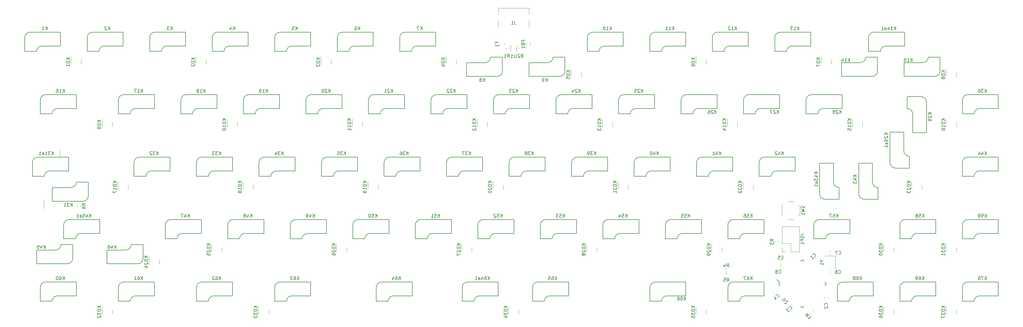
<source format=gbr>
%TF.GenerationSoftware,KiCad,Pcbnew,(5.99.0-11177-g6c67dfa032)*%
%TF.CreationDate,2021-09-16T00:40:47+03:00*%
%TF.ProjectId,Charon_32U4_Hotswap,43686172-6f6e-45f3-9332-55345f486f74,rev?*%
%TF.SameCoordinates,Original*%
%TF.FileFunction,Legend,Bot*%
%TF.FilePolarity,Positive*%
%FSLAX46Y46*%
G04 Gerber Fmt 4.6, Leading zero omitted, Abs format (unit mm)*
G04 Created by KiCad (PCBNEW (5.99.0-11177-g6c67dfa032)) date 2021-09-16 00:40:47*
%MOMM*%
%LPD*%
G01*
G04 APERTURE LIST*
%ADD10C,0.150000*%
%ADD11C,0.120000*%
G04 APERTURE END LIST*
D10*
%TO.C,K70*%
X346495535Y-127119005D02*
X346495535Y-126119005D01*
X345924107Y-127119005D02*
X346352678Y-126547577D01*
X345924107Y-126119005D02*
X346495535Y-126690434D01*
X345590773Y-126119005D02*
X344924107Y-126119005D01*
X345352678Y-127119005D01*
X344352678Y-126119005D02*
X344257440Y-126119005D01*
X344162202Y-126166625D01*
X344114583Y-126214244D01*
X344066964Y-126309482D01*
X344019345Y-126499958D01*
X344019345Y-126738053D01*
X344066964Y-126928529D01*
X344114583Y-127023767D01*
X344162202Y-127071386D01*
X344257440Y-127119005D01*
X344352678Y-127119005D01*
X344447916Y-127071386D01*
X344495535Y-127023767D01*
X344543154Y-126928529D01*
X344590773Y-126738053D01*
X344590773Y-126499958D01*
X344543154Y-126309482D01*
X344495535Y-126214244D01*
X344447916Y-126166625D01*
X344352678Y-126119005D01*
%TO.C,J1*%
X202739583Y-48268005D02*
X202739583Y-48982291D01*
X202787202Y-49125148D01*
X202882440Y-49220386D01*
X203025297Y-49268005D01*
X203120535Y-49268005D01*
X201739583Y-49268005D02*
X202311011Y-49268005D01*
X202025297Y-49268005D02*
X202025297Y-48268005D01*
X202120535Y-48410863D01*
X202215773Y-48506101D01*
X202311011Y-48553720D01*
%TO.C,K57*%
X301251785Y-108069005D02*
X301251785Y-107069005D01*
X300680357Y-108069005D02*
X301108928Y-107497577D01*
X300680357Y-107069005D02*
X301251785Y-107640434D01*
X299775595Y-107069005D02*
X300251785Y-107069005D01*
X300299404Y-107545196D01*
X300251785Y-107497577D01*
X300156547Y-107449958D01*
X299918452Y-107449958D01*
X299823214Y-107497577D01*
X299775595Y-107545196D01*
X299727976Y-107640434D01*
X299727976Y-107878529D01*
X299775595Y-107973767D01*
X299823214Y-108021386D01*
X299918452Y-108069005D01*
X300156547Y-108069005D01*
X300251785Y-108021386D01*
X300299404Y-107973767D01*
X299394642Y-107069005D02*
X298727976Y-107069005D01*
X299156547Y-108069005D01*
%TO.C,KD25*%
X109971130Y-116157589D02*
X108971130Y-116157589D01*
X109971130Y-116729017D02*
X109399702Y-116300446D01*
X108971130Y-116729017D02*
X109542559Y-116157589D01*
X109971130Y-117157589D02*
X108971130Y-117157589D01*
X108971130Y-117395684D01*
X109018750Y-117538541D01*
X109113988Y-117633779D01*
X109209226Y-117681398D01*
X109399702Y-117729017D01*
X109542559Y-117729017D01*
X109733035Y-117681398D01*
X109828273Y-117633779D01*
X109923511Y-117538541D01*
X109971130Y-117395684D01*
X109971130Y-117157589D01*
X109066369Y-118109970D02*
X109018750Y-118157589D01*
X108971130Y-118252827D01*
X108971130Y-118490922D01*
X109018750Y-118586160D01*
X109066369Y-118633779D01*
X109161607Y-118681398D01*
X109256845Y-118681398D01*
X109399702Y-118633779D01*
X109971130Y-118062351D01*
X109971130Y-118681398D01*
X108971130Y-119586160D02*
X108971130Y-119109970D01*
X109447321Y-119062351D01*
X109399702Y-119109970D01*
X109352083Y-119205208D01*
X109352083Y-119443303D01*
X109399702Y-119538541D01*
X109447321Y-119586160D01*
X109542559Y-119633779D01*
X109780654Y-119633779D01*
X109875892Y-119586160D01*
X109923511Y-119538541D01*
X109971130Y-119443303D01*
X109971130Y-119205208D01*
X109923511Y-119109970D01*
X109875892Y-119062351D01*
%TO.C,K58*%
X327445535Y-108069005D02*
X327445535Y-107069005D01*
X326874107Y-108069005D02*
X327302678Y-107497577D01*
X326874107Y-107069005D02*
X327445535Y-107640434D01*
X325969345Y-107069005D02*
X326445535Y-107069005D01*
X326493154Y-107545196D01*
X326445535Y-107497577D01*
X326350297Y-107449958D01*
X326112202Y-107449958D01*
X326016964Y-107497577D01*
X325969345Y-107545196D01*
X325921726Y-107640434D01*
X325921726Y-107878529D01*
X325969345Y-107973767D01*
X326016964Y-108021386D01*
X326112202Y-108069005D01*
X326350297Y-108069005D01*
X326445535Y-108021386D01*
X326493154Y-107973767D01*
X325350297Y-107497577D02*
X325445535Y-107449958D01*
X325493154Y-107402339D01*
X325540773Y-107307101D01*
X325540773Y-107259482D01*
X325493154Y-107164244D01*
X325445535Y-107116625D01*
X325350297Y-107069005D01*
X325159821Y-107069005D01*
X325064583Y-107116625D01*
X325016964Y-107164244D01*
X324969345Y-107259482D01*
X324969345Y-107307101D01*
X325016964Y-107402339D01*
X325064583Y-107449958D01*
X325159821Y-107497577D01*
X325350297Y-107497577D01*
X325445535Y-107545196D01*
X325493154Y-107592815D01*
X325540773Y-107688053D01*
X325540773Y-107878529D01*
X325493154Y-107973767D01*
X325445535Y-108021386D01*
X325350297Y-108069005D01*
X325159821Y-108069005D01*
X325064583Y-108021386D01*
X325016964Y-107973767D01*
X324969345Y-107878529D01*
X324969345Y-107688053D01*
X325016964Y-107592815D01*
X325064583Y-107545196D01*
X325159821Y-107497577D01*
%TO.C,K31*%
X67889285Y-104767005D02*
X67889285Y-103767005D01*
X67317857Y-104767005D02*
X67746428Y-104195577D01*
X67317857Y-103767005D02*
X67889285Y-104338434D01*
X66984523Y-103767005D02*
X66365476Y-103767005D01*
X66698809Y-104147958D01*
X66555952Y-104147958D01*
X66460714Y-104195577D01*
X66413095Y-104243196D01*
X66365476Y-104338434D01*
X66365476Y-104576529D01*
X66413095Y-104671767D01*
X66460714Y-104719386D01*
X66555952Y-104767005D01*
X66841666Y-104767005D01*
X66936904Y-104719386D01*
X66984523Y-104671767D01*
X65413095Y-104767005D02*
X65984523Y-104767005D01*
X65698809Y-104767005D02*
X65698809Y-103767005D01*
X65794047Y-103909863D01*
X65889285Y-104005101D01*
X65984523Y-104052720D01*
%TO.C,K43a1*%
X295060630Y-94297767D02*
X294060630Y-94297767D01*
X295060630Y-94869196D02*
X294489202Y-94440625D01*
X294060630Y-94869196D02*
X294632059Y-94297767D01*
X294393964Y-95726339D02*
X295060630Y-95726339D01*
X294013011Y-95488244D02*
X294727297Y-95250148D01*
X294727297Y-95869196D01*
X294060630Y-96154910D02*
X294060630Y-96773958D01*
X294441583Y-96440625D01*
X294441583Y-96583482D01*
X294489202Y-96678720D01*
X294536821Y-96726339D01*
X294632059Y-96773958D01*
X294870154Y-96773958D01*
X294965392Y-96726339D01*
X295013011Y-96678720D01*
X295060630Y-96583482D01*
X295060630Y-96297767D01*
X295013011Y-96202529D01*
X294965392Y-96154910D01*
X295060630Y-97631101D02*
X294536821Y-97631101D01*
X294441583Y-97583482D01*
X294393964Y-97488244D01*
X294393964Y-97297767D01*
X294441583Y-97202529D01*
X295013011Y-97631101D02*
X295060630Y-97535863D01*
X295060630Y-97297767D01*
X295013011Y-97202529D01*
X294917773Y-97154910D01*
X294822535Y-97154910D01*
X294727297Y-97202529D01*
X294679678Y-97297767D01*
X294679678Y-97535863D01*
X294632059Y-97631101D01*
X295060630Y-98631101D02*
X295060630Y-98059672D01*
X295060630Y-98345386D02*
X294060630Y-98345386D01*
X294203488Y-98250148D01*
X294298726Y-98154910D01*
X294346345Y-98059672D01*
%TO.C,KD1*%
X67108630Y-59483779D02*
X66108630Y-59483779D01*
X67108630Y-60055208D02*
X66537202Y-59626636D01*
X66108630Y-60055208D02*
X66680059Y-59483779D01*
X67108630Y-60483779D02*
X66108630Y-60483779D01*
X66108630Y-60721875D01*
X66156250Y-60864732D01*
X66251488Y-60959970D01*
X66346726Y-61007589D01*
X66537202Y-61055208D01*
X66680059Y-61055208D01*
X66870535Y-61007589D01*
X66965773Y-60959970D01*
X67061011Y-60864732D01*
X67108630Y-60721875D01*
X67108630Y-60483779D01*
X67108630Y-62007589D02*
X67108630Y-61436160D01*
X67108630Y-61721875D02*
X66108630Y-61721875D01*
X66251488Y-61626636D01*
X66346726Y-61531398D01*
X66394345Y-61436160D01*
%TO.C,SW1*%
X291021011Y-104647291D02*
X291068630Y-104790148D01*
X291068630Y-105028244D01*
X291021011Y-105123482D01*
X290973392Y-105171101D01*
X290878154Y-105218720D01*
X290782916Y-105218720D01*
X290687678Y-105171101D01*
X290640059Y-105123482D01*
X290592440Y-105028244D01*
X290544821Y-104837767D01*
X290497202Y-104742529D01*
X290449583Y-104694910D01*
X290354345Y-104647291D01*
X290259107Y-104647291D01*
X290163869Y-104694910D01*
X290116250Y-104742529D01*
X290068630Y-104837767D01*
X290068630Y-105075863D01*
X290116250Y-105218720D01*
X290068630Y-105552053D02*
X291068630Y-105790148D01*
X290354345Y-105980625D01*
X291068630Y-106171101D01*
X290068630Y-106409196D01*
X291068630Y-107313958D02*
X291068630Y-106742529D01*
X291068630Y-107028244D02*
X290068630Y-107028244D01*
X290211488Y-106933005D01*
X290306726Y-106837767D01*
X290354345Y-106742529D01*
%TO.C,K7*%
X174569345Y-50919005D02*
X174569345Y-49919005D01*
X173997916Y-50919005D02*
X174426488Y-50347577D01*
X173997916Y-49919005D02*
X174569345Y-50490434D01*
X173664583Y-49919005D02*
X172997916Y-49919005D01*
X173426488Y-50919005D01*
%TO.C,KD31*%
X333808630Y-116157589D02*
X332808630Y-116157589D01*
X333808630Y-116729017D02*
X333237202Y-116300446D01*
X332808630Y-116729017D02*
X333380059Y-116157589D01*
X333808630Y-117157589D02*
X332808630Y-117157589D01*
X332808630Y-117395684D01*
X332856250Y-117538541D01*
X332951488Y-117633779D01*
X333046726Y-117681398D01*
X333237202Y-117729017D01*
X333380059Y-117729017D01*
X333570535Y-117681398D01*
X333665773Y-117633779D01*
X333761011Y-117538541D01*
X333808630Y-117395684D01*
X333808630Y-117157589D01*
X332808630Y-118062351D02*
X332808630Y-118681398D01*
X333189583Y-118348065D01*
X333189583Y-118490922D01*
X333237202Y-118586160D01*
X333284821Y-118633779D01*
X333380059Y-118681398D01*
X333618154Y-118681398D01*
X333713392Y-118633779D01*
X333761011Y-118586160D01*
X333808630Y-118490922D01*
X333808630Y-118205208D01*
X333761011Y-118109970D01*
X333713392Y-118062351D01*
X333808630Y-119633779D02*
X333808630Y-119062351D01*
X333808630Y-119348065D02*
X332808630Y-119348065D01*
X332951488Y-119252827D01*
X333046726Y-119157589D01*
X333094345Y-119062351D01*
%TO.C,K49*%
X141708035Y-108069005D02*
X141708035Y-107069005D01*
X141136607Y-108069005D02*
X141565178Y-107497577D01*
X141136607Y-107069005D02*
X141708035Y-107640434D01*
X140279464Y-107402339D02*
X140279464Y-108069005D01*
X140517559Y-107021386D02*
X140755654Y-107735672D01*
X140136607Y-107735672D01*
X139708035Y-108069005D02*
X139517559Y-108069005D01*
X139422321Y-108021386D01*
X139374702Y-107973767D01*
X139279464Y-107830910D01*
X139231845Y-107640434D01*
X139231845Y-107259482D01*
X139279464Y-107164244D01*
X139327083Y-107116625D01*
X139422321Y-107069005D01*
X139612797Y-107069005D01*
X139708035Y-107116625D01*
X139755654Y-107164244D01*
X139803273Y-107259482D01*
X139803273Y-107497577D01*
X139755654Y-107592815D01*
X139708035Y-107640434D01*
X139612797Y-107688053D01*
X139422321Y-107688053D01*
X139327083Y-107640434D01*
X139279464Y-107592815D01*
X139231845Y-107497577D01*
%TO.C,K64a1*%
X195024107Y-127119005D02*
X195024107Y-126119005D01*
X194452678Y-127119005D02*
X194881250Y-126547577D01*
X194452678Y-126119005D02*
X195024107Y-126690434D01*
X193595535Y-126119005D02*
X193786011Y-126119005D01*
X193881250Y-126166625D01*
X193928869Y-126214244D01*
X194024107Y-126357101D01*
X194071726Y-126547577D01*
X194071726Y-126928529D01*
X194024107Y-127023767D01*
X193976488Y-127071386D01*
X193881250Y-127119005D01*
X193690773Y-127119005D01*
X193595535Y-127071386D01*
X193547916Y-127023767D01*
X193500297Y-126928529D01*
X193500297Y-126690434D01*
X193547916Y-126595196D01*
X193595535Y-126547577D01*
X193690773Y-126499958D01*
X193881250Y-126499958D01*
X193976488Y-126547577D01*
X194024107Y-126595196D01*
X194071726Y-126690434D01*
X192643154Y-126452339D02*
X192643154Y-127119005D01*
X192881250Y-126071386D02*
X193119345Y-126785672D01*
X192500297Y-126785672D01*
X191690773Y-127119005D02*
X191690773Y-126595196D01*
X191738392Y-126499958D01*
X191833630Y-126452339D01*
X192024107Y-126452339D01*
X192119345Y-126499958D01*
X191690773Y-127071386D02*
X191786011Y-127119005D01*
X192024107Y-127119005D01*
X192119345Y-127071386D01*
X192166964Y-126976148D01*
X192166964Y-126880910D01*
X192119345Y-126785672D01*
X192024107Y-126738053D01*
X191786011Y-126738053D01*
X191690773Y-126690434D01*
X190690773Y-127119005D02*
X191262202Y-127119005D01*
X190976488Y-127119005D02*
X190976488Y-126119005D01*
X191071726Y-126261863D01*
X191166964Y-126357101D01*
X191262202Y-126404720D01*
%TO.C,K34*%
X132183035Y-89019005D02*
X132183035Y-88019005D01*
X131611607Y-89019005D02*
X132040178Y-88447577D01*
X131611607Y-88019005D02*
X132183035Y-88590434D01*
X131278273Y-88019005D02*
X130659226Y-88019005D01*
X130992559Y-88399958D01*
X130849702Y-88399958D01*
X130754464Y-88447577D01*
X130706845Y-88495196D01*
X130659226Y-88590434D01*
X130659226Y-88828529D01*
X130706845Y-88923767D01*
X130754464Y-88971386D01*
X130849702Y-89019005D01*
X131135416Y-89019005D01*
X131230654Y-88971386D01*
X131278273Y-88923767D01*
X129802083Y-88352339D02*
X129802083Y-89019005D01*
X130040178Y-87971386D02*
X130278273Y-88685672D01*
X129659226Y-88685672D01*
%TO.C,K9*%
X212669345Y-66667005D02*
X212669345Y-65667005D01*
X212097916Y-66667005D02*
X212526488Y-66095577D01*
X212097916Y-65667005D02*
X212669345Y-66238434D01*
X211621726Y-66667005D02*
X211431250Y-66667005D01*
X211336011Y-66619386D01*
X211288392Y-66571767D01*
X211193154Y-66428910D01*
X211145535Y-66238434D01*
X211145535Y-65857482D01*
X211193154Y-65762244D01*
X211240773Y-65714625D01*
X211336011Y-65667005D01*
X211526488Y-65667005D01*
X211621726Y-65714625D01*
X211669345Y-65762244D01*
X211716964Y-65857482D01*
X211716964Y-66095577D01*
X211669345Y-66190815D01*
X211621726Y-66238434D01*
X211526488Y-66286053D01*
X211336011Y-66286053D01*
X211240773Y-66238434D01*
X211193154Y-66190815D01*
X211145535Y-66095577D01*
%TO.C,K33*%
X113133035Y-89019005D02*
X113133035Y-88019005D01*
X112561607Y-89019005D02*
X112990178Y-88447577D01*
X112561607Y-88019005D02*
X113133035Y-88590434D01*
X112228273Y-88019005D02*
X111609226Y-88019005D01*
X111942559Y-88399958D01*
X111799702Y-88399958D01*
X111704464Y-88447577D01*
X111656845Y-88495196D01*
X111609226Y-88590434D01*
X111609226Y-88828529D01*
X111656845Y-88923767D01*
X111704464Y-88971386D01*
X111799702Y-89019005D01*
X112085416Y-89019005D01*
X112180654Y-88971386D01*
X112228273Y-88923767D01*
X111275892Y-88019005D02*
X110656845Y-88019005D01*
X110990178Y-88399958D01*
X110847321Y-88399958D01*
X110752083Y-88447577D01*
X110704464Y-88495196D01*
X110656845Y-88590434D01*
X110656845Y-88828529D01*
X110704464Y-88923767D01*
X110752083Y-88971386D01*
X110847321Y-89019005D01*
X111133035Y-89019005D01*
X111228273Y-88971386D01*
X111275892Y-88923767D01*
%TO.C,KD27*%
X186171130Y-116157589D02*
X185171130Y-116157589D01*
X186171130Y-116729017D02*
X185599702Y-116300446D01*
X185171130Y-116729017D02*
X185742559Y-116157589D01*
X186171130Y-117157589D02*
X185171130Y-117157589D01*
X185171130Y-117395684D01*
X185218750Y-117538541D01*
X185313988Y-117633779D01*
X185409226Y-117681398D01*
X185599702Y-117729017D01*
X185742559Y-117729017D01*
X185933035Y-117681398D01*
X186028273Y-117633779D01*
X186123511Y-117538541D01*
X186171130Y-117395684D01*
X186171130Y-117157589D01*
X185266369Y-118109970D02*
X185218750Y-118157589D01*
X185171130Y-118252827D01*
X185171130Y-118490922D01*
X185218750Y-118586160D01*
X185266369Y-118633779D01*
X185361607Y-118681398D01*
X185456845Y-118681398D01*
X185599702Y-118633779D01*
X186171130Y-118062351D01*
X186171130Y-118681398D01*
X185171130Y-119014732D02*
X185171130Y-119681398D01*
X186171130Y-119252827D01*
%TO.C,KD4*%
X181408630Y-59483779D02*
X180408630Y-59483779D01*
X181408630Y-60055208D02*
X180837202Y-59626636D01*
X180408630Y-60055208D02*
X180980059Y-59483779D01*
X181408630Y-60483779D02*
X180408630Y-60483779D01*
X180408630Y-60721875D01*
X180456250Y-60864732D01*
X180551488Y-60959970D01*
X180646726Y-61007589D01*
X180837202Y-61055208D01*
X180980059Y-61055208D01*
X181170535Y-61007589D01*
X181265773Y-60959970D01*
X181361011Y-60864732D01*
X181408630Y-60721875D01*
X181408630Y-60483779D01*
X180741964Y-61912351D02*
X181408630Y-61912351D01*
X180361011Y-61674255D02*
X181075297Y-61436160D01*
X181075297Y-62055208D01*
%TO.C,R4*%
X267374666Y-123251855D02*
X267708000Y-122775665D01*
X267946095Y-123251855D02*
X267946095Y-122251855D01*
X267565142Y-122251855D01*
X267469904Y-122299475D01*
X267422285Y-122347094D01*
X267374666Y-122442332D01*
X267374666Y-122585189D01*
X267422285Y-122680427D01*
X267469904Y-122728046D01*
X267565142Y-122775665D01*
X267946095Y-122775665D01*
X266517523Y-122585189D02*
X266517523Y-123251855D01*
X266755619Y-122204236D02*
X266993714Y-122918522D01*
X266374666Y-122918522D01*
%TO.C,C2*%
X298013392Y-134881958D02*
X298061011Y-134834339D01*
X298108630Y-134691482D01*
X298108630Y-134596244D01*
X298061011Y-134453386D01*
X297965773Y-134358148D01*
X297870535Y-134310529D01*
X297680059Y-134262910D01*
X297537202Y-134262910D01*
X297346726Y-134310529D01*
X297251488Y-134358148D01*
X297156250Y-134453386D01*
X297108630Y-134596244D01*
X297108630Y-134691482D01*
X297156250Y-134834339D01*
X297203869Y-134881958D01*
X297203869Y-135262910D02*
X297156250Y-135310529D01*
X297108630Y-135405767D01*
X297108630Y-135643863D01*
X297156250Y-135739101D01*
X297203869Y-135786720D01*
X297299107Y-135834339D01*
X297394345Y-135834339D01*
X297537202Y-135786720D01*
X298108630Y-135215291D01*
X298108630Y-135834339D01*
%TO.C,K56*%
X275058035Y-108069005D02*
X275058035Y-107069005D01*
X274486607Y-108069005D02*
X274915178Y-107497577D01*
X274486607Y-107069005D02*
X275058035Y-107640434D01*
X273581845Y-107069005D02*
X274058035Y-107069005D01*
X274105654Y-107545196D01*
X274058035Y-107497577D01*
X273962797Y-107449958D01*
X273724702Y-107449958D01*
X273629464Y-107497577D01*
X273581845Y-107545196D01*
X273534226Y-107640434D01*
X273534226Y-107878529D01*
X273581845Y-107973767D01*
X273629464Y-108021386D01*
X273724702Y-108069005D01*
X273962797Y-108069005D01*
X274058035Y-108021386D01*
X274105654Y-107973767D01*
X272677083Y-107069005D02*
X272867559Y-107069005D01*
X272962797Y-107116625D01*
X273010416Y-107164244D01*
X273105654Y-107307101D01*
X273153273Y-107497577D01*
X273153273Y-107878529D01*
X273105654Y-107973767D01*
X273058035Y-108021386D01*
X272962797Y-108069005D01*
X272772321Y-108069005D01*
X272677083Y-108021386D01*
X272629464Y-107973767D01*
X272581845Y-107878529D01*
X272581845Y-107640434D01*
X272629464Y-107545196D01*
X272677083Y-107497577D01*
X272772321Y-107449958D01*
X272962797Y-107449958D01*
X273058035Y-107497577D01*
X273105654Y-107545196D01*
X273153273Y-107640434D01*
%TO.C,K54*%
X236958035Y-108069005D02*
X236958035Y-107069005D01*
X236386607Y-108069005D02*
X236815178Y-107497577D01*
X236386607Y-107069005D02*
X236958035Y-107640434D01*
X235481845Y-107069005D02*
X235958035Y-107069005D01*
X236005654Y-107545196D01*
X235958035Y-107497577D01*
X235862797Y-107449958D01*
X235624702Y-107449958D01*
X235529464Y-107497577D01*
X235481845Y-107545196D01*
X235434226Y-107640434D01*
X235434226Y-107878529D01*
X235481845Y-107973767D01*
X235529464Y-108021386D01*
X235624702Y-108069005D01*
X235862797Y-108069005D01*
X235958035Y-108021386D01*
X236005654Y-107973767D01*
X234577083Y-107402339D02*
X234577083Y-108069005D01*
X234815178Y-107021386D02*
X235053273Y-107735672D01*
X234434226Y-107735672D01*
%TO.C,K8*%
X193619345Y-66667005D02*
X193619345Y-65667005D01*
X193047916Y-66667005D02*
X193476488Y-66095577D01*
X193047916Y-65667005D02*
X193619345Y-66238434D01*
X192476488Y-66095577D02*
X192571726Y-66047958D01*
X192619345Y-66000339D01*
X192666964Y-65905101D01*
X192666964Y-65857482D01*
X192619345Y-65762244D01*
X192571726Y-65714625D01*
X192476488Y-65667005D01*
X192286011Y-65667005D01*
X192190773Y-65714625D01*
X192143154Y-65762244D01*
X192095535Y-65857482D01*
X192095535Y-65905101D01*
X192143154Y-66000339D01*
X192190773Y-66047958D01*
X192286011Y-66095577D01*
X192476488Y-66095577D01*
X192571726Y-66143196D01*
X192619345Y-66190815D01*
X192666964Y-66286053D01*
X192666964Y-66476529D01*
X192619345Y-66571767D01*
X192571726Y-66619386D01*
X192476488Y-66667005D01*
X192286011Y-66667005D01*
X192190773Y-66619386D01*
X192143154Y-66571767D01*
X192095535Y-66476529D01*
X192095535Y-66286053D01*
X192143154Y-66190815D01*
X192190773Y-66143196D01*
X192286011Y-66095577D01*
%TO.C,KD19*%
X157596130Y-97107589D02*
X156596130Y-97107589D01*
X157596130Y-97679017D02*
X157024702Y-97250446D01*
X156596130Y-97679017D02*
X157167559Y-97107589D01*
X157596130Y-98107589D02*
X156596130Y-98107589D01*
X156596130Y-98345684D01*
X156643750Y-98488541D01*
X156738988Y-98583779D01*
X156834226Y-98631398D01*
X157024702Y-98679017D01*
X157167559Y-98679017D01*
X157358035Y-98631398D01*
X157453273Y-98583779D01*
X157548511Y-98488541D01*
X157596130Y-98345684D01*
X157596130Y-98107589D01*
X157596130Y-99631398D02*
X157596130Y-99059970D01*
X157596130Y-99345684D02*
X156596130Y-99345684D01*
X156738988Y-99250446D01*
X156834226Y-99155208D01*
X156881845Y-99059970D01*
X157596130Y-100107589D02*
X157596130Y-100298065D01*
X157548511Y-100393303D01*
X157500892Y-100440922D01*
X157358035Y-100536160D01*
X157167559Y-100583779D01*
X156786607Y-100583779D01*
X156691369Y-100536160D01*
X156643750Y-100488541D01*
X156596130Y-100393303D01*
X156596130Y-100202827D01*
X156643750Y-100107589D01*
X156691369Y-100059970D01*
X156786607Y-100012351D01*
X157024702Y-100012351D01*
X157119940Y-100059970D01*
X157167559Y-100107589D01*
X157215178Y-100202827D01*
X157215178Y-100393303D01*
X157167559Y-100488541D01*
X157119940Y-100536160D01*
X157024702Y-100583779D01*
%TO.C,K24*%
X222670535Y-69969005D02*
X222670535Y-68969005D01*
X222099107Y-69969005D02*
X222527678Y-69397577D01*
X222099107Y-68969005D02*
X222670535Y-69540434D01*
X221718154Y-69064244D02*
X221670535Y-69016625D01*
X221575297Y-68969005D01*
X221337202Y-68969005D01*
X221241964Y-69016625D01*
X221194345Y-69064244D01*
X221146726Y-69159482D01*
X221146726Y-69254720D01*
X221194345Y-69397577D01*
X221765773Y-69969005D01*
X221146726Y-69969005D01*
X220289583Y-69302339D02*
X220289583Y-69969005D01*
X220527678Y-68921386D02*
X220765773Y-69635672D01*
X220146726Y-69635672D01*
%TO.C,KD23*%
X323331130Y-97107589D02*
X322331130Y-97107589D01*
X323331130Y-97679017D02*
X322759702Y-97250446D01*
X322331130Y-97679017D02*
X322902559Y-97107589D01*
X323331130Y-98107589D02*
X322331130Y-98107589D01*
X322331130Y-98345684D01*
X322378750Y-98488541D01*
X322473988Y-98583779D01*
X322569226Y-98631398D01*
X322759702Y-98679017D01*
X322902559Y-98679017D01*
X323093035Y-98631398D01*
X323188273Y-98583779D01*
X323283511Y-98488541D01*
X323331130Y-98345684D01*
X323331130Y-98107589D01*
X322426369Y-99059970D02*
X322378750Y-99107589D01*
X322331130Y-99202827D01*
X322331130Y-99440922D01*
X322378750Y-99536160D01*
X322426369Y-99583779D01*
X322521607Y-99631398D01*
X322616845Y-99631398D01*
X322759702Y-99583779D01*
X323331130Y-99012351D01*
X323331130Y-99631398D01*
X322331130Y-99964732D02*
X322331130Y-100583779D01*
X322712083Y-100250446D01*
X322712083Y-100393303D01*
X322759702Y-100488541D01*
X322807321Y-100536160D01*
X322902559Y-100583779D01*
X323140654Y-100583779D01*
X323235892Y-100536160D01*
X323283511Y-100488541D01*
X323331130Y-100393303D01*
X323331130Y-100107589D01*
X323283511Y-100012351D01*
X323235892Y-99964732D01*
%TO.C,KD12*%
X190933630Y-78057589D02*
X189933630Y-78057589D01*
X190933630Y-78629017D02*
X190362202Y-78200446D01*
X189933630Y-78629017D02*
X190505059Y-78057589D01*
X190933630Y-79057589D02*
X189933630Y-79057589D01*
X189933630Y-79295684D01*
X189981250Y-79438541D01*
X190076488Y-79533779D01*
X190171726Y-79581398D01*
X190362202Y-79629017D01*
X190505059Y-79629017D01*
X190695535Y-79581398D01*
X190790773Y-79533779D01*
X190886011Y-79438541D01*
X190933630Y-79295684D01*
X190933630Y-79057589D01*
X190933630Y-80581398D02*
X190933630Y-80009970D01*
X190933630Y-80295684D02*
X189933630Y-80295684D01*
X190076488Y-80200446D01*
X190171726Y-80105208D01*
X190219345Y-80009970D01*
X190028869Y-80962351D02*
X189981250Y-81009970D01*
X189933630Y-81105208D01*
X189933630Y-81343303D01*
X189981250Y-81438541D01*
X190028869Y-81486160D01*
X190124107Y-81533779D01*
X190219345Y-81533779D01*
X190362202Y-81486160D01*
X190933630Y-80914732D01*
X190933630Y-81533779D01*
%TO.C,U2*%
X284223330Y-133434048D02*
X284795750Y-132861628D01*
X284896765Y-132827956D01*
X284964109Y-132827956D01*
X285065124Y-132861628D01*
X285199811Y-132996315D01*
X285233483Y-133097330D01*
X285233483Y-133164674D01*
X285199811Y-133265689D01*
X284627391Y-133838109D01*
X284997781Y-134073811D02*
X284997781Y-134141154D01*
X285031452Y-134242170D01*
X285199811Y-134410528D01*
X285300826Y-134444200D01*
X285368170Y-134444200D01*
X285469185Y-134410528D01*
X285536529Y-134343185D01*
X285603872Y-134208498D01*
X285603872Y-133400376D01*
X286041605Y-133838109D01*
%TO.C,KD36*%
X314758630Y-135207589D02*
X313758630Y-135207589D01*
X314758630Y-135779017D02*
X314187202Y-135350446D01*
X313758630Y-135779017D02*
X314330059Y-135207589D01*
X314758630Y-136207589D02*
X313758630Y-136207589D01*
X313758630Y-136445684D01*
X313806250Y-136588541D01*
X313901488Y-136683779D01*
X313996726Y-136731398D01*
X314187202Y-136779017D01*
X314330059Y-136779017D01*
X314520535Y-136731398D01*
X314615773Y-136683779D01*
X314711011Y-136588541D01*
X314758630Y-136445684D01*
X314758630Y-136207589D01*
X313758630Y-137112351D02*
X313758630Y-137731398D01*
X314139583Y-137398065D01*
X314139583Y-137540922D01*
X314187202Y-137636160D01*
X314234821Y-137683779D01*
X314330059Y-137731398D01*
X314568154Y-137731398D01*
X314663392Y-137683779D01*
X314711011Y-137636160D01*
X314758630Y-137540922D01*
X314758630Y-137255208D01*
X314711011Y-137159970D01*
X314663392Y-137112351D01*
X313758630Y-138588541D02*
X313758630Y-138398065D01*
X313806250Y-138302827D01*
X313853869Y-138255208D01*
X313996726Y-138159970D01*
X314187202Y-138112351D01*
X314568154Y-138112351D01*
X314663392Y-138159970D01*
X314711011Y-138207589D01*
X314758630Y-138302827D01*
X314758630Y-138493303D01*
X314711011Y-138588541D01*
X314663392Y-138636160D01*
X314568154Y-138683779D01*
X314330059Y-138683779D01*
X314234821Y-138636160D01*
X314187202Y-138588541D01*
X314139583Y-138493303D01*
X314139583Y-138302827D01*
X314187202Y-138207589D01*
X314234821Y-138159970D01*
X314330059Y-138112351D01*
%TO.C,K40*%
X246483035Y-89019005D02*
X246483035Y-88019005D01*
X245911607Y-89019005D02*
X246340178Y-88447577D01*
X245911607Y-88019005D02*
X246483035Y-88590434D01*
X245054464Y-88352339D02*
X245054464Y-89019005D01*
X245292559Y-87971386D02*
X245530654Y-88685672D01*
X244911607Y-88685672D01*
X244340178Y-88019005D02*
X244244940Y-88019005D01*
X244149702Y-88066625D01*
X244102083Y-88114244D01*
X244054464Y-88209482D01*
X244006845Y-88399958D01*
X244006845Y-88638053D01*
X244054464Y-88828529D01*
X244102083Y-88923767D01*
X244149702Y-88971386D01*
X244244940Y-89019005D01*
X244340178Y-89019005D01*
X244435416Y-88971386D01*
X244483035Y-88923767D01*
X244530654Y-88828529D01*
X244578273Y-88638053D01*
X244578273Y-88399958D01*
X244530654Y-88209482D01*
X244483035Y-88114244D01*
X244435416Y-88066625D01*
X244340178Y-88019005D01*
%TO.C,K11*%
X251245535Y-50919005D02*
X251245535Y-49919005D01*
X250674107Y-50919005D02*
X251102678Y-50347577D01*
X250674107Y-49919005D02*
X251245535Y-50490434D01*
X249721726Y-50919005D02*
X250293154Y-50919005D01*
X250007440Y-50919005D02*
X250007440Y-49919005D01*
X250102678Y-50061863D01*
X250197916Y-50157101D01*
X250293154Y-50204720D01*
X248769345Y-50919005D02*
X249340773Y-50919005D01*
X249055059Y-50919005D02*
X249055059Y-49919005D01*
X249150297Y-50061863D01*
X249245535Y-50157101D01*
X249340773Y-50204720D01*
%TO.C,K15*%
X323889535Y-60571005D02*
X323889535Y-59571005D01*
X323318107Y-60571005D02*
X323746678Y-59999577D01*
X323318107Y-59571005D02*
X323889535Y-60142434D01*
X322365726Y-60571005D02*
X322937154Y-60571005D01*
X322651440Y-60571005D02*
X322651440Y-59571005D01*
X322746678Y-59713863D01*
X322841916Y-59809101D01*
X322937154Y-59856720D01*
X321460964Y-59571005D02*
X321937154Y-59571005D01*
X321984773Y-60047196D01*
X321937154Y-59999577D01*
X321841916Y-59951958D01*
X321603821Y-59951958D01*
X321508583Y-59999577D01*
X321460964Y-60047196D01*
X321413345Y-60142434D01*
X321413345Y-60380529D01*
X321460964Y-60475767D01*
X321508583Y-60523386D01*
X321603821Y-60571005D01*
X321841916Y-60571005D01*
X321937154Y-60523386D01*
X321984773Y-60475767D01*
%TO.C,KD11*%
X152833630Y-78057589D02*
X151833630Y-78057589D01*
X152833630Y-78629017D02*
X152262202Y-78200446D01*
X151833630Y-78629017D02*
X152405059Y-78057589D01*
X152833630Y-79057589D02*
X151833630Y-79057589D01*
X151833630Y-79295684D01*
X151881250Y-79438541D01*
X151976488Y-79533779D01*
X152071726Y-79581398D01*
X152262202Y-79629017D01*
X152405059Y-79629017D01*
X152595535Y-79581398D01*
X152690773Y-79533779D01*
X152786011Y-79438541D01*
X152833630Y-79295684D01*
X152833630Y-79057589D01*
X152833630Y-80581398D02*
X152833630Y-80009970D01*
X152833630Y-80295684D02*
X151833630Y-80295684D01*
X151976488Y-80200446D01*
X152071726Y-80105208D01*
X152119345Y-80009970D01*
X152833630Y-81533779D02*
X152833630Y-80962351D01*
X152833630Y-81248065D02*
X151833630Y-81248065D01*
X151976488Y-81152827D01*
X152071726Y-81057589D01*
X152119345Y-80962351D01*
%TO.C,K52*%
X198858035Y-108069005D02*
X198858035Y-107069005D01*
X198286607Y-108069005D02*
X198715178Y-107497577D01*
X198286607Y-107069005D02*
X198858035Y-107640434D01*
X197381845Y-107069005D02*
X197858035Y-107069005D01*
X197905654Y-107545196D01*
X197858035Y-107497577D01*
X197762797Y-107449958D01*
X197524702Y-107449958D01*
X197429464Y-107497577D01*
X197381845Y-107545196D01*
X197334226Y-107640434D01*
X197334226Y-107878529D01*
X197381845Y-107973767D01*
X197429464Y-108021386D01*
X197524702Y-108069005D01*
X197762797Y-108069005D01*
X197858035Y-108021386D01*
X197905654Y-107973767D01*
X196953273Y-107164244D02*
X196905654Y-107116625D01*
X196810416Y-107069005D01*
X196572321Y-107069005D01*
X196477083Y-107116625D01*
X196429464Y-107164244D01*
X196381845Y-107259482D01*
X196381845Y-107354720D01*
X196429464Y-107497577D01*
X197000892Y-108069005D01*
X196381845Y-108069005D01*
%TO.C,K53*%
X217908035Y-108069005D02*
X217908035Y-107069005D01*
X217336607Y-108069005D02*
X217765178Y-107497577D01*
X217336607Y-107069005D02*
X217908035Y-107640434D01*
X216431845Y-107069005D02*
X216908035Y-107069005D01*
X216955654Y-107545196D01*
X216908035Y-107497577D01*
X216812797Y-107449958D01*
X216574702Y-107449958D01*
X216479464Y-107497577D01*
X216431845Y-107545196D01*
X216384226Y-107640434D01*
X216384226Y-107878529D01*
X216431845Y-107973767D01*
X216479464Y-108021386D01*
X216574702Y-108069005D01*
X216812797Y-108069005D01*
X216908035Y-108021386D01*
X216955654Y-107973767D01*
X216050892Y-107069005D02*
X215431845Y-107069005D01*
X215765178Y-107449958D01*
X215622321Y-107449958D01*
X215527083Y-107497577D01*
X215479464Y-107545196D01*
X215431845Y-107640434D01*
X215431845Y-107878529D01*
X215479464Y-107973767D01*
X215527083Y-108021386D01*
X215622321Y-108069005D01*
X215908035Y-108069005D01*
X216003273Y-108021386D01*
X216050892Y-107973767D01*
%TO.C,K10*%
X232195535Y-50919005D02*
X232195535Y-49919005D01*
X231624107Y-50919005D02*
X232052678Y-50347577D01*
X231624107Y-49919005D02*
X232195535Y-50490434D01*
X230671726Y-50919005D02*
X231243154Y-50919005D01*
X230957440Y-50919005D02*
X230957440Y-49919005D01*
X231052678Y-50061863D01*
X231147916Y-50157101D01*
X231243154Y-50204720D01*
X230052678Y-49919005D02*
X229957440Y-49919005D01*
X229862202Y-49966625D01*
X229814583Y-50014244D01*
X229766964Y-50109482D01*
X229719345Y-50299958D01*
X229719345Y-50538053D01*
X229766964Y-50728529D01*
X229814583Y-50823767D01*
X229862202Y-50871386D01*
X229957440Y-50919005D01*
X230052678Y-50919005D01*
X230147916Y-50871386D01*
X230195535Y-50823767D01*
X230243154Y-50728529D01*
X230290773Y-50538053D01*
X230290773Y-50299958D01*
X230243154Y-50109482D01*
X230195535Y-50014244D01*
X230147916Y-49966625D01*
X230052678Y-49919005D01*
%TO.C,K63*%
X136945535Y-127119005D02*
X136945535Y-126119005D01*
X136374107Y-127119005D02*
X136802678Y-126547577D01*
X136374107Y-126119005D02*
X136945535Y-126690434D01*
X135516964Y-126119005D02*
X135707440Y-126119005D01*
X135802678Y-126166625D01*
X135850297Y-126214244D01*
X135945535Y-126357101D01*
X135993154Y-126547577D01*
X135993154Y-126928529D01*
X135945535Y-127023767D01*
X135897916Y-127071386D01*
X135802678Y-127119005D01*
X135612202Y-127119005D01*
X135516964Y-127071386D01*
X135469345Y-127023767D01*
X135421726Y-126928529D01*
X135421726Y-126690434D01*
X135469345Y-126595196D01*
X135516964Y-126547577D01*
X135612202Y-126499958D01*
X135802678Y-126499958D01*
X135897916Y-126547577D01*
X135945535Y-126595196D01*
X135993154Y-126690434D01*
X135088392Y-126119005D02*
X134469345Y-126119005D01*
X134802678Y-126499958D01*
X134659821Y-126499958D01*
X134564583Y-126547577D01*
X134516964Y-126595196D01*
X134469345Y-126690434D01*
X134469345Y-126928529D01*
X134516964Y-127023767D01*
X134564583Y-127071386D01*
X134659821Y-127119005D01*
X134945535Y-127119005D01*
X135040773Y-127071386D01*
X135088392Y-127023767D01*
%TO.C,FB1*%
X205285821Y-54407291D02*
X205285821Y-54073958D01*
X205809630Y-54073958D02*
X204809630Y-54073958D01*
X204809630Y-54550148D01*
X205285821Y-55264434D02*
X205333440Y-55407291D01*
X205381059Y-55454910D01*
X205476297Y-55502529D01*
X205619154Y-55502529D01*
X205714392Y-55454910D01*
X205762011Y-55407291D01*
X205809630Y-55312053D01*
X205809630Y-54931101D01*
X204809630Y-54931101D01*
X204809630Y-55264434D01*
X204857250Y-55359672D01*
X204904869Y-55407291D01*
X205000107Y-55454910D01*
X205095345Y-55454910D01*
X205190583Y-55407291D01*
X205238202Y-55359672D01*
X205285821Y-55264434D01*
X205285821Y-54931101D01*
X205809630Y-56454910D02*
X205809630Y-55883482D01*
X205809630Y-56169196D02*
X204809630Y-56169196D01*
X204952488Y-56073958D01*
X205047726Y-55978720D01*
X205095345Y-55883482D01*
%TO.C,KD32*%
X76633630Y-135207589D02*
X75633630Y-135207589D01*
X76633630Y-135779017D02*
X76062202Y-135350446D01*
X75633630Y-135779017D02*
X76205059Y-135207589D01*
X76633630Y-136207589D02*
X75633630Y-136207589D01*
X75633630Y-136445684D01*
X75681250Y-136588541D01*
X75776488Y-136683779D01*
X75871726Y-136731398D01*
X76062202Y-136779017D01*
X76205059Y-136779017D01*
X76395535Y-136731398D01*
X76490773Y-136683779D01*
X76586011Y-136588541D01*
X76633630Y-136445684D01*
X76633630Y-136207589D01*
X75633630Y-137112351D02*
X75633630Y-137731398D01*
X76014583Y-137398065D01*
X76014583Y-137540922D01*
X76062202Y-137636160D01*
X76109821Y-137683779D01*
X76205059Y-137731398D01*
X76443154Y-137731398D01*
X76538392Y-137683779D01*
X76586011Y-137636160D01*
X76633630Y-137540922D01*
X76633630Y-137255208D01*
X76586011Y-137159970D01*
X76538392Y-137112351D01*
X75728869Y-138112351D02*
X75681250Y-138159970D01*
X75633630Y-138255208D01*
X75633630Y-138493303D01*
X75681250Y-138588541D01*
X75728869Y-138636160D01*
X75824107Y-138683779D01*
X75919345Y-138683779D01*
X76062202Y-138636160D01*
X76633630Y-138064732D01*
X76633630Y-138683779D01*
%TO.C,K27*%
X283154285Y-76414255D02*
X283154285Y-75414255D01*
X282582857Y-76414255D02*
X283011428Y-75842827D01*
X282582857Y-75414255D02*
X283154285Y-75985684D01*
X282201904Y-75509494D02*
X282154285Y-75461875D01*
X282059047Y-75414255D01*
X281820952Y-75414255D01*
X281725714Y-75461875D01*
X281678095Y-75509494D01*
X281630476Y-75604732D01*
X281630476Y-75699970D01*
X281678095Y-75842827D01*
X282249523Y-76414255D01*
X281630476Y-76414255D01*
X281297142Y-75414255D02*
X280630476Y-75414255D01*
X281059047Y-76414255D01*
%TO.C,K51*%
X179808035Y-108069005D02*
X179808035Y-107069005D01*
X179236607Y-108069005D02*
X179665178Y-107497577D01*
X179236607Y-107069005D02*
X179808035Y-107640434D01*
X178331845Y-107069005D02*
X178808035Y-107069005D01*
X178855654Y-107545196D01*
X178808035Y-107497577D01*
X178712797Y-107449958D01*
X178474702Y-107449958D01*
X178379464Y-107497577D01*
X178331845Y-107545196D01*
X178284226Y-107640434D01*
X178284226Y-107878529D01*
X178331845Y-107973767D01*
X178379464Y-108021386D01*
X178474702Y-108069005D01*
X178712797Y-108069005D01*
X178808035Y-108021386D01*
X178855654Y-107973767D01*
X177331845Y-108069005D02*
X177903273Y-108069005D01*
X177617559Y-108069005D02*
X177617559Y-107069005D01*
X177712797Y-107211863D01*
X177808035Y-107307101D01*
X177903273Y-107354720D01*
%TO.C,R2*%
X204697916Y-59293005D02*
X205031250Y-58816815D01*
X205269345Y-59293005D02*
X205269345Y-58293005D01*
X204888392Y-58293005D01*
X204793154Y-58340625D01*
X204745535Y-58388244D01*
X204697916Y-58483482D01*
X204697916Y-58626339D01*
X204745535Y-58721577D01*
X204793154Y-58769196D01*
X204888392Y-58816815D01*
X205269345Y-58816815D01*
X204316964Y-58388244D02*
X204269345Y-58340625D01*
X204174107Y-58293005D01*
X203936011Y-58293005D01*
X203840773Y-58340625D01*
X203793154Y-58388244D01*
X203745535Y-58483482D01*
X203745535Y-58578720D01*
X203793154Y-58721577D01*
X204364583Y-59293005D01*
X203745535Y-59293005D01*
%TO.C,K5*%
X136469345Y-50919005D02*
X136469345Y-49919005D01*
X135897916Y-50919005D02*
X136326488Y-50347577D01*
X135897916Y-49919005D02*
X136469345Y-50490434D01*
X134993154Y-49919005D02*
X135469345Y-49919005D01*
X135516964Y-50395196D01*
X135469345Y-50347577D01*
X135374107Y-50299958D01*
X135136011Y-50299958D01*
X135040773Y-50347577D01*
X134993154Y-50395196D01*
X134945535Y-50490434D01*
X134945535Y-50728529D01*
X134993154Y-50823767D01*
X135040773Y-50871386D01*
X135136011Y-50919005D01*
X135374107Y-50919005D01*
X135469345Y-50871386D01*
X135516964Y-50823767D01*
%TO.C,K50*%
X160758035Y-108069005D02*
X160758035Y-107069005D01*
X160186607Y-108069005D02*
X160615178Y-107497577D01*
X160186607Y-107069005D02*
X160758035Y-107640434D01*
X159281845Y-107069005D02*
X159758035Y-107069005D01*
X159805654Y-107545196D01*
X159758035Y-107497577D01*
X159662797Y-107449958D01*
X159424702Y-107449958D01*
X159329464Y-107497577D01*
X159281845Y-107545196D01*
X159234226Y-107640434D01*
X159234226Y-107878529D01*
X159281845Y-107973767D01*
X159329464Y-108021386D01*
X159424702Y-108069005D01*
X159662797Y-108069005D01*
X159758035Y-108021386D01*
X159805654Y-107973767D01*
X158615178Y-107069005D02*
X158519940Y-107069005D01*
X158424702Y-107116625D01*
X158377083Y-107164244D01*
X158329464Y-107259482D01*
X158281845Y-107449958D01*
X158281845Y-107688053D01*
X158329464Y-107878529D01*
X158377083Y-107973767D01*
X158424702Y-108021386D01*
X158519940Y-108069005D01*
X158615178Y-108069005D01*
X158710416Y-108021386D01*
X158758035Y-107973767D01*
X158805654Y-107878529D01*
X158853273Y-107688053D01*
X158853273Y-107449958D01*
X158805654Y-107259482D01*
X158758035Y-107164244D01*
X158710416Y-107116625D01*
X158615178Y-107069005D01*
%TO.C,K41*%
X265533035Y-89019005D02*
X265533035Y-88019005D01*
X264961607Y-89019005D02*
X265390178Y-88447577D01*
X264961607Y-88019005D02*
X265533035Y-88590434D01*
X264104464Y-88352339D02*
X264104464Y-89019005D01*
X264342559Y-87971386D02*
X264580654Y-88685672D01*
X263961607Y-88685672D01*
X263056845Y-89019005D02*
X263628273Y-89019005D01*
X263342559Y-89019005D02*
X263342559Y-88019005D01*
X263437797Y-88161863D01*
X263533035Y-88257101D01*
X263628273Y-88304720D01*
%TO.C,KD24*%
X90921130Y-119967589D02*
X89921130Y-119967589D01*
X90921130Y-120539017D02*
X90349702Y-120110446D01*
X89921130Y-120539017D02*
X90492559Y-119967589D01*
X90921130Y-120967589D02*
X89921130Y-120967589D01*
X89921130Y-121205684D01*
X89968750Y-121348541D01*
X90063988Y-121443779D01*
X90159226Y-121491398D01*
X90349702Y-121539017D01*
X90492559Y-121539017D01*
X90683035Y-121491398D01*
X90778273Y-121443779D01*
X90873511Y-121348541D01*
X90921130Y-121205684D01*
X90921130Y-120967589D01*
X90016369Y-121919970D02*
X89968750Y-121967589D01*
X89921130Y-122062827D01*
X89921130Y-122300922D01*
X89968750Y-122396160D01*
X90016369Y-122443779D01*
X90111607Y-122491398D01*
X90206845Y-122491398D01*
X90349702Y-122443779D01*
X90921130Y-121872351D01*
X90921130Y-122491398D01*
X90254464Y-123348541D02*
X90921130Y-123348541D01*
X89873511Y-123110446D02*
X90587797Y-122872351D01*
X90587797Y-123491398D01*
%TO.C,KD28*%
X224271130Y-116157589D02*
X223271130Y-116157589D01*
X224271130Y-116729017D02*
X223699702Y-116300446D01*
X223271130Y-116729017D02*
X223842559Y-116157589D01*
X224271130Y-117157589D02*
X223271130Y-117157589D01*
X223271130Y-117395684D01*
X223318750Y-117538541D01*
X223413988Y-117633779D01*
X223509226Y-117681398D01*
X223699702Y-117729017D01*
X223842559Y-117729017D01*
X224033035Y-117681398D01*
X224128273Y-117633779D01*
X224223511Y-117538541D01*
X224271130Y-117395684D01*
X224271130Y-117157589D01*
X223366369Y-118109970D02*
X223318750Y-118157589D01*
X223271130Y-118252827D01*
X223271130Y-118490922D01*
X223318750Y-118586160D01*
X223366369Y-118633779D01*
X223461607Y-118681398D01*
X223556845Y-118681398D01*
X223699702Y-118633779D01*
X224271130Y-118062351D01*
X224271130Y-118681398D01*
X223699702Y-119252827D02*
X223652083Y-119157589D01*
X223604464Y-119109970D01*
X223509226Y-119062351D01*
X223461607Y-119062351D01*
X223366369Y-119109970D01*
X223318750Y-119157589D01*
X223271130Y-119252827D01*
X223271130Y-119443303D01*
X223318750Y-119538541D01*
X223366369Y-119586160D01*
X223461607Y-119633779D01*
X223509226Y-119633779D01*
X223604464Y-119586160D01*
X223652083Y-119538541D01*
X223699702Y-119443303D01*
X223699702Y-119252827D01*
X223747321Y-119157589D01*
X223794940Y-119109970D01*
X223890178Y-119062351D01*
X224080654Y-119062351D01*
X224175892Y-119109970D01*
X224223511Y-119157589D01*
X224271130Y-119252827D01*
X224271130Y-119443303D01*
X224223511Y-119538541D01*
X224175892Y-119586160D01*
X224080654Y-119633779D01*
X223890178Y-119633779D01*
X223794940Y-119586160D01*
X223747321Y-119538541D01*
X223699702Y-119443303D01*
%TO.C,KD3*%
X143308630Y-59483779D02*
X142308630Y-59483779D01*
X143308630Y-60055208D02*
X142737202Y-59626636D01*
X142308630Y-60055208D02*
X142880059Y-59483779D01*
X143308630Y-60483779D02*
X142308630Y-60483779D01*
X142308630Y-60721875D01*
X142356250Y-60864732D01*
X142451488Y-60959970D01*
X142546726Y-61007589D01*
X142737202Y-61055208D01*
X142880059Y-61055208D01*
X143070535Y-61007589D01*
X143165773Y-60959970D01*
X143261011Y-60864732D01*
X143308630Y-60721875D01*
X143308630Y-60483779D01*
X142308630Y-61388541D02*
X142308630Y-62007589D01*
X142689583Y-61674255D01*
X142689583Y-61817113D01*
X142737202Y-61912351D01*
X142784821Y-61959970D01*
X142880059Y-62007589D01*
X143118154Y-62007589D01*
X143213392Y-61959970D01*
X143261011Y-61912351D01*
X143308630Y-61817113D01*
X143308630Y-61531398D01*
X143261011Y-61436160D01*
X143213392Y-61388541D01*
%TO.C,C6*%
X301378916Y-125118767D02*
X301426535Y-125166386D01*
X301569392Y-125214005D01*
X301664630Y-125214005D01*
X301807488Y-125166386D01*
X301902726Y-125071148D01*
X301950345Y-124975910D01*
X301997964Y-124785434D01*
X301997964Y-124642577D01*
X301950345Y-124452101D01*
X301902726Y-124356863D01*
X301807488Y-124261625D01*
X301664630Y-124214005D01*
X301569392Y-124214005D01*
X301426535Y-124261625D01*
X301378916Y-124309244D01*
X300521773Y-124214005D02*
X300712250Y-124214005D01*
X300807488Y-124261625D01*
X300855107Y-124309244D01*
X300950345Y-124452101D01*
X300997964Y-124642577D01*
X300997964Y-125023529D01*
X300950345Y-125118767D01*
X300902726Y-125166386D01*
X300807488Y-125214005D01*
X300617011Y-125214005D01*
X300521773Y-125166386D01*
X300474154Y-125118767D01*
X300426535Y-125023529D01*
X300426535Y-124785434D01*
X300474154Y-124690196D01*
X300521773Y-124642577D01*
X300617011Y-124594958D01*
X300807488Y-124594958D01*
X300902726Y-124642577D01*
X300950345Y-124690196D01*
X300997964Y-124785434D01*
%TO.C,KD26*%
X148071130Y-116157589D02*
X147071130Y-116157589D01*
X148071130Y-116729017D02*
X147499702Y-116300446D01*
X147071130Y-116729017D02*
X147642559Y-116157589D01*
X148071130Y-117157589D02*
X147071130Y-117157589D01*
X147071130Y-117395684D01*
X147118750Y-117538541D01*
X147213988Y-117633779D01*
X147309226Y-117681398D01*
X147499702Y-117729017D01*
X147642559Y-117729017D01*
X147833035Y-117681398D01*
X147928273Y-117633779D01*
X148023511Y-117538541D01*
X148071130Y-117395684D01*
X148071130Y-117157589D01*
X147166369Y-118109970D02*
X147118750Y-118157589D01*
X147071130Y-118252827D01*
X147071130Y-118490922D01*
X147118750Y-118586160D01*
X147166369Y-118633779D01*
X147261607Y-118681398D01*
X147356845Y-118681398D01*
X147499702Y-118633779D01*
X148071130Y-118062351D01*
X148071130Y-118681398D01*
X147071130Y-119538541D02*
X147071130Y-119348065D01*
X147118750Y-119252827D01*
X147166369Y-119205208D01*
X147309226Y-119109970D01*
X147499702Y-119062351D01*
X147880654Y-119062351D01*
X147975892Y-119109970D01*
X148023511Y-119157589D01*
X148071130Y-119252827D01*
X148071130Y-119443303D01*
X148023511Y-119538541D01*
X147975892Y-119586160D01*
X147880654Y-119633779D01*
X147642559Y-119633779D01*
X147547321Y-119586160D01*
X147499702Y-119538541D01*
X147452083Y-119443303D01*
X147452083Y-119252827D01*
X147499702Y-119157589D01*
X147547321Y-119109970D01*
X147642559Y-119062351D01*
%TO.C,K17*%
X89320535Y-69969005D02*
X89320535Y-68969005D01*
X88749107Y-69969005D02*
X89177678Y-69397577D01*
X88749107Y-68969005D02*
X89320535Y-69540434D01*
X87796726Y-69969005D02*
X88368154Y-69969005D01*
X88082440Y-69969005D02*
X88082440Y-68969005D01*
X88177678Y-69111863D01*
X88272916Y-69207101D01*
X88368154Y-69254720D01*
X87463392Y-68969005D02*
X86796726Y-68969005D01*
X87225297Y-69969005D01*
%TO.C,K38*%
X208383035Y-89019005D02*
X208383035Y-88019005D01*
X207811607Y-89019005D02*
X208240178Y-88447577D01*
X207811607Y-88019005D02*
X208383035Y-88590434D01*
X207478273Y-88019005D02*
X206859226Y-88019005D01*
X207192559Y-88399958D01*
X207049702Y-88399958D01*
X206954464Y-88447577D01*
X206906845Y-88495196D01*
X206859226Y-88590434D01*
X206859226Y-88828529D01*
X206906845Y-88923767D01*
X206954464Y-88971386D01*
X207049702Y-89019005D01*
X207335416Y-89019005D01*
X207430654Y-88971386D01*
X207478273Y-88923767D01*
X206287797Y-88447577D02*
X206383035Y-88399958D01*
X206430654Y-88352339D01*
X206478273Y-88257101D01*
X206478273Y-88209482D01*
X206430654Y-88114244D01*
X206383035Y-88066625D01*
X206287797Y-88019005D01*
X206097321Y-88019005D01*
X206002083Y-88066625D01*
X205954464Y-88114244D01*
X205906845Y-88209482D01*
X205906845Y-88257101D01*
X205954464Y-88352339D01*
X206002083Y-88399958D01*
X206097321Y-88447577D01*
X206287797Y-88447577D01*
X206383035Y-88495196D01*
X206430654Y-88542815D01*
X206478273Y-88638053D01*
X206478273Y-88828529D01*
X206430654Y-88923767D01*
X206383035Y-88971386D01*
X206287797Y-89019005D01*
X206097321Y-89019005D01*
X206002083Y-88971386D01*
X205954464Y-88923767D01*
X205906845Y-88828529D01*
X205906845Y-88638053D01*
X205954464Y-88542815D01*
X206002083Y-88495196D01*
X206097321Y-88447577D01*
%TO.C,K64*%
X167901785Y-127119005D02*
X167901785Y-126119005D01*
X167330357Y-127119005D02*
X167758928Y-126547577D01*
X167330357Y-126119005D02*
X167901785Y-126690434D01*
X166473214Y-126119005D02*
X166663690Y-126119005D01*
X166758928Y-126166625D01*
X166806547Y-126214244D01*
X166901785Y-126357101D01*
X166949404Y-126547577D01*
X166949404Y-126928529D01*
X166901785Y-127023767D01*
X166854166Y-127071386D01*
X166758928Y-127119005D01*
X166568452Y-127119005D01*
X166473214Y-127071386D01*
X166425595Y-127023767D01*
X166377976Y-126928529D01*
X166377976Y-126690434D01*
X166425595Y-126595196D01*
X166473214Y-126547577D01*
X166568452Y-126499958D01*
X166758928Y-126499958D01*
X166854166Y-126547577D01*
X166901785Y-126595196D01*
X166949404Y-126690434D01*
X165520833Y-126452339D02*
X165520833Y-127119005D01*
X165758928Y-126071386D02*
X165997023Y-126785672D01*
X165377976Y-126785672D01*
%TO.C,K19*%
X127420535Y-69969005D02*
X127420535Y-68969005D01*
X126849107Y-69969005D02*
X127277678Y-69397577D01*
X126849107Y-68969005D02*
X127420535Y-69540434D01*
X125896726Y-69969005D02*
X126468154Y-69969005D01*
X126182440Y-69969005D02*
X126182440Y-68969005D01*
X126277678Y-69111863D01*
X126372916Y-69207101D01*
X126468154Y-69254720D01*
X125420535Y-69969005D02*
X125230059Y-69969005D01*
X125134821Y-69921386D01*
X125087202Y-69873767D01*
X124991964Y-69730910D01*
X124944345Y-69540434D01*
X124944345Y-69159482D01*
X124991964Y-69064244D01*
X125039583Y-69016625D01*
X125134821Y-68969005D01*
X125325297Y-68969005D01*
X125420535Y-69016625D01*
X125468154Y-69064244D01*
X125515773Y-69159482D01*
X125515773Y-69397577D01*
X125468154Y-69492815D01*
X125420535Y-69540434D01*
X125325297Y-69588053D01*
X125134821Y-69588053D01*
X125039583Y-69540434D01*
X124991964Y-69492815D01*
X124944345Y-69397577D01*
%TO.C,R5*%
X267374666Y-127628255D02*
X267708000Y-127152065D01*
X267946095Y-127628255D02*
X267946095Y-126628255D01*
X267565142Y-126628255D01*
X267469904Y-126675875D01*
X267422285Y-126723494D01*
X267374666Y-126818732D01*
X267374666Y-126961589D01*
X267422285Y-127056827D01*
X267469904Y-127104446D01*
X267565142Y-127152065D01*
X267946095Y-127152065D01*
X266469904Y-126628255D02*
X266946095Y-126628255D01*
X266993714Y-127104446D01*
X266946095Y-127056827D01*
X266850857Y-127009208D01*
X266612761Y-127009208D01*
X266517523Y-127056827D01*
X266469904Y-127104446D01*
X266422285Y-127199684D01*
X266422285Y-127437779D01*
X266469904Y-127533017D01*
X266517523Y-127580636D01*
X266612761Y-127628255D01*
X266850857Y-127628255D01*
X266946095Y-127580636D01*
X266993714Y-127533017D01*
%TO.C,K29a1*%
X316428380Y-82391517D02*
X315428380Y-82391517D01*
X316428380Y-82962946D02*
X315856952Y-82534375D01*
X315428380Y-82962946D02*
X315999809Y-82391517D01*
X315523619Y-83343898D02*
X315476000Y-83391517D01*
X315428380Y-83486755D01*
X315428380Y-83724851D01*
X315476000Y-83820089D01*
X315523619Y-83867708D01*
X315618857Y-83915327D01*
X315714095Y-83915327D01*
X315856952Y-83867708D01*
X316428380Y-83296279D01*
X316428380Y-83915327D01*
X316428380Y-84391517D02*
X316428380Y-84581994D01*
X316380761Y-84677232D01*
X316333142Y-84724851D01*
X316190285Y-84820089D01*
X315999809Y-84867708D01*
X315618857Y-84867708D01*
X315523619Y-84820089D01*
X315476000Y-84772470D01*
X315428380Y-84677232D01*
X315428380Y-84486755D01*
X315476000Y-84391517D01*
X315523619Y-84343898D01*
X315618857Y-84296279D01*
X315856952Y-84296279D01*
X315952190Y-84343898D01*
X315999809Y-84391517D01*
X316047428Y-84486755D01*
X316047428Y-84677232D01*
X315999809Y-84772470D01*
X315952190Y-84820089D01*
X315856952Y-84867708D01*
X316428380Y-85724851D02*
X315904571Y-85724851D01*
X315809333Y-85677232D01*
X315761714Y-85581994D01*
X315761714Y-85391517D01*
X315809333Y-85296279D01*
X316380761Y-85724851D02*
X316428380Y-85629613D01*
X316428380Y-85391517D01*
X316380761Y-85296279D01*
X316285523Y-85248660D01*
X316190285Y-85248660D01*
X316095047Y-85296279D01*
X316047428Y-85391517D01*
X316047428Y-85629613D01*
X315999809Y-85724851D01*
X316428380Y-86724851D02*
X316428380Y-86153422D01*
X316428380Y-86439136D02*
X315428380Y-86439136D01*
X315571238Y-86343898D01*
X315666476Y-86248660D01*
X315714095Y-86153422D01*
%TO.C,KD37*%
X333808630Y-135207589D02*
X332808630Y-135207589D01*
X333808630Y-135779017D02*
X333237202Y-135350446D01*
X332808630Y-135779017D02*
X333380059Y-135207589D01*
X333808630Y-136207589D02*
X332808630Y-136207589D01*
X332808630Y-136445684D01*
X332856250Y-136588541D01*
X332951488Y-136683779D01*
X333046726Y-136731398D01*
X333237202Y-136779017D01*
X333380059Y-136779017D01*
X333570535Y-136731398D01*
X333665773Y-136683779D01*
X333761011Y-136588541D01*
X333808630Y-136445684D01*
X333808630Y-136207589D01*
X332808630Y-137112351D02*
X332808630Y-137731398D01*
X333189583Y-137398065D01*
X333189583Y-137540922D01*
X333237202Y-137636160D01*
X333284821Y-137683779D01*
X333380059Y-137731398D01*
X333618154Y-137731398D01*
X333713392Y-137683779D01*
X333761011Y-137636160D01*
X333808630Y-137540922D01*
X333808630Y-137255208D01*
X333761011Y-137159970D01*
X333713392Y-137112351D01*
X332808630Y-138064732D02*
X332808630Y-138731398D01*
X333808630Y-138302827D01*
%TO.C,K3*%
X98369345Y-50919005D02*
X98369345Y-49919005D01*
X97797916Y-50919005D02*
X98226488Y-50347577D01*
X97797916Y-49919005D02*
X98369345Y-50490434D01*
X97464583Y-49919005D02*
X96845535Y-49919005D01*
X97178869Y-50299958D01*
X97036011Y-50299958D01*
X96940773Y-50347577D01*
X96893154Y-50395196D01*
X96845535Y-50490434D01*
X96845535Y-50728529D01*
X96893154Y-50823767D01*
X96940773Y-50871386D01*
X97036011Y-50919005D01*
X97321726Y-50919005D01*
X97416964Y-50871386D01*
X97464583Y-50823767D01*
%TO.C,K29*%
X329795130Y-76176339D02*
X328795130Y-76176339D01*
X329795130Y-76747767D02*
X329223702Y-76319196D01*
X328795130Y-76747767D02*
X329366559Y-76176339D01*
X328890369Y-77128720D02*
X328842750Y-77176339D01*
X328795130Y-77271577D01*
X328795130Y-77509672D01*
X328842750Y-77604910D01*
X328890369Y-77652529D01*
X328985607Y-77700148D01*
X329080845Y-77700148D01*
X329223702Y-77652529D01*
X329795130Y-77081101D01*
X329795130Y-77700148D01*
X329795130Y-78176339D02*
X329795130Y-78366815D01*
X329747511Y-78462053D01*
X329699892Y-78509672D01*
X329557035Y-78604910D01*
X329366559Y-78652529D01*
X328985607Y-78652529D01*
X328890369Y-78604910D01*
X328842750Y-78557291D01*
X328795130Y-78462053D01*
X328795130Y-78271577D01*
X328842750Y-78176339D01*
X328890369Y-78128720D01*
X328985607Y-78081101D01*
X329223702Y-78081101D01*
X329318940Y-78128720D01*
X329366559Y-78176339D01*
X329414178Y-78271577D01*
X329414178Y-78462053D01*
X329366559Y-78557291D01*
X329318940Y-78604910D01*
X329223702Y-78652529D01*
%TO.C,K4*%
X117419345Y-50919005D02*
X117419345Y-49919005D01*
X116847916Y-50919005D02*
X117276488Y-50347577D01*
X116847916Y-49919005D02*
X117419345Y-50490434D01*
X115990773Y-50252339D02*
X115990773Y-50919005D01*
X116228869Y-49871386D02*
X116466964Y-50585672D01*
X115847916Y-50585672D01*
%TO.C,F1*%
X197286571Y-54987866D02*
X197286571Y-54654533D01*
X197810380Y-54654533D02*
X196810380Y-54654533D01*
X196810380Y-55130723D01*
X197810380Y-56035485D02*
X197810380Y-55464057D01*
X197810380Y-55749771D02*
X196810380Y-55749771D01*
X196953238Y-55654533D01*
X197048476Y-55559295D01*
X197096095Y-55464057D01*
%TO.C,K37*%
X189333035Y-89019005D02*
X189333035Y-88019005D01*
X188761607Y-89019005D02*
X189190178Y-88447577D01*
X188761607Y-88019005D02*
X189333035Y-88590434D01*
X188428273Y-88019005D02*
X187809226Y-88019005D01*
X188142559Y-88399958D01*
X187999702Y-88399958D01*
X187904464Y-88447577D01*
X187856845Y-88495196D01*
X187809226Y-88590434D01*
X187809226Y-88828529D01*
X187856845Y-88923767D01*
X187904464Y-88971386D01*
X187999702Y-89019005D01*
X188285416Y-89019005D01*
X188380654Y-88971386D01*
X188428273Y-88923767D01*
X187475892Y-88019005D02*
X186809226Y-88019005D01*
X187237797Y-89019005D01*
%TO.C,Y1*%
X296325440Y-121364434D02*
X296801630Y-121364434D01*
X295801630Y-121031101D02*
X296325440Y-121364434D01*
X295801630Y-121697767D01*
X296801630Y-122554910D02*
X296801630Y-121983482D01*
X296801630Y-122269196D02*
X295801630Y-122269196D01*
X295944488Y-122173958D01*
X296039726Y-122078720D01*
X296087345Y-121983482D01*
%TO.C,KD5*%
X219508630Y-63293779D02*
X218508630Y-63293779D01*
X219508630Y-63865208D02*
X218937202Y-63436636D01*
X218508630Y-63865208D02*
X219080059Y-63293779D01*
X219508630Y-64293779D02*
X218508630Y-64293779D01*
X218508630Y-64531875D01*
X218556250Y-64674732D01*
X218651488Y-64769970D01*
X218746726Y-64817589D01*
X218937202Y-64865208D01*
X219080059Y-64865208D01*
X219270535Y-64817589D01*
X219365773Y-64769970D01*
X219461011Y-64674732D01*
X219508630Y-64531875D01*
X219508630Y-64293779D01*
X218508630Y-65769970D02*
X218508630Y-65293779D01*
X218984821Y-65246160D01*
X218937202Y-65293779D01*
X218889583Y-65389017D01*
X218889583Y-65627113D01*
X218937202Y-65722351D01*
X218984821Y-65769970D01*
X219080059Y-65817589D01*
X219318154Y-65817589D01*
X219413392Y-65769970D01*
X219461011Y-65722351D01*
X219508630Y-65627113D01*
X219508630Y-65389017D01*
X219461011Y-65293779D01*
X219413392Y-65246160D01*
%TO.C,C1*%
X294089640Y-120070312D02*
X294156983Y-120070312D01*
X294291670Y-120002968D01*
X294359014Y-119935625D01*
X294426357Y-119800937D01*
X294426357Y-119666250D01*
X294392686Y-119565235D01*
X294291670Y-119396876D01*
X294190655Y-119295861D01*
X294022296Y-119194846D01*
X293921281Y-119161174D01*
X293786594Y-119161174D01*
X293651907Y-119228518D01*
X293584563Y-119295861D01*
X293517220Y-119430548D01*
X293517220Y-119497892D01*
X293483548Y-120811090D02*
X293887609Y-120407029D01*
X293685579Y-120609060D02*
X292978472Y-119901953D01*
X293146831Y-119935624D01*
X293281518Y-119935624D01*
X293382533Y-119901953D01*
%TO.C,KD2*%
X105208630Y-59483779D02*
X104208630Y-59483779D01*
X105208630Y-60055208D02*
X104637202Y-59626636D01*
X104208630Y-60055208D02*
X104780059Y-59483779D01*
X105208630Y-60483779D02*
X104208630Y-60483779D01*
X104208630Y-60721875D01*
X104256250Y-60864732D01*
X104351488Y-60959970D01*
X104446726Y-61007589D01*
X104637202Y-61055208D01*
X104780059Y-61055208D01*
X104970535Y-61007589D01*
X105065773Y-60959970D01*
X105161011Y-60864732D01*
X105208630Y-60721875D01*
X105208630Y-60483779D01*
X104303869Y-61436160D02*
X104256250Y-61483779D01*
X104208630Y-61579017D01*
X104208630Y-61817113D01*
X104256250Y-61912351D01*
X104303869Y-61959970D01*
X104399107Y-62007589D01*
X104494345Y-62007589D01*
X104637202Y-61959970D01*
X105208630Y-61388541D01*
X105208630Y-62007589D01*
%TO.C,R7*%
X292529117Y-137654055D02*
X291956697Y-137755070D01*
X292125056Y-137249994D02*
X291417949Y-137957100D01*
X291687323Y-138226475D01*
X291788338Y-138260146D01*
X291855682Y-138260146D01*
X291956697Y-138226475D01*
X292057712Y-138125459D01*
X292091384Y-138024444D01*
X292091384Y-137957100D01*
X292057712Y-137856085D01*
X291788338Y-137586711D01*
X292057712Y-138596864D02*
X292529117Y-139068268D01*
X292933178Y-138058116D01*
%TO.C,R1*%
X200497916Y-59269255D02*
X200831250Y-58793065D01*
X201069345Y-59269255D02*
X201069345Y-58269255D01*
X200688392Y-58269255D01*
X200593154Y-58316875D01*
X200545535Y-58364494D01*
X200497916Y-58459732D01*
X200497916Y-58602589D01*
X200545535Y-58697827D01*
X200593154Y-58745446D01*
X200688392Y-58793065D01*
X201069345Y-58793065D01*
X199545535Y-59269255D02*
X200116964Y-59269255D01*
X199831250Y-59269255D02*
X199831250Y-58269255D01*
X199926488Y-58412113D01*
X200021726Y-58507351D01*
X200116964Y-58554970D01*
%TO.C,ISP1*%
X290869630Y-113276244D02*
X289869630Y-113276244D01*
X290822011Y-113704815D02*
X290869630Y-113847672D01*
X290869630Y-114085767D01*
X290822011Y-114181005D01*
X290774392Y-114228625D01*
X290679154Y-114276244D01*
X290583916Y-114276244D01*
X290488678Y-114228625D01*
X290441059Y-114181005D01*
X290393440Y-114085767D01*
X290345821Y-113895291D01*
X290298202Y-113800053D01*
X290250583Y-113752434D01*
X290155345Y-113704815D01*
X290060107Y-113704815D01*
X289964869Y-113752434D01*
X289917250Y-113800053D01*
X289869630Y-113895291D01*
X289869630Y-114133386D01*
X289917250Y-114276244D01*
X290869630Y-114704815D02*
X289869630Y-114704815D01*
X289869630Y-115085767D01*
X289917250Y-115181005D01*
X289964869Y-115228625D01*
X290060107Y-115276244D01*
X290202964Y-115276244D01*
X290298202Y-115228625D01*
X290345821Y-115181005D01*
X290393440Y-115085767D01*
X290393440Y-114704815D01*
X290869630Y-116228625D02*
X290869630Y-115657196D01*
X290869630Y-115942910D02*
X289869630Y-115942910D01*
X290012488Y-115847672D01*
X290107726Y-115752434D01*
X290155345Y-115657196D01*
%TO.C,KD10*%
X114733630Y-78057589D02*
X113733630Y-78057589D01*
X114733630Y-78629017D02*
X114162202Y-78200446D01*
X113733630Y-78629017D02*
X114305059Y-78057589D01*
X114733630Y-79057589D02*
X113733630Y-79057589D01*
X113733630Y-79295684D01*
X113781250Y-79438541D01*
X113876488Y-79533779D01*
X113971726Y-79581398D01*
X114162202Y-79629017D01*
X114305059Y-79629017D01*
X114495535Y-79581398D01*
X114590773Y-79533779D01*
X114686011Y-79438541D01*
X114733630Y-79295684D01*
X114733630Y-79057589D01*
X114733630Y-80581398D02*
X114733630Y-80009970D01*
X114733630Y-80295684D02*
X113733630Y-80295684D01*
X113876488Y-80200446D01*
X113971726Y-80105208D01*
X114019345Y-80009970D01*
X113733630Y-81200446D02*
X113733630Y-81295684D01*
X113781250Y-81390922D01*
X113828869Y-81438541D01*
X113924107Y-81486160D01*
X114114583Y-81533779D01*
X114352678Y-81533779D01*
X114543154Y-81486160D01*
X114638392Y-81438541D01*
X114686011Y-81390922D01*
X114733630Y-81295684D01*
X114733630Y-81200446D01*
X114686011Y-81105208D01*
X114638392Y-81057589D01*
X114543154Y-81009970D01*
X114352678Y-80962351D01*
X114114583Y-80962351D01*
X113924107Y-81009970D01*
X113828869Y-81057589D01*
X113781250Y-81105208D01*
X113733630Y-81200446D01*
%TO.C,K23*%
X203620535Y-69969005D02*
X203620535Y-68969005D01*
X203049107Y-69969005D02*
X203477678Y-69397577D01*
X203049107Y-68969005D02*
X203620535Y-69540434D01*
X202668154Y-69064244D02*
X202620535Y-69016625D01*
X202525297Y-68969005D01*
X202287202Y-68969005D01*
X202191964Y-69016625D01*
X202144345Y-69064244D01*
X202096726Y-69159482D01*
X202096726Y-69254720D01*
X202144345Y-69397577D01*
X202715773Y-69969005D01*
X202096726Y-69969005D01*
X201763392Y-68969005D02*
X201144345Y-68969005D01*
X201477678Y-69349958D01*
X201334821Y-69349958D01*
X201239583Y-69397577D01*
X201191964Y-69445196D01*
X201144345Y-69540434D01*
X201144345Y-69778529D01*
X201191964Y-69873767D01*
X201239583Y-69921386D01*
X201334821Y-69969005D01*
X201620535Y-69969005D01*
X201715773Y-69921386D01*
X201763392Y-69873767D01*
%TO.C,K32*%
X94083035Y-89019005D02*
X94083035Y-88019005D01*
X93511607Y-89019005D02*
X93940178Y-88447577D01*
X93511607Y-88019005D02*
X94083035Y-88590434D01*
X93178273Y-88019005D02*
X92559226Y-88019005D01*
X92892559Y-88399958D01*
X92749702Y-88399958D01*
X92654464Y-88447577D01*
X92606845Y-88495196D01*
X92559226Y-88590434D01*
X92559226Y-88828529D01*
X92606845Y-88923767D01*
X92654464Y-88971386D01*
X92749702Y-89019005D01*
X93035416Y-89019005D01*
X93130654Y-88971386D01*
X93178273Y-88923767D01*
X92178273Y-88114244D02*
X92130654Y-88066625D01*
X92035416Y-88019005D01*
X91797321Y-88019005D01*
X91702083Y-88066625D01*
X91654464Y-88114244D01*
X91606845Y-88209482D01*
X91606845Y-88304720D01*
X91654464Y-88447577D01*
X92225892Y-89019005D01*
X91606845Y-89019005D01*
%TO.C,K26*%
X264104285Y-76414255D02*
X264104285Y-75414255D01*
X263532857Y-76414255D02*
X263961428Y-75842827D01*
X263532857Y-75414255D02*
X264104285Y-75985684D01*
X263151904Y-75509494D02*
X263104285Y-75461875D01*
X263009047Y-75414255D01*
X262770952Y-75414255D01*
X262675714Y-75461875D01*
X262628095Y-75509494D01*
X262580476Y-75604732D01*
X262580476Y-75699970D01*
X262628095Y-75842827D01*
X263199523Y-76414255D01*
X262580476Y-76414255D01*
X261723333Y-75414255D02*
X261913809Y-75414255D01*
X262009047Y-75461875D01*
X262056666Y-75509494D01*
X262151904Y-75652351D01*
X262199523Y-75842827D01*
X262199523Y-76223779D01*
X262151904Y-76319017D01*
X262104285Y-76366636D01*
X262009047Y-76414255D01*
X261818571Y-76414255D01*
X261723333Y-76366636D01*
X261675714Y-76319017D01*
X261628095Y-76223779D01*
X261628095Y-75985684D01*
X261675714Y-75890446D01*
X261723333Y-75842827D01*
X261818571Y-75795208D01*
X262009047Y-75795208D01*
X262104285Y-75842827D01*
X262151904Y-75890446D01*
X262199523Y-75985684D01*
%TO.C,C5*%
X283916416Y-120736017D02*
X283964035Y-120783636D01*
X284106892Y-120831255D01*
X284202130Y-120831255D01*
X284344988Y-120783636D01*
X284440226Y-120688398D01*
X284487845Y-120593160D01*
X284535464Y-120402684D01*
X284535464Y-120259827D01*
X284487845Y-120069351D01*
X284440226Y-119974113D01*
X284344988Y-119878875D01*
X284202130Y-119831255D01*
X284106892Y-119831255D01*
X283964035Y-119878875D01*
X283916416Y-119926494D01*
X283011654Y-119831255D02*
X283487845Y-119831255D01*
X283535464Y-120307446D01*
X283487845Y-120259827D01*
X283392607Y-120212208D01*
X283154511Y-120212208D01*
X283059273Y-120259827D01*
X283011654Y-120307446D01*
X282964035Y-120402684D01*
X282964035Y-120640779D01*
X283011654Y-120736017D01*
X283059273Y-120783636D01*
X283154511Y-120831255D01*
X283392607Y-120831255D01*
X283487845Y-120783636D01*
X283535464Y-120736017D01*
%TO.C,K18*%
X108370535Y-69969005D02*
X108370535Y-68969005D01*
X107799107Y-69969005D02*
X108227678Y-69397577D01*
X107799107Y-68969005D02*
X108370535Y-69540434D01*
X106846726Y-69969005D02*
X107418154Y-69969005D01*
X107132440Y-69969005D02*
X107132440Y-68969005D01*
X107227678Y-69111863D01*
X107322916Y-69207101D01*
X107418154Y-69254720D01*
X106275297Y-69397577D02*
X106370535Y-69349958D01*
X106418154Y-69302339D01*
X106465773Y-69207101D01*
X106465773Y-69159482D01*
X106418154Y-69064244D01*
X106370535Y-69016625D01*
X106275297Y-68969005D01*
X106084821Y-68969005D01*
X105989583Y-69016625D01*
X105941964Y-69064244D01*
X105894345Y-69159482D01*
X105894345Y-69207101D01*
X105941964Y-69302339D01*
X105989583Y-69349958D01*
X106084821Y-69397577D01*
X106275297Y-69397577D01*
X106370535Y-69445196D01*
X106418154Y-69492815D01*
X106465773Y-69588053D01*
X106465773Y-69778529D01*
X106418154Y-69873767D01*
X106370535Y-69921386D01*
X106275297Y-69969005D01*
X106084821Y-69969005D01*
X105989583Y-69921386D01*
X105941964Y-69873767D01*
X105894345Y-69778529D01*
X105894345Y-69588053D01*
X105941964Y-69492815D01*
X105989583Y-69445196D01*
X106084821Y-69397577D01*
%TO.C,K22*%
X184570535Y-69969005D02*
X184570535Y-68969005D01*
X183999107Y-69969005D02*
X184427678Y-69397577D01*
X183999107Y-68969005D02*
X184570535Y-69540434D01*
X183618154Y-69064244D02*
X183570535Y-69016625D01*
X183475297Y-68969005D01*
X183237202Y-68969005D01*
X183141964Y-69016625D01*
X183094345Y-69064244D01*
X183046726Y-69159482D01*
X183046726Y-69254720D01*
X183094345Y-69397577D01*
X183665773Y-69969005D01*
X183046726Y-69969005D01*
X182665773Y-69064244D02*
X182618154Y-69016625D01*
X182522916Y-68969005D01*
X182284821Y-68969005D01*
X182189583Y-69016625D01*
X182141964Y-69064244D01*
X182094345Y-69159482D01*
X182094345Y-69254720D01*
X182141964Y-69397577D01*
X182713392Y-69969005D01*
X182094345Y-69969005D01*
%TO.C,K6*%
X155519345Y-50919005D02*
X155519345Y-49919005D01*
X154947916Y-50919005D02*
X155376488Y-50347577D01*
X154947916Y-49919005D02*
X155519345Y-50490434D01*
X154090773Y-49919005D02*
X154281250Y-49919005D01*
X154376488Y-49966625D01*
X154424107Y-50014244D01*
X154519345Y-50157101D01*
X154566964Y-50347577D01*
X154566964Y-50728529D01*
X154519345Y-50823767D01*
X154471726Y-50871386D01*
X154376488Y-50919005D01*
X154186011Y-50919005D01*
X154090773Y-50871386D01*
X154043154Y-50823767D01*
X153995535Y-50728529D01*
X153995535Y-50490434D01*
X154043154Y-50395196D01*
X154090773Y-50347577D01*
X154186011Y-50299958D01*
X154376488Y-50299958D01*
X154471726Y-50347577D01*
X154519345Y-50395196D01*
X154566964Y-50490434D01*
%TO.C,KD17*%
X81396130Y-97107589D02*
X80396130Y-97107589D01*
X81396130Y-97679017D02*
X80824702Y-97250446D01*
X80396130Y-97679017D02*
X80967559Y-97107589D01*
X81396130Y-98107589D02*
X80396130Y-98107589D01*
X80396130Y-98345684D01*
X80443750Y-98488541D01*
X80538988Y-98583779D01*
X80634226Y-98631398D01*
X80824702Y-98679017D01*
X80967559Y-98679017D01*
X81158035Y-98631398D01*
X81253273Y-98583779D01*
X81348511Y-98488541D01*
X81396130Y-98345684D01*
X81396130Y-98107589D01*
X81396130Y-99631398D02*
X81396130Y-99059970D01*
X81396130Y-99345684D02*
X80396130Y-99345684D01*
X80538988Y-99250446D01*
X80634226Y-99155208D01*
X80681845Y-99059970D01*
X80396130Y-99964732D02*
X80396130Y-100631398D01*
X81396130Y-100202827D01*
%TO.C,K42*%
X284583035Y-89019005D02*
X284583035Y-88019005D01*
X284011607Y-89019005D02*
X284440178Y-88447577D01*
X284011607Y-88019005D02*
X284583035Y-88590434D01*
X283154464Y-88352339D02*
X283154464Y-89019005D01*
X283392559Y-87971386D02*
X283630654Y-88685672D01*
X283011607Y-88685672D01*
X282678273Y-88114244D02*
X282630654Y-88066625D01*
X282535416Y-88019005D01*
X282297321Y-88019005D01*
X282202083Y-88066625D01*
X282154464Y-88114244D01*
X282106845Y-88209482D01*
X282106845Y-88304720D01*
X282154464Y-88447577D01*
X282725892Y-89019005D01*
X282106845Y-89019005D01*
%TO.C,K65*%
X215526785Y-127119005D02*
X215526785Y-126119005D01*
X214955357Y-127119005D02*
X215383928Y-126547577D01*
X214955357Y-126119005D02*
X215526785Y-126690434D01*
X214098214Y-126119005D02*
X214288690Y-126119005D01*
X214383928Y-126166625D01*
X214431547Y-126214244D01*
X214526785Y-126357101D01*
X214574404Y-126547577D01*
X214574404Y-126928529D01*
X214526785Y-127023767D01*
X214479166Y-127071386D01*
X214383928Y-127119005D01*
X214193452Y-127119005D01*
X214098214Y-127071386D01*
X214050595Y-127023767D01*
X214002976Y-126928529D01*
X214002976Y-126690434D01*
X214050595Y-126595196D01*
X214098214Y-126547577D01*
X214193452Y-126499958D01*
X214383928Y-126499958D01*
X214479166Y-126547577D01*
X214526785Y-126595196D01*
X214574404Y-126690434D01*
X213098214Y-126119005D02*
X213574404Y-126119005D01*
X213622023Y-126595196D01*
X213574404Y-126547577D01*
X213479166Y-126499958D01*
X213241071Y-126499958D01*
X213145833Y-126547577D01*
X213098214Y-126595196D01*
X213050595Y-126690434D01*
X213050595Y-126928529D01*
X213098214Y-127023767D01*
X213145833Y-127071386D01*
X213241071Y-127119005D01*
X213479166Y-127119005D01*
X213574404Y-127071386D01*
X213622023Y-127023767D01*
%TO.C,KD21*%
X233796130Y-97107589D02*
X232796130Y-97107589D01*
X233796130Y-97679017D02*
X233224702Y-97250446D01*
X232796130Y-97679017D02*
X233367559Y-97107589D01*
X233796130Y-98107589D02*
X232796130Y-98107589D01*
X232796130Y-98345684D01*
X232843750Y-98488541D01*
X232938988Y-98583779D01*
X233034226Y-98631398D01*
X233224702Y-98679017D01*
X233367559Y-98679017D01*
X233558035Y-98631398D01*
X233653273Y-98583779D01*
X233748511Y-98488541D01*
X233796130Y-98345684D01*
X233796130Y-98107589D01*
X232891369Y-99059970D02*
X232843750Y-99107589D01*
X232796130Y-99202827D01*
X232796130Y-99440922D01*
X232843750Y-99536160D01*
X232891369Y-99583779D01*
X232986607Y-99631398D01*
X233081845Y-99631398D01*
X233224702Y-99583779D01*
X233796130Y-99012351D01*
X233796130Y-99631398D01*
X233796130Y-100583779D02*
X233796130Y-100012351D01*
X233796130Y-100298065D02*
X232796130Y-100298065D01*
X232938988Y-100202827D01*
X233034226Y-100107589D01*
X233081845Y-100012351D01*
%TO.C,K30*%
X346495535Y-69969005D02*
X346495535Y-68969005D01*
X345924107Y-69969005D02*
X346352678Y-69397577D01*
X345924107Y-68969005D02*
X346495535Y-69540434D01*
X345590773Y-68969005D02*
X344971726Y-68969005D01*
X345305059Y-69349958D01*
X345162202Y-69349958D01*
X345066964Y-69397577D01*
X345019345Y-69445196D01*
X344971726Y-69540434D01*
X344971726Y-69778529D01*
X345019345Y-69873767D01*
X345066964Y-69921386D01*
X345162202Y-69969005D01*
X345447916Y-69969005D01*
X345543154Y-69921386D01*
X345590773Y-69873767D01*
X344352678Y-68969005D02*
X344257440Y-68969005D01*
X344162202Y-69016625D01*
X344114583Y-69064244D01*
X344066964Y-69159482D01*
X344019345Y-69349958D01*
X344019345Y-69588053D01*
X344066964Y-69778529D01*
X344114583Y-69873767D01*
X344162202Y-69921386D01*
X344257440Y-69969005D01*
X344352678Y-69969005D01*
X344447916Y-69921386D01*
X344495535Y-69873767D01*
X344543154Y-69778529D01*
X344590773Y-69588053D01*
X344590773Y-69349958D01*
X344543154Y-69159482D01*
X344495535Y-69064244D01*
X344447916Y-69016625D01*
X344352678Y-68969005D01*
%TO.C,K12*%
X270295535Y-50919005D02*
X270295535Y-49919005D01*
X269724107Y-50919005D02*
X270152678Y-50347577D01*
X269724107Y-49919005D02*
X270295535Y-50490434D01*
X268771726Y-50919005D02*
X269343154Y-50919005D01*
X269057440Y-50919005D02*
X269057440Y-49919005D01*
X269152678Y-50061863D01*
X269247916Y-50157101D01*
X269343154Y-50204720D01*
X268390773Y-50014244D02*
X268343154Y-49966625D01*
X268247916Y-49919005D01*
X268009821Y-49919005D01*
X267914583Y-49966625D01*
X267866964Y-50014244D01*
X267819345Y-50109482D01*
X267819345Y-50204720D01*
X267866964Y-50347577D01*
X268438392Y-50919005D01*
X267819345Y-50919005D01*
%TO.C,K20*%
X146470535Y-69969005D02*
X146470535Y-68969005D01*
X145899107Y-69969005D02*
X146327678Y-69397577D01*
X145899107Y-68969005D02*
X146470535Y-69540434D01*
X145518154Y-69064244D02*
X145470535Y-69016625D01*
X145375297Y-68969005D01*
X145137202Y-68969005D01*
X145041964Y-69016625D01*
X144994345Y-69064244D01*
X144946726Y-69159482D01*
X144946726Y-69254720D01*
X144994345Y-69397577D01*
X145565773Y-69969005D01*
X144946726Y-69969005D01*
X144327678Y-68969005D02*
X144232440Y-68969005D01*
X144137202Y-69016625D01*
X144089583Y-69064244D01*
X144041964Y-69159482D01*
X143994345Y-69349958D01*
X143994345Y-69588053D01*
X144041964Y-69778529D01*
X144089583Y-69873767D01*
X144137202Y-69921386D01*
X144232440Y-69969005D01*
X144327678Y-69969005D01*
X144422916Y-69921386D01*
X144470535Y-69873767D01*
X144518154Y-69778529D01*
X144565773Y-69588053D01*
X144565773Y-69349958D01*
X144518154Y-69159482D01*
X144470535Y-69064244D01*
X144422916Y-69016625D01*
X144327678Y-68969005D01*
%TO.C,K48*%
X122658035Y-108069005D02*
X122658035Y-107069005D01*
X122086607Y-108069005D02*
X122515178Y-107497577D01*
X122086607Y-107069005D02*
X122658035Y-107640434D01*
X121229464Y-107402339D02*
X121229464Y-108069005D01*
X121467559Y-107021386D02*
X121705654Y-107735672D01*
X121086607Y-107735672D01*
X120562797Y-107497577D02*
X120658035Y-107449958D01*
X120705654Y-107402339D01*
X120753273Y-107307101D01*
X120753273Y-107259482D01*
X120705654Y-107164244D01*
X120658035Y-107116625D01*
X120562797Y-107069005D01*
X120372321Y-107069005D01*
X120277083Y-107116625D01*
X120229464Y-107164244D01*
X120181845Y-107259482D01*
X120181845Y-107307101D01*
X120229464Y-107402339D01*
X120277083Y-107449958D01*
X120372321Y-107497577D01*
X120562797Y-107497577D01*
X120658035Y-107545196D01*
X120705654Y-107592815D01*
X120753273Y-107688053D01*
X120753273Y-107878529D01*
X120705654Y-107973767D01*
X120658035Y-108021386D01*
X120562797Y-108069005D01*
X120372321Y-108069005D01*
X120277083Y-108021386D01*
X120229464Y-107973767D01*
X120181845Y-107878529D01*
X120181845Y-107688053D01*
X120229464Y-107592815D01*
X120277083Y-107545196D01*
X120372321Y-107497577D01*
%TO.C,C7*%
X301505916Y-119276767D02*
X301553535Y-119324386D01*
X301696392Y-119372005D01*
X301791630Y-119372005D01*
X301934488Y-119324386D01*
X302029726Y-119229148D01*
X302077345Y-119133910D01*
X302124964Y-118943434D01*
X302124964Y-118800577D01*
X302077345Y-118610101D01*
X302029726Y-118514863D01*
X301934488Y-118419625D01*
X301791630Y-118372005D01*
X301696392Y-118372005D01*
X301553535Y-118419625D01*
X301505916Y-118467244D01*
X301172583Y-118372005D02*
X300505916Y-118372005D01*
X300934488Y-119372005D01*
%TO.C,KD33*%
X124258630Y-135207589D02*
X123258630Y-135207589D01*
X124258630Y-135779017D02*
X123687202Y-135350446D01*
X123258630Y-135779017D02*
X123830059Y-135207589D01*
X124258630Y-136207589D02*
X123258630Y-136207589D01*
X123258630Y-136445684D01*
X123306250Y-136588541D01*
X123401488Y-136683779D01*
X123496726Y-136731398D01*
X123687202Y-136779017D01*
X123830059Y-136779017D01*
X124020535Y-136731398D01*
X124115773Y-136683779D01*
X124211011Y-136588541D01*
X124258630Y-136445684D01*
X124258630Y-136207589D01*
X123258630Y-137112351D02*
X123258630Y-137731398D01*
X123639583Y-137398065D01*
X123639583Y-137540922D01*
X123687202Y-137636160D01*
X123734821Y-137683779D01*
X123830059Y-137731398D01*
X124068154Y-137731398D01*
X124163392Y-137683779D01*
X124211011Y-137636160D01*
X124258630Y-137540922D01*
X124258630Y-137255208D01*
X124211011Y-137159970D01*
X124163392Y-137112351D01*
X123258630Y-138064732D02*
X123258630Y-138683779D01*
X123639583Y-138350446D01*
X123639583Y-138493303D01*
X123687202Y-138588541D01*
X123734821Y-138636160D01*
X123830059Y-138683779D01*
X124068154Y-138683779D01*
X124163392Y-138636160D01*
X124211011Y-138588541D01*
X124258630Y-138493303D01*
X124258630Y-138207589D01*
X124211011Y-138112351D01*
X124163392Y-138064732D01*
%TO.C,K69*%
X327445535Y-127119005D02*
X327445535Y-126119005D01*
X326874107Y-127119005D02*
X327302678Y-126547577D01*
X326874107Y-126119005D02*
X327445535Y-126690434D01*
X326016964Y-126119005D02*
X326207440Y-126119005D01*
X326302678Y-126166625D01*
X326350297Y-126214244D01*
X326445535Y-126357101D01*
X326493154Y-126547577D01*
X326493154Y-126928529D01*
X326445535Y-127023767D01*
X326397916Y-127071386D01*
X326302678Y-127119005D01*
X326112202Y-127119005D01*
X326016964Y-127071386D01*
X325969345Y-127023767D01*
X325921726Y-126928529D01*
X325921726Y-126690434D01*
X325969345Y-126595196D01*
X326016964Y-126547577D01*
X326112202Y-126499958D01*
X326302678Y-126499958D01*
X326397916Y-126547577D01*
X326445535Y-126595196D01*
X326493154Y-126690434D01*
X325445535Y-127119005D02*
X325255059Y-127119005D01*
X325159821Y-127071386D01*
X325112202Y-127023767D01*
X325016964Y-126880910D01*
X324969345Y-126690434D01*
X324969345Y-126309482D01*
X325016964Y-126214244D01*
X325064583Y-126166625D01*
X325159821Y-126119005D01*
X325350297Y-126119005D01*
X325445535Y-126166625D01*
X325493154Y-126214244D01*
X325540773Y-126309482D01*
X325540773Y-126547577D01*
X325493154Y-126642815D01*
X325445535Y-126690434D01*
X325350297Y-126738053D01*
X325159821Y-126738053D01*
X325064583Y-126690434D01*
X325016964Y-126642815D01*
X324969345Y-126547577D01*
%TO.C,K45*%
X59729535Y-117594005D02*
X59729535Y-116594005D01*
X59158107Y-117594005D02*
X59586678Y-117022577D01*
X59158107Y-116594005D02*
X59729535Y-117165434D01*
X58300964Y-116927339D02*
X58300964Y-117594005D01*
X58539059Y-116546386D02*
X58777154Y-117260672D01*
X58158107Y-117260672D01*
X57300964Y-116594005D02*
X57777154Y-116594005D01*
X57824773Y-117070196D01*
X57777154Y-117022577D01*
X57681916Y-116974958D01*
X57443821Y-116974958D01*
X57348583Y-117022577D01*
X57300964Y-117070196D01*
X57253345Y-117165434D01*
X57253345Y-117403529D01*
X57300964Y-117498767D01*
X57348583Y-117546386D01*
X57443821Y-117594005D01*
X57681916Y-117594005D01*
X57777154Y-117546386D01*
X57824773Y-117498767D01*
%TO.C,K13*%
X289345535Y-50919005D02*
X289345535Y-49919005D01*
X288774107Y-50919005D02*
X289202678Y-50347577D01*
X288774107Y-49919005D02*
X289345535Y-50490434D01*
X287821726Y-50919005D02*
X288393154Y-50919005D01*
X288107440Y-50919005D02*
X288107440Y-49919005D01*
X288202678Y-50061863D01*
X288297916Y-50157101D01*
X288393154Y-50204720D01*
X287488392Y-49919005D02*
X286869345Y-49919005D01*
X287202678Y-50299958D01*
X287059821Y-50299958D01*
X286964583Y-50347577D01*
X286916964Y-50395196D01*
X286869345Y-50490434D01*
X286869345Y-50728529D01*
X286916964Y-50823767D01*
X286964583Y-50871386D01*
X287059821Y-50919005D01*
X287345535Y-50919005D01*
X287440773Y-50871386D01*
X287488392Y-50823767D01*
%TO.C,KD14*%
X267133630Y-78057589D02*
X266133630Y-78057589D01*
X267133630Y-78629017D02*
X266562202Y-78200446D01*
X266133630Y-78629017D02*
X266705059Y-78057589D01*
X267133630Y-79057589D02*
X266133630Y-79057589D01*
X266133630Y-79295684D01*
X266181250Y-79438541D01*
X266276488Y-79533779D01*
X266371726Y-79581398D01*
X266562202Y-79629017D01*
X266705059Y-79629017D01*
X266895535Y-79581398D01*
X266990773Y-79533779D01*
X267086011Y-79438541D01*
X267133630Y-79295684D01*
X267133630Y-79057589D01*
X267133630Y-80581398D02*
X267133630Y-80009970D01*
X267133630Y-80295684D02*
X266133630Y-80295684D01*
X266276488Y-80200446D01*
X266371726Y-80105208D01*
X266419345Y-80009970D01*
X266466964Y-81438541D02*
X267133630Y-81438541D01*
X266086011Y-81200446D02*
X266800297Y-80962351D01*
X266800297Y-81581398D01*
%TO.C,KD6*%
X257608630Y-59483779D02*
X256608630Y-59483779D01*
X257608630Y-60055208D02*
X257037202Y-59626636D01*
X256608630Y-60055208D02*
X257180059Y-59483779D01*
X257608630Y-60483779D02*
X256608630Y-60483779D01*
X256608630Y-60721875D01*
X256656250Y-60864732D01*
X256751488Y-60959970D01*
X256846726Y-61007589D01*
X257037202Y-61055208D01*
X257180059Y-61055208D01*
X257370535Y-61007589D01*
X257465773Y-60959970D01*
X257561011Y-60864732D01*
X257608630Y-60721875D01*
X257608630Y-60483779D01*
X256608630Y-61912351D02*
X256608630Y-61721875D01*
X256656250Y-61626636D01*
X256703869Y-61579017D01*
X256846726Y-61483779D01*
X257037202Y-61436160D01*
X257418154Y-61436160D01*
X257513392Y-61483779D01*
X257561011Y-61531398D01*
X257608630Y-61626636D01*
X257608630Y-61817113D01*
X257561011Y-61912351D01*
X257513392Y-61959970D01*
X257418154Y-62007589D01*
X257180059Y-62007589D01*
X257084821Y-61959970D01*
X257037202Y-61912351D01*
X256989583Y-61817113D01*
X256989583Y-61626636D01*
X257037202Y-61531398D01*
X257084821Y-61483779D01*
X257180059Y-61436160D01*
%TO.C,KD16*%
X333808630Y-78057589D02*
X332808630Y-78057589D01*
X333808630Y-78629017D02*
X333237202Y-78200446D01*
X332808630Y-78629017D02*
X333380059Y-78057589D01*
X333808630Y-79057589D02*
X332808630Y-79057589D01*
X332808630Y-79295684D01*
X332856250Y-79438541D01*
X332951488Y-79533779D01*
X333046726Y-79581398D01*
X333237202Y-79629017D01*
X333380059Y-79629017D01*
X333570535Y-79581398D01*
X333665773Y-79533779D01*
X333761011Y-79438541D01*
X333808630Y-79295684D01*
X333808630Y-79057589D01*
X333808630Y-80581398D02*
X333808630Y-80009970D01*
X333808630Y-80295684D02*
X332808630Y-80295684D01*
X332951488Y-80200446D01*
X333046726Y-80105208D01*
X333094345Y-80009970D01*
X332808630Y-81438541D02*
X332808630Y-81248065D01*
X332856250Y-81152827D01*
X332903869Y-81105208D01*
X333046726Y-81009970D01*
X333237202Y-80962351D01*
X333618154Y-80962351D01*
X333713392Y-81009970D01*
X333761011Y-81057589D01*
X333808630Y-81152827D01*
X333808630Y-81343303D01*
X333761011Y-81438541D01*
X333713392Y-81486160D01*
X333618154Y-81533779D01*
X333380059Y-81533779D01*
X333284821Y-81486160D01*
X333237202Y-81438541D01*
X333189583Y-81343303D01*
X333189583Y-81152827D01*
X333237202Y-81057589D01*
X333284821Y-81009970D01*
X333380059Y-80962351D01*
%TO.C,K61*%
X89320535Y-127119005D02*
X89320535Y-126119005D01*
X88749107Y-127119005D02*
X89177678Y-126547577D01*
X88749107Y-126119005D02*
X89320535Y-126690434D01*
X87891964Y-126119005D02*
X88082440Y-126119005D01*
X88177678Y-126166625D01*
X88225297Y-126214244D01*
X88320535Y-126357101D01*
X88368154Y-126547577D01*
X88368154Y-126928529D01*
X88320535Y-127023767D01*
X88272916Y-127071386D01*
X88177678Y-127119005D01*
X87987202Y-127119005D01*
X87891964Y-127071386D01*
X87844345Y-127023767D01*
X87796726Y-126928529D01*
X87796726Y-126690434D01*
X87844345Y-126595196D01*
X87891964Y-126547577D01*
X87987202Y-126499958D01*
X88177678Y-126499958D01*
X88272916Y-126547577D01*
X88320535Y-126595196D01*
X88368154Y-126690434D01*
X86844345Y-127119005D02*
X87415773Y-127119005D01*
X87130059Y-127119005D02*
X87130059Y-126119005D01*
X87225297Y-126261863D01*
X87320535Y-126357101D01*
X87415773Y-126404720D01*
%TO.C,KD18*%
X119496130Y-97107589D02*
X118496130Y-97107589D01*
X119496130Y-97679017D02*
X118924702Y-97250446D01*
X118496130Y-97679017D02*
X119067559Y-97107589D01*
X119496130Y-98107589D02*
X118496130Y-98107589D01*
X118496130Y-98345684D01*
X118543750Y-98488541D01*
X118638988Y-98583779D01*
X118734226Y-98631398D01*
X118924702Y-98679017D01*
X119067559Y-98679017D01*
X119258035Y-98631398D01*
X119353273Y-98583779D01*
X119448511Y-98488541D01*
X119496130Y-98345684D01*
X119496130Y-98107589D01*
X119496130Y-99631398D02*
X119496130Y-99059970D01*
X119496130Y-99345684D02*
X118496130Y-99345684D01*
X118638988Y-99250446D01*
X118734226Y-99155208D01*
X118781845Y-99059970D01*
X118924702Y-100202827D02*
X118877083Y-100107589D01*
X118829464Y-100059970D01*
X118734226Y-100012351D01*
X118686607Y-100012351D01*
X118591369Y-100059970D01*
X118543750Y-100107589D01*
X118496130Y-100202827D01*
X118496130Y-100393303D01*
X118543750Y-100488541D01*
X118591369Y-100536160D01*
X118686607Y-100583779D01*
X118734226Y-100583779D01*
X118829464Y-100536160D01*
X118877083Y-100488541D01*
X118924702Y-100393303D01*
X118924702Y-100202827D01*
X118972321Y-100107589D01*
X119019940Y-100059970D01*
X119115178Y-100012351D01*
X119305654Y-100012351D01*
X119400892Y-100059970D01*
X119448511Y-100107589D01*
X119496130Y-100202827D01*
X119496130Y-100393303D01*
X119448511Y-100488541D01*
X119400892Y-100536160D01*
X119305654Y-100583779D01*
X119115178Y-100583779D01*
X119019940Y-100536160D01*
X118972321Y-100488541D01*
X118924702Y-100393303D01*
%TO.C,K43*%
X306903380Y-95226339D02*
X305903380Y-95226339D01*
X306903380Y-95797767D02*
X306331952Y-95369196D01*
X305903380Y-95797767D02*
X306474809Y-95226339D01*
X306236714Y-96654910D02*
X306903380Y-96654910D01*
X305855761Y-96416815D02*
X306570047Y-96178720D01*
X306570047Y-96797767D01*
X305903380Y-97083482D02*
X305903380Y-97702529D01*
X306284333Y-97369196D01*
X306284333Y-97512053D01*
X306331952Y-97607291D01*
X306379571Y-97654910D01*
X306474809Y-97702529D01*
X306712904Y-97702529D01*
X306808142Y-97654910D01*
X306855761Y-97607291D01*
X306903380Y-97512053D01*
X306903380Y-97226339D01*
X306855761Y-97131101D01*
X306808142Y-97083482D01*
%TO.C,K47*%
X103608035Y-108069005D02*
X103608035Y-107069005D01*
X103036607Y-108069005D02*
X103465178Y-107497577D01*
X103036607Y-107069005D02*
X103608035Y-107640434D01*
X102179464Y-107402339D02*
X102179464Y-108069005D01*
X102417559Y-107021386D02*
X102655654Y-107735672D01*
X102036607Y-107735672D01*
X101750892Y-107069005D02*
X101084226Y-107069005D01*
X101512797Y-108069005D01*
%TO.C,K28*%
X302204285Y-76414255D02*
X302204285Y-75414255D01*
X301632857Y-76414255D02*
X302061428Y-75842827D01*
X301632857Y-75414255D02*
X302204285Y-75985684D01*
X301251904Y-75509494D02*
X301204285Y-75461875D01*
X301109047Y-75414255D01*
X300870952Y-75414255D01*
X300775714Y-75461875D01*
X300728095Y-75509494D01*
X300680476Y-75604732D01*
X300680476Y-75699970D01*
X300728095Y-75842827D01*
X301299523Y-76414255D01*
X300680476Y-76414255D01*
X300109047Y-75842827D02*
X300204285Y-75795208D01*
X300251904Y-75747589D01*
X300299523Y-75652351D01*
X300299523Y-75604732D01*
X300251904Y-75509494D01*
X300204285Y-75461875D01*
X300109047Y-75414255D01*
X299918571Y-75414255D01*
X299823333Y-75461875D01*
X299775714Y-75509494D01*
X299728095Y-75604732D01*
X299728095Y-75652351D01*
X299775714Y-75747589D01*
X299823333Y-75795208D01*
X299918571Y-75842827D01*
X300109047Y-75842827D01*
X300204285Y-75890446D01*
X300251904Y-75938065D01*
X300299523Y-76033303D01*
X300299523Y-76223779D01*
X300251904Y-76319017D01*
X300204285Y-76366636D01*
X300109047Y-76414255D01*
X299918571Y-76414255D01*
X299823333Y-76366636D01*
X299775714Y-76319017D01*
X299728095Y-76223779D01*
X299728095Y-76033303D01*
X299775714Y-75938065D01*
X299823333Y-75890446D01*
X299918571Y-75842827D01*
%TO.C,K36*%
X170283035Y-89019005D02*
X170283035Y-88019005D01*
X169711607Y-89019005D02*
X170140178Y-88447577D01*
X169711607Y-88019005D02*
X170283035Y-88590434D01*
X169378273Y-88019005D02*
X168759226Y-88019005D01*
X169092559Y-88399958D01*
X168949702Y-88399958D01*
X168854464Y-88447577D01*
X168806845Y-88495196D01*
X168759226Y-88590434D01*
X168759226Y-88828529D01*
X168806845Y-88923767D01*
X168854464Y-88971386D01*
X168949702Y-89019005D01*
X169235416Y-89019005D01*
X169330654Y-88971386D01*
X169378273Y-88923767D01*
X167902083Y-88019005D02*
X168092559Y-88019005D01*
X168187797Y-88066625D01*
X168235416Y-88114244D01*
X168330654Y-88257101D01*
X168378273Y-88447577D01*
X168378273Y-88828529D01*
X168330654Y-88923767D01*
X168283035Y-88971386D01*
X168187797Y-89019005D01*
X167997321Y-89019005D01*
X167902083Y-88971386D01*
X167854464Y-88923767D01*
X167806845Y-88828529D01*
X167806845Y-88590434D01*
X167854464Y-88495196D01*
X167902083Y-88447577D01*
X167997321Y-88399958D01*
X168187797Y-88399958D01*
X168283035Y-88447577D01*
X168330654Y-88495196D01*
X168378273Y-88590434D01*
%TO.C,K39*%
X227433035Y-89019005D02*
X227433035Y-88019005D01*
X226861607Y-89019005D02*
X227290178Y-88447577D01*
X226861607Y-88019005D02*
X227433035Y-88590434D01*
X226528273Y-88019005D02*
X225909226Y-88019005D01*
X226242559Y-88399958D01*
X226099702Y-88399958D01*
X226004464Y-88447577D01*
X225956845Y-88495196D01*
X225909226Y-88590434D01*
X225909226Y-88828529D01*
X225956845Y-88923767D01*
X226004464Y-88971386D01*
X226099702Y-89019005D01*
X226385416Y-89019005D01*
X226480654Y-88971386D01*
X226528273Y-88923767D01*
X225433035Y-89019005D02*
X225242559Y-89019005D01*
X225147321Y-88971386D01*
X225099702Y-88923767D01*
X225004464Y-88780910D01*
X224956845Y-88590434D01*
X224956845Y-88209482D01*
X225004464Y-88114244D01*
X225052083Y-88066625D01*
X225147321Y-88019005D01*
X225337797Y-88019005D01*
X225433035Y-88066625D01*
X225480654Y-88114244D01*
X225528273Y-88209482D01*
X225528273Y-88447577D01*
X225480654Y-88542815D01*
X225433035Y-88590434D01*
X225337797Y-88638053D01*
X225147321Y-88638053D01*
X225052083Y-88590434D01*
X225004464Y-88542815D01*
X224956845Y-88447577D01*
%TO.C,KD35*%
X257608630Y-135207589D02*
X256608630Y-135207589D01*
X257608630Y-135779017D02*
X257037202Y-135350446D01*
X256608630Y-135779017D02*
X257180059Y-135207589D01*
X257608630Y-136207589D02*
X256608630Y-136207589D01*
X256608630Y-136445684D01*
X256656250Y-136588541D01*
X256751488Y-136683779D01*
X256846726Y-136731398D01*
X257037202Y-136779017D01*
X257180059Y-136779017D01*
X257370535Y-136731398D01*
X257465773Y-136683779D01*
X257561011Y-136588541D01*
X257608630Y-136445684D01*
X257608630Y-136207589D01*
X256608630Y-137112351D02*
X256608630Y-137731398D01*
X256989583Y-137398065D01*
X256989583Y-137540922D01*
X257037202Y-137636160D01*
X257084821Y-137683779D01*
X257180059Y-137731398D01*
X257418154Y-137731398D01*
X257513392Y-137683779D01*
X257561011Y-137636160D01*
X257608630Y-137540922D01*
X257608630Y-137255208D01*
X257561011Y-137159970D01*
X257513392Y-137112351D01*
X256608630Y-138636160D02*
X256608630Y-138159970D01*
X257084821Y-138112351D01*
X257037202Y-138159970D01*
X256989583Y-138255208D01*
X256989583Y-138493303D01*
X257037202Y-138588541D01*
X257084821Y-138636160D01*
X257180059Y-138683779D01*
X257418154Y-138683779D01*
X257513392Y-138636160D01*
X257561011Y-138588541D01*
X257608630Y-138493303D01*
X257608630Y-138255208D01*
X257561011Y-138159970D01*
X257513392Y-138112351D01*
%TO.C,KD8*%
X333808630Y-63293779D02*
X332808630Y-63293779D01*
X333808630Y-63865208D02*
X333237202Y-63436636D01*
X332808630Y-63865208D02*
X333380059Y-63293779D01*
X333808630Y-64293779D02*
X332808630Y-64293779D01*
X332808630Y-64531875D01*
X332856250Y-64674732D01*
X332951488Y-64769970D01*
X333046726Y-64817589D01*
X333237202Y-64865208D01*
X333380059Y-64865208D01*
X333570535Y-64817589D01*
X333665773Y-64769970D01*
X333761011Y-64674732D01*
X333808630Y-64531875D01*
X333808630Y-64293779D01*
X333237202Y-65436636D02*
X333189583Y-65341398D01*
X333141964Y-65293779D01*
X333046726Y-65246160D01*
X332999107Y-65246160D01*
X332903869Y-65293779D01*
X332856250Y-65341398D01*
X332808630Y-65436636D01*
X332808630Y-65627113D01*
X332856250Y-65722351D01*
X332903869Y-65769970D01*
X332999107Y-65817589D01*
X333046726Y-65817589D01*
X333141964Y-65769970D01*
X333189583Y-65722351D01*
X333237202Y-65627113D01*
X333237202Y-65436636D01*
X333284821Y-65341398D01*
X333332440Y-65293779D01*
X333427678Y-65246160D01*
X333618154Y-65246160D01*
X333713392Y-65293779D01*
X333761011Y-65341398D01*
X333808630Y-65436636D01*
X333808630Y-65627113D01*
X333761011Y-65722351D01*
X333713392Y-65769970D01*
X333618154Y-65817589D01*
X333427678Y-65817589D01*
X333332440Y-65769970D01*
X333284821Y-65722351D01*
X333237202Y-65627113D01*
%TO.C,K62*%
X113133035Y-127119005D02*
X113133035Y-126119005D01*
X112561607Y-127119005D02*
X112990178Y-126547577D01*
X112561607Y-126119005D02*
X113133035Y-126690434D01*
X111704464Y-126119005D02*
X111894940Y-126119005D01*
X111990178Y-126166625D01*
X112037797Y-126214244D01*
X112133035Y-126357101D01*
X112180654Y-126547577D01*
X112180654Y-126928529D01*
X112133035Y-127023767D01*
X112085416Y-127071386D01*
X111990178Y-127119005D01*
X111799702Y-127119005D01*
X111704464Y-127071386D01*
X111656845Y-127023767D01*
X111609226Y-126928529D01*
X111609226Y-126690434D01*
X111656845Y-126595196D01*
X111704464Y-126547577D01*
X111799702Y-126499958D01*
X111990178Y-126499958D01*
X112085416Y-126547577D01*
X112133035Y-126595196D01*
X112180654Y-126690434D01*
X111228273Y-126214244D02*
X111180654Y-126166625D01*
X111085416Y-126119005D01*
X110847321Y-126119005D01*
X110752083Y-126166625D01*
X110704464Y-126214244D01*
X110656845Y-126309482D01*
X110656845Y-126404720D01*
X110704464Y-126547577D01*
X111275892Y-127119005D01*
X110656845Y-127119005D01*
%TO.C,K59*%
X346495535Y-108069005D02*
X346495535Y-107069005D01*
X345924107Y-108069005D02*
X346352678Y-107497577D01*
X345924107Y-107069005D02*
X346495535Y-107640434D01*
X345019345Y-107069005D02*
X345495535Y-107069005D01*
X345543154Y-107545196D01*
X345495535Y-107497577D01*
X345400297Y-107449958D01*
X345162202Y-107449958D01*
X345066964Y-107497577D01*
X345019345Y-107545196D01*
X344971726Y-107640434D01*
X344971726Y-107878529D01*
X345019345Y-107973767D01*
X345066964Y-108021386D01*
X345162202Y-108069005D01*
X345400297Y-108069005D01*
X345495535Y-108021386D01*
X345543154Y-107973767D01*
X344495535Y-108069005D02*
X344305059Y-108069005D01*
X344209821Y-108021386D01*
X344162202Y-107973767D01*
X344066964Y-107830910D01*
X344019345Y-107640434D01*
X344019345Y-107259482D01*
X344066964Y-107164244D01*
X344114583Y-107116625D01*
X344209821Y-107069005D01*
X344400297Y-107069005D01*
X344495535Y-107116625D01*
X344543154Y-107164244D01*
X344590773Y-107259482D01*
X344590773Y-107497577D01*
X344543154Y-107592815D01*
X344495535Y-107640434D01*
X344400297Y-107688053D01*
X344209821Y-107688053D01*
X344114583Y-107640434D01*
X344066964Y-107592815D01*
X344019345Y-107497577D01*
%TO.C,KD30*%
X314758630Y-116157589D02*
X313758630Y-116157589D01*
X314758630Y-116729017D02*
X314187202Y-116300446D01*
X313758630Y-116729017D02*
X314330059Y-116157589D01*
X314758630Y-117157589D02*
X313758630Y-117157589D01*
X313758630Y-117395684D01*
X313806250Y-117538541D01*
X313901488Y-117633779D01*
X313996726Y-117681398D01*
X314187202Y-117729017D01*
X314330059Y-117729017D01*
X314520535Y-117681398D01*
X314615773Y-117633779D01*
X314711011Y-117538541D01*
X314758630Y-117395684D01*
X314758630Y-117157589D01*
X313758630Y-118062351D02*
X313758630Y-118681398D01*
X314139583Y-118348065D01*
X314139583Y-118490922D01*
X314187202Y-118586160D01*
X314234821Y-118633779D01*
X314330059Y-118681398D01*
X314568154Y-118681398D01*
X314663392Y-118633779D01*
X314711011Y-118586160D01*
X314758630Y-118490922D01*
X314758630Y-118205208D01*
X314711011Y-118109970D01*
X314663392Y-118062351D01*
X313758630Y-119300446D02*
X313758630Y-119395684D01*
X313806250Y-119490922D01*
X313853869Y-119538541D01*
X313949107Y-119586160D01*
X314139583Y-119633779D01*
X314377678Y-119633779D01*
X314568154Y-119586160D01*
X314663392Y-119538541D01*
X314711011Y-119490922D01*
X314758630Y-119395684D01*
X314758630Y-119300446D01*
X314711011Y-119205208D01*
X314663392Y-119157589D01*
X314568154Y-119109970D01*
X314377678Y-119062351D01*
X314139583Y-119062351D01*
X313949107Y-119109970D01*
X313853869Y-119157589D01*
X313806250Y-119205208D01*
X313758630Y-119300446D01*
%TO.C,K60*%
X65508035Y-127119005D02*
X65508035Y-126119005D01*
X64936607Y-127119005D02*
X65365178Y-126547577D01*
X64936607Y-126119005D02*
X65508035Y-126690434D01*
X64079464Y-126119005D02*
X64269940Y-126119005D01*
X64365178Y-126166625D01*
X64412797Y-126214244D01*
X64508035Y-126357101D01*
X64555654Y-126547577D01*
X64555654Y-126928529D01*
X64508035Y-127023767D01*
X64460416Y-127071386D01*
X64365178Y-127119005D01*
X64174702Y-127119005D01*
X64079464Y-127071386D01*
X64031845Y-127023767D01*
X63984226Y-126928529D01*
X63984226Y-126690434D01*
X64031845Y-126595196D01*
X64079464Y-126547577D01*
X64174702Y-126499958D01*
X64365178Y-126499958D01*
X64460416Y-126547577D01*
X64508035Y-126595196D01*
X64555654Y-126690434D01*
X63365178Y-126119005D02*
X63269940Y-126119005D01*
X63174702Y-126166625D01*
X63127083Y-126214244D01*
X63079464Y-126309482D01*
X63031845Y-126499958D01*
X63031845Y-126738053D01*
X63079464Y-126928529D01*
X63127083Y-127023767D01*
X63174702Y-127071386D01*
X63269940Y-127119005D01*
X63365178Y-127119005D01*
X63460416Y-127071386D01*
X63508035Y-127023767D01*
X63555654Y-126928529D01*
X63603273Y-126738053D01*
X63603273Y-126499958D01*
X63555654Y-126309482D01*
X63508035Y-126214244D01*
X63460416Y-126166625D01*
X63365178Y-126119005D01*
%TO.C,K67*%
X275058035Y-127119005D02*
X275058035Y-126119005D01*
X274486607Y-127119005D02*
X274915178Y-126547577D01*
X274486607Y-126119005D02*
X275058035Y-126690434D01*
X273629464Y-126119005D02*
X273819940Y-126119005D01*
X273915178Y-126166625D01*
X273962797Y-126214244D01*
X274058035Y-126357101D01*
X274105654Y-126547577D01*
X274105654Y-126928529D01*
X274058035Y-127023767D01*
X274010416Y-127071386D01*
X273915178Y-127119005D01*
X273724702Y-127119005D01*
X273629464Y-127071386D01*
X273581845Y-127023767D01*
X273534226Y-126928529D01*
X273534226Y-126690434D01*
X273581845Y-126595196D01*
X273629464Y-126547577D01*
X273724702Y-126499958D01*
X273915178Y-126499958D01*
X274010416Y-126547577D01*
X274058035Y-126595196D01*
X274105654Y-126690434D01*
X273200892Y-126119005D02*
X272534226Y-126119005D01*
X272962797Y-127119005D01*
%TO.C,C3*%
X286855476Y-136204149D02*
X286922819Y-136204149D01*
X287057506Y-136136805D01*
X287124850Y-136069462D01*
X287192193Y-135934774D01*
X287192193Y-135800087D01*
X287158522Y-135699072D01*
X287057506Y-135530713D01*
X286956491Y-135429698D01*
X286788132Y-135328683D01*
X286687117Y-135295011D01*
X286552430Y-135295011D01*
X286417743Y-135362355D01*
X286350399Y-135429698D01*
X286283056Y-135564385D01*
X286283056Y-135631729D01*
X285980010Y-135800087D02*
X285542277Y-136237820D01*
X286047354Y-136271492D01*
X285946338Y-136372507D01*
X285912667Y-136473523D01*
X285912667Y-136540866D01*
X285946338Y-136641881D01*
X286114697Y-136810240D01*
X286215712Y-136843912D01*
X286283056Y-136843912D01*
X286384071Y-136810240D01*
X286586102Y-136608210D01*
X286619774Y-136507194D01*
X286619774Y-136439851D01*
%TO.C,K44*%
X346495535Y-89019005D02*
X346495535Y-88019005D01*
X345924107Y-89019005D02*
X346352678Y-88447577D01*
X345924107Y-88019005D02*
X346495535Y-88590434D01*
X345066964Y-88352339D02*
X345066964Y-89019005D01*
X345305059Y-87971386D02*
X345543154Y-88685672D01*
X344924107Y-88685672D01*
X344114583Y-88352339D02*
X344114583Y-89019005D01*
X344352678Y-87971386D02*
X344590773Y-88685672D01*
X343971726Y-88685672D01*
%TO.C,K1*%
X60269345Y-50919005D02*
X60269345Y-49919005D01*
X59697916Y-50919005D02*
X60126488Y-50347577D01*
X59697916Y-49919005D02*
X60269345Y-50490434D01*
X58745535Y-50919005D02*
X59316964Y-50919005D01*
X59031250Y-50919005D02*
X59031250Y-49919005D01*
X59126488Y-50061863D01*
X59221726Y-50157101D01*
X59316964Y-50204720D01*
%TO.C,K46*%
X81192535Y-117594005D02*
X81192535Y-116594005D01*
X80621107Y-117594005D02*
X81049678Y-117022577D01*
X80621107Y-116594005D02*
X81192535Y-117165434D01*
X79763964Y-116927339D02*
X79763964Y-117594005D01*
X80002059Y-116546386D02*
X80240154Y-117260672D01*
X79621107Y-117260672D01*
X78811583Y-116594005D02*
X79002059Y-116594005D01*
X79097297Y-116641625D01*
X79144916Y-116689244D01*
X79240154Y-116832101D01*
X79287773Y-117022577D01*
X79287773Y-117403529D01*
X79240154Y-117498767D01*
X79192535Y-117546386D01*
X79097297Y-117594005D01*
X78906821Y-117594005D01*
X78811583Y-117546386D01*
X78763964Y-117498767D01*
X78716345Y-117403529D01*
X78716345Y-117165434D01*
X78763964Y-117070196D01*
X78811583Y-117022577D01*
X78906821Y-116974958D01*
X79097297Y-116974958D01*
X79192535Y-117022577D01*
X79240154Y-117070196D01*
X79287773Y-117165434D01*
%TO.C,KD13*%
X229033630Y-78057589D02*
X228033630Y-78057589D01*
X229033630Y-78629017D02*
X228462202Y-78200446D01*
X228033630Y-78629017D02*
X228605059Y-78057589D01*
X229033630Y-79057589D02*
X228033630Y-79057589D01*
X228033630Y-79295684D01*
X228081250Y-79438541D01*
X228176488Y-79533779D01*
X228271726Y-79581398D01*
X228462202Y-79629017D01*
X228605059Y-79629017D01*
X228795535Y-79581398D01*
X228890773Y-79533779D01*
X228986011Y-79438541D01*
X229033630Y-79295684D01*
X229033630Y-79057589D01*
X229033630Y-80581398D02*
X229033630Y-80009970D01*
X229033630Y-80295684D02*
X228033630Y-80295684D01*
X228176488Y-80200446D01*
X228271726Y-80105208D01*
X228319345Y-80009970D01*
X228033630Y-80914732D02*
X228033630Y-81533779D01*
X228414583Y-81200446D01*
X228414583Y-81343303D01*
X228462202Y-81438541D01*
X228509821Y-81486160D01*
X228605059Y-81533779D01*
X228843154Y-81533779D01*
X228938392Y-81486160D01*
X228986011Y-81438541D01*
X229033630Y-81343303D01*
X229033630Y-81057589D01*
X228986011Y-80962351D01*
X228938392Y-80914732D01*
%TO.C,R6*%
X71921630Y-104528958D02*
X71445440Y-104195625D01*
X71921630Y-103957529D02*
X70921630Y-103957529D01*
X70921630Y-104338482D01*
X70969250Y-104433720D01*
X71016869Y-104481339D01*
X71112107Y-104528958D01*
X71254964Y-104528958D01*
X71350202Y-104481339D01*
X71397821Y-104433720D01*
X71445440Y-104338482D01*
X71445440Y-103957529D01*
X70921630Y-105386101D02*
X70921630Y-105195625D01*
X70969250Y-105100386D01*
X71016869Y-105052767D01*
X71159726Y-104957529D01*
X71350202Y-104909910D01*
X71731154Y-104909910D01*
X71826392Y-104957529D01*
X71874011Y-105005148D01*
X71921630Y-105100386D01*
X71921630Y-105290863D01*
X71874011Y-105386101D01*
X71826392Y-105433720D01*
X71731154Y-105481339D01*
X71493059Y-105481339D01*
X71397821Y-105433720D01*
X71350202Y-105386101D01*
X71302583Y-105290863D01*
X71302583Y-105100386D01*
X71350202Y-105005148D01*
X71397821Y-104957529D01*
X71493059Y-104909910D01*
%TO.C,K55*%
X256008035Y-108069005D02*
X256008035Y-107069005D01*
X255436607Y-108069005D02*
X255865178Y-107497577D01*
X255436607Y-107069005D02*
X256008035Y-107640434D01*
X254531845Y-107069005D02*
X255008035Y-107069005D01*
X255055654Y-107545196D01*
X255008035Y-107497577D01*
X254912797Y-107449958D01*
X254674702Y-107449958D01*
X254579464Y-107497577D01*
X254531845Y-107545196D01*
X254484226Y-107640434D01*
X254484226Y-107878529D01*
X254531845Y-107973767D01*
X254579464Y-108021386D01*
X254674702Y-108069005D01*
X254912797Y-108069005D01*
X255008035Y-108021386D01*
X255055654Y-107973767D01*
X253579464Y-107069005D02*
X254055654Y-107069005D01*
X254103273Y-107545196D01*
X254055654Y-107497577D01*
X253960416Y-107449958D01*
X253722321Y-107449958D01*
X253627083Y-107497577D01*
X253579464Y-107545196D01*
X253531845Y-107640434D01*
X253531845Y-107878529D01*
X253579464Y-107973767D01*
X253627083Y-108021386D01*
X253722321Y-108069005D01*
X253960416Y-108069005D01*
X254055654Y-108021386D01*
X254103273Y-107973767D01*
%TO.C,K21*%
X165520535Y-69969005D02*
X165520535Y-68969005D01*
X164949107Y-69969005D02*
X165377678Y-69397577D01*
X164949107Y-68969005D02*
X165520535Y-69540434D01*
X164568154Y-69064244D02*
X164520535Y-69016625D01*
X164425297Y-68969005D01*
X164187202Y-68969005D01*
X164091964Y-69016625D01*
X164044345Y-69064244D01*
X163996726Y-69159482D01*
X163996726Y-69254720D01*
X164044345Y-69397577D01*
X164615773Y-69969005D01*
X163996726Y-69969005D01*
X163044345Y-69969005D02*
X163615773Y-69969005D01*
X163330059Y-69969005D02*
X163330059Y-68969005D01*
X163425297Y-69111863D01*
X163520535Y-69207101D01*
X163615773Y-69254720D01*
%TO.C,K68*%
X308395535Y-127119005D02*
X308395535Y-126119005D01*
X307824107Y-127119005D02*
X308252678Y-126547577D01*
X307824107Y-126119005D02*
X308395535Y-126690434D01*
X306966964Y-126119005D02*
X307157440Y-126119005D01*
X307252678Y-126166625D01*
X307300297Y-126214244D01*
X307395535Y-126357101D01*
X307443154Y-126547577D01*
X307443154Y-126928529D01*
X307395535Y-127023767D01*
X307347916Y-127071386D01*
X307252678Y-127119005D01*
X307062202Y-127119005D01*
X306966964Y-127071386D01*
X306919345Y-127023767D01*
X306871726Y-126928529D01*
X306871726Y-126690434D01*
X306919345Y-126595196D01*
X306966964Y-126547577D01*
X307062202Y-126499958D01*
X307252678Y-126499958D01*
X307347916Y-126547577D01*
X307395535Y-126595196D01*
X307443154Y-126690434D01*
X306300297Y-126547577D02*
X306395535Y-126499958D01*
X306443154Y-126452339D01*
X306490773Y-126357101D01*
X306490773Y-126309482D01*
X306443154Y-126214244D01*
X306395535Y-126166625D01*
X306300297Y-126119005D01*
X306109821Y-126119005D01*
X306014583Y-126166625D01*
X305966964Y-126214244D01*
X305919345Y-126309482D01*
X305919345Y-126357101D01*
X305966964Y-126452339D01*
X306014583Y-126499958D01*
X306109821Y-126547577D01*
X306300297Y-126547577D01*
X306395535Y-126595196D01*
X306443154Y-126642815D01*
X306490773Y-126738053D01*
X306490773Y-126928529D01*
X306443154Y-127023767D01*
X306395535Y-127071386D01*
X306300297Y-127119005D01*
X306109821Y-127119005D01*
X306014583Y-127071386D01*
X305966964Y-127023767D01*
X305919345Y-126928529D01*
X305919345Y-126738053D01*
X305966964Y-126642815D01*
X306014583Y-126595196D01*
X306109821Y-126547577D01*
%TO.C,KD9*%
X76633630Y-78533779D02*
X75633630Y-78533779D01*
X76633630Y-79105208D02*
X76062202Y-78676636D01*
X75633630Y-79105208D02*
X76205059Y-78533779D01*
X76633630Y-79533779D02*
X75633630Y-79533779D01*
X75633630Y-79771875D01*
X75681250Y-79914732D01*
X75776488Y-80009970D01*
X75871726Y-80057589D01*
X76062202Y-80105208D01*
X76205059Y-80105208D01*
X76395535Y-80057589D01*
X76490773Y-80009970D01*
X76586011Y-79914732D01*
X76633630Y-79771875D01*
X76633630Y-79533779D01*
X76633630Y-80581398D02*
X76633630Y-80771875D01*
X76586011Y-80867113D01*
X76538392Y-80914732D01*
X76395535Y-81009970D01*
X76205059Y-81057589D01*
X75824107Y-81057589D01*
X75728869Y-81009970D01*
X75681250Y-80962351D01*
X75633630Y-80867113D01*
X75633630Y-80676636D01*
X75681250Y-80581398D01*
X75728869Y-80533779D01*
X75824107Y-80486160D01*
X76062202Y-80486160D01*
X76157440Y-80533779D01*
X76205059Y-80581398D01*
X76252678Y-80676636D01*
X76252678Y-80867113D01*
X76205059Y-80962351D01*
X76157440Y-81009970D01*
X76062202Y-81057589D01*
%TO.C,R3*%
X281598630Y-115323958D02*
X281122440Y-114990625D01*
X281598630Y-114752529D02*
X280598630Y-114752529D01*
X280598630Y-115133482D01*
X280646250Y-115228720D01*
X280693869Y-115276339D01*
X280789107Y-115323958D01*
X280931964Y-115323958D01*
X281027202Y-115276339D01*
X281074821Y-115228720D01*
X281122440Y-115133482D01*
X281122440Y-114752529D01*
X280598630Y-115657291D02*
X280598630Y-116276339D01*
X280979583Y-115943005D01*
X280979583Y-116085863D01*
X281027202Y-116181101D01*
X281074821Y-116228720D01*
X281170059Y-116276339D01*
X281408154Y-116276339D01*
X281503392Y-116228720D01*
X281551011Y-116181101D01*
X281598630Y-116085863D01*
X281598630Y-115800148D01*
X281551011Y-115704910D01*
X281503392Y-115657291D01*
%TO.C,K66*%
X254801535Y-133342005D02*
X254801535Y-132342005D01*
X254230107Y-133342005D02*
X254658678Y-132770577D01*
X254230107Y-132342005D02*
X254801535Y-132913434D01*
X253372964Y-132342005D02*
X253563440Y-132342005D01*
X253658678Y-132389625D01*
X253706297Y-132437244D01*
X253801535Y-132580101D01*
X253849154Y-132770577D01*
X253849154Y-133151529D01*
X253801535Y-133246767D01*
X253753916Y-133294386D01*
X253658678Y-133342005D01*
X253468202Y-133342005D01*
X253372964Y-133294386D01*
X253325345Y-133246767D01*
X253277726Y-133151529D01*
X253277726Y-132913434D01*
X253325345Y-132818196D01*
X253372964Y-132770577D01*
X253468202Y-132722958D01*
X253658678Y-132722958D01*
X253753916Y-132770577D01*
X253801535Y-132818196D01*
X253849154Y-132913434D01*
X252420583Y-132342005D02*
X252611059Y-132342005D01*
X252706297Y-132389625D01*
X252753916Y-132437244D01*
X252849154Y-132580101D01*
X252896773Y-132770577D01*
X252896773Y-133151529D01*
X252849154Y-133246767D01*
X252801535Y-133294386D01*
X252706297Y-133342005D01*
X252515821Y-133342005D01*
X252420583Y-133294386D01*
X252372964Y-133246767D01*
X252325345Y-133151529D01*
X252325345Y-132913434D01*
X252372964Y-132818196D01*
X252420583Y-132770577D01*
X252515821Y-132722958D01*
X252706297Y-132722958D01*
X252801535Y-132770577D01*
X252849154Y-132818196D01*
X252896773Y-132913434D01*
%TO.C,K16*%
X65508035Y-69969005D02*
X65508035Y-68969005D01*
X64936607Y-69969005D02*
X65365178Y-69397577D01*
X64936607Y-68969005D02*
X65508035Y-69540434D01*
X63984226Y-69969005D02*
X64555654Y-69969005D01*
X64269940Y-69969005D02*
X64269940Y-68969005D01*
X64365178Y-69111863D01*
X64460416Y-69207101D01*
X64555654Y-69254720D01*
X63127083Y-68969005D02*
X63317559Y-68969005D01*
X63412797Y-69016625D01*
X63460416Y-69064244D01*
X63555654Y-69207101D01*
X63603273Y-69397577D01*
X63603273Y-69778529D01*
X63555654Y-69873767D01*
X63508035Y-69921386D01*
X63412797Y-69969005D01*
X63222321Y-69969005D01*
X63127083Y-69921386D01*
X63079464Y-69873767D01*
X63031845Y-69778529D01*
X63031845Y-69540434D01*
X63079464Y-69445196D01*
X63127083Y-69397577D01*
X63222321Y-69349958D01*
X63412797Y-69349958D01*
X63508035Y-69397577D01*
X63555654Y-69445196D01*
X63603273Y-69540434D01*
%TO.C,KD34*%
X200458630Y-135207589D02*
X199458630Y-135207589D01*
X200458630Y-135779017D02*
X199887202Y-135350446D01*
X199458630Y-135779017D02*
X200030059Y-135207589D01*
X200458630Y-136207589D02*
X199458630Y-136207589D01*
X199458630Y-136445684D01*
X199506250Y-136588541D01*
X199601488Y-136683779D01*
X199696726Y-136731398D01*
X199887202Y-136779017D01*
X200030059Y-136779017D01*
X200220535Y-136731398D01*
X200315773Y-136683779D01*
X200411011Y-136588541D01*
X200458630Y-136445684D01*
X200458630Y-136207589D01*
X199458630Y-137112351D02*
X199458630Y-137731398D01*
X199839583Y-137398065D01*
X199839583Y-137540922D01*
X199887202Y-137636160D01*
X199934821Y-137683779D01*
X200030059Y-137731398D01*
X200268154Y-137731398D01*
X200363392Y-137683779D01*
X200411011Y-137636160D01*
X200458630Y-137540922D01*
X200458630Y-137255208D01*
X200411011Y-137159970D01*
X200363392Y-137112351D01*
X199791964Y-138588541D02*
X200458630Y-138588541D01*
X199411011Y-138350446D02*
X200125297Y-138112351D01*
X200125297Y-138731398D01*
%TO.C,KD22*%
X271896130Y-97107589D02*
X270896130Y-97107589D01*
X271896130Y-97679017D02*
X271324702Y-97250446D01*
X270896130Y-97679017D02*
X271467559Y-97107589D01*
X271896130Y-98107589D02*
X270896130Y-98107589D01*
X270896130Y-98345684D01*
X270943750Y-98488541D01*
X271038988Y-98583779D01*
X271134226Y-98631398D01*
X271324702Y-98679017D01*
X271467559Y-98679017D01*
X271658035Y-98631398D01*
X271753273Y-98583779D01*
X271848511Y-98488541D01*
X271896130Y-98345684D01*
X271896130Y-98107589D01*
X270991369Y-99059970D02*
X270943750Y-99107589D01*
X270896130Y-99202827D01*
X270896130Y-99440922D01*
X270943750Y-99536160D01*
X270991369Y-99583779D01*
X271086607Y-99631398D01*
X271181845Y-99631398D01*
X271324702Y-99583779D01*
X271896130Y-99012351D01*
X271896130Y-99631398D01*
X270991369Y-100012351D02*
X270943750Y-100059970D01*
X270896130Y-100155208D01*
X270896130Y-100393303D01*
X270943750Y-100488541D01*
X270991369Y-100536160D01*
X271086607Y-100583779D01*
X271181845Y-100583779D01*
X271324702Y-100536160D01*
X271896130Y-99964732D01*
X271896130Y-100583779D01*
%TO.C,KD20*%
X195696130Y-97107589D02*
X194696130Y-97107589D01*
X195696130Y-97679017D02*
X195124702Y-97250446D01*
X194696130Y-97679017D02*
X195267559Y-97107589D01*
X195696130Y-98107589D02*
X194696130Y-98107589D01*
X194696130Y-98345684D01*
X194743750Y-98488541D01*
X194838988Y-98583779D01*
X194934226Y-98631398D01*
X195124702Y-98679017D01*
X195267559Y-98679017D01*
X195458035Y-98631398D01*
X195553273Y-98583779D01*
X195648511Y-98488541D01*
X195696130Y-98345684D01*
X195696130Y-98107589D01*
X194791369Y-99059970D02*
X194743750Y-99107589D01*
X194696130Y-99202827D01*
X194696130Y-99440922D01*
X194743750Y-99536160D01*
X194791369Y-99583779D01*
X194886607Y-99631398D01*
X194981845Y-99631398D01*
X195124702Y-99583779D01*
X195696130Y-99012351D01*
X195696130Y-99631398D01*
X194696130Y-100250446D02*
X194696130Y-100345684D01*
X194743750Y-100440922D01*
X194791369Y-100488541D01*
X194886607Y-100536160D01*
X195077083Y-100583779D01*
X195315178Y-100583779D01*
X195505654Y-100536160D01*
X195600892Y-100488541D01*
X195648511Y-100440922D01*
X195696130Y-100345684D01*
X195696130Y-100250446D01*
X195648511Y-100155208D01*
X195600892Y-100107589D01*
X195505654Y-100059970D01*
X195315178Y-100012351D01*
X195077083Y-100012351D01*
X194886607Y-100059970D01*
X194791369Y-100107589D01*
X194743750Y-100155208D01*
X194696130Y-100250446D01*
%TO.C,C8*%
X283217916Y-125104142D02*
X283265535Y-125151761D01*
X283408392Y-125199380D01*
X283503630Y-125199380D01*
X283646488Y-125151761D01*
X283741726Y-125056523D01*
X283789345Y-124961285D01*
X283836964Y-124770809D01*
X283836964Y-124627952D01*
X283789345Y-124437476D01*
X283741726Y-124342238D01*
X283646488Y-124247000D01*
X283503630Y-124199380D01*
X283408392Y-124199380D01*
X283265535Y-124247000D01*
X283217916Y-124294619D01*
X282646488Y-124627952D02*
X282741726Y-124580333D01*
X282789345Y-124532714D01*
X282836964Y-124437476D01*
X282836964Y-124389857D01*
X282789345Y-124294619D01*
X282741726Y-124247000D01*
X282646488Y-124199380D01*
X282456011Y-124199380D01*
X282360773Y-124247000D01*
X282313154Y-124294619D01*
X282265535Y-124389857D01*
X282265535Y-124437476D01*
X282313154Y-124532714D01*
X282360773Y-124580333D01*
X282456011Y-124627952D01*
X282646488Y-124627952D01*
X282741726Y-124675571D01*
X282789345Y-124723190D01*
X282836964Y-124818428D01*
X282836964Y-125008904D01*
X282789345Y-125104142D01*
X282741726Y-125151761D01*
X282646488Y-125199380D01*
X282456011Y-125199380D01*
X282360773Y-125151761D01*
X282313154Y-125104142D01*
X282265535Y-125008904D01*
X282265535Y-124818428D01*
X282313154Y-124723190D01*
X282360773Y-124675571D01*
X282456011Y-124627952D01*
%TO.C,K2*%
X79319345Y-50919005D02*
X79319345Y-49919005D01*
X78747916Y-50919005D02*
X79176488Y-50347577D01*
X78747916Y-49919005D02*
X79319345Y-50490434D01*
X78366964Y-50014244D02*
X78319345Y-49966625D01*
X78224107Y-49919005D01*
X77986011Y-49919005D01*
X77890773Y-49966625D01*
X77843154Y-50014244D01*
X77795535Y-50109482D01*
X77795535Y-50204720D01*
X77843154Y-50347577D01*
X78414583Y-50919005D01*
X77795535Y-50919005D01*
%TO.C,KD7*%
X295708630Y-59483779D02*
X294708630Y-59483779D01*
X295708630Y-60055208D02*
X295137202Y-59626636D01*
X294708630Y-60055208D02*
X295280059Y-59483779D01*
X295708630Y-60483779D02*
X294708630Y-60483779D01*
X294708630Y-60721875D01*
X294756250Y-60864732D01*
X294851488Y-60959970D01*
X294946726Y-61007589D01*
X295137202Y-61055208D01*
X295280059Y-61055208D01*
X295470535Y-61007589D01*
X295565773Y-60959970D01*
X295661011Y-60864732D01*
X295708630Y-60721875D01*
X295708630Y-60483779D01*
X294708630Y-61388541D02*
X294708630Y-62055208D01*
X295708630Y-61626636D01*
%TO.C,K45a1*%
X73580357Y-108069005D02*
X73580357Y-107069005D01*
X73008928Y-108069005D02*
X73437500Y-107497577D01*
X73008928Y-107069005D02*
X73580357Y-107640434D01*
X72151785Y-107402339D02*
X72151785Y-108069005D01*
X72389880Y-107021386D02*
X72627976Y-107735672D01*
X72008928Y-107735672D01*
X71151785Y-107069005D02*
X71627976Y-107069005D01*
X71675595Y-107545196D01*
X71627976Y-107497577D01*
X71532738Y-107449958D01*
X71294642Y-107449958D01*
X71199404Y-107497577D01*
X71151785Y-107545196D01*
X71104166Y-107640434D01*
X71104166Y-107878529D01*
X71151785Y-107973767D01*
X71199404Y-108021386D01*
X71294642Y-108069005D01*
X71532738Y-108069005D01*
X71627976Y-108021386D01*
X71675595Y-107973767D01*
X70247023Y-108069005D02*
X70247023Y-107545196D01*
X70294642Y-107449958D01*
X70389880Y-107402339D01*
X70580357Y-107402339D01*
X70675595Y-107449958D01*
X70247023Y-108021386D02*
X70342261Y-108069005D01*
X70580357Y-108069005D01*
X70675595Y-108021386D01*
X70723214Y-107926148D01*
X70723214Y-107830910D01*
X70675595Y-107735672D01*
X70580357Y-107688053D01*
X70342261Y-107688053D01*
X70247023Y-107640434D01*
X69247023Y-108069005D02*
X69818452Y-108069005D01*
X69532738Y-108069005D02*
X69532738Y-107069005D01*
X69627976Y-107211863D01*
X69723214Y-107307101D01*
X69818452Y-107354720D01*
%TO.C,K35*%
X151233035Y-89019005D02*
X151233035Y-88019005D01*
X150661607Y-89019005D02*
X151090178Y-88447577D01*
X150661607Y-88019005D02*
X151233035Y-88590434D01*
X150328273Y-88019005D02*
X149709226Y-88019005D01*
X150042559Y-88399958D01*
X149899702Y-88399958D01*
X149804464Y-88447577D01*
X149756845Y-88495196D01*
X149709226Y-88590434D01*
X149709226Y-88828529D01*
X149756845Y-88923767D01*
X149804464Y-88971386D01*
X149899702Y-89019005D01*
X150185416Y-89019005D01*
X150280654Y-88971386D01*
X150328273Y-88923767D01*
X148804464Y-88019005D02*
X149280654Y-88019005D01*
X149328273Y-88495196D01*
X149280654Y-88447577D01*
X149185416Y-88399958D01*
X148947321Y-88399958D01*
X148852083Y-88447577D01*
X148804464Y-88495196D01*
X148756845Y-88590434D01*
X148756845Y-88828529D01*
X148804464Y-88923767D01*
X148852083Y-88971386D01*
X148947321Y-89019005D01*
X149185416Y-89019005D01*
X149280654Y-88971386D01*
X149328273Y-88923767D01*
%TO.C,KD15*%
X305233630Y-78057589D02*
X304233630Y-78057589D01*
X305233630Y-78629017D02*
X304662202Y-78200446D01*
X304233630Y-78629017D02*
X304805059Y-78057589D01*
X305233630Y-79057589D02*
X304233630Y-79057589D01*
X304233630Y-79295684D01*
X304281250Y-79438541D01*
X304376488Y-79533779D01*
X304471726Y-79581398D01*
X304662202Y-79629017D01*
X304805059Y-79629017D01*
X304995535Y-79581398D01*
X305090773Y-79533779D01*
X305186011Y-79438541D01*
X305233630Y-79295684D01*
X305233630Y-79057589D01*
X305233630Y-80581398D02*
X305233630Y-80009970D01*
X305233630Y-80295684D02*
X304233630Y-80295684D01*
X304376488Y-80200446D01*
X304471726Y-80105208D01*
X304519345Y-80009970D01*
X304233630Y-81486160D02*
X304233630Y-81009970D01*
X304709821Y-80962351D01*
X304662202Y-81009970D01*
X304614583Y-81105208D01*
X304614583Y-81343303D01*
X304662202Y-81438541D01*
X304709821Y-81486160D01*
X304805059Y-81533779D01*
X305043154Y-81533779D01*
X305138392Y-81486160D01*
X305186011Y-81438541D01*
X305233630Y-81343303D01*
X305233630Y-81105208D01*
X305186011Y-81009970D01*
X305138392Y-80962351D01*
%TO.C,U1*%
X203168324Y-58388365D02*
X203168324Y-59197889D01*
X203120705Y-59293127D01*
X203073086Y-59340746D01*
X202977848Y-59388365D01*
X202787372Y-59388365D01*
X202692134Y-59340746D01*
X202644515Y-59293127D01*
X202596896Y-59197889D01*
X202596896Y-58388365D01*
X201596896Y-59388365D02*
X202168324Y-59388365D01*
X201882610Y-59388365D02*
X201882610Y-58388365D01*
X201977848Y-58531223D01*
X202073086Y-58626461D01*
X202168324Y-58674080D01*
%TO.C,KD29*%
X262371130Y-116157589D02*
X261371130Y-116157589D01*
X262371130Y-116729017D02*
X261799702Y-116300446D01*
X261371130Y-116729017D02*
X261942559Y-116157589D01*
X262371130Y-117157589D02*
X261371130Y-117157589D01*
X261371130Y-117395684D01*
X261418750Y-117538541D01*
X261513988Y-117633779D01*
X261609226Y-117681398D01*
X261799702Y-117729017D01*
X261942559Y-117729017D01*
X262133035Y-117681398D01*
X262228273Y-117633779D01*
X262323511Y-117538541D01*
X262371130Y-117395684D01*
X262371130Y-117157589D01*
X261466369Y-118109970D02*
X261418750Y-118157589D01*
X261371130Y-118252827D01*
X261371130Y-118490922D01*
X261418750Y-118586160D01*
X261466369Y-118633779D01*
X261561607Y-118681398D01*
X261656845Y-118681398D01*
X261799702Y-118633779D01*
X262371130Y-118062351D01*
X262371130Y-118681398D01*
X262371130Y-119157589D02*
X262371130Y-119348065D01*
X262323511Y-119443303D01*
X262275892Y-119490922D01*
X262133035Y-119586160D01*
X261942559Y-119633779D01*
X261561607Y-119633779D01*
X261466369Y-119586160D01*
X261418750Y-119538541D01*
X261371130Y-119443303D01*
X261371130Y-119252827D01*
X261418750Y-119157589D01*
X261466369Y-119109970D01*
X261561607Y-119062351D01*
X261799702Y-119062351D01*
X261894940Y-119109970D01*
X261942559Y-119157589D01*
X261990178Y-119252827D01*
X261990178Y-119443303D01*
X261942559Y-119538541D01*
X261894940Y-119586160D01*
X261799702Y-119633779D01*
%TO.C,K31a1*%
X62150357Y-89019005D02*
X62150357Y-88019005D01*
X61578928Y-89019005D02*
X62007500Y-88447577D01*
X61578928Y-88019005D02*
X62150357Y-88590434D01*
X61245595Y-88019005D02*
X60626547Y-88019005D01*
X60959880Y-88399958D01*
X60817023Y-88399958D01*
X60721785Y-88447577D01*
X60674166Y-88495196D01*
X60626547Y-88590434D01*
X60626547Y-88828529D01*
X60674166Y-88923767D01*
X60721785Y-88971386D01*
X60817023Y-89019005D01*
X61102738Y-89019005D01*
X61197976Y-88971386D01*
X61245595Y-88923767D01*
X59674166Y-89019005D02*
X60245595Y-89019005D01*
X59959880Y-89019005D02*
X59959880Y-88019005D01*
X60055119Y-88161863D01*
X60150357Y-88257101D01*
X60245595Y-88304720D01*
X58817023Y-89019005D02*
X58817023Y-88495196D01*
X58864642Y-88399958D01*
X58959880Y-88352339D01*
X59150357Y-88352339D01*
X59245595Y-88399958D01*
X58817023Y-88971386D02*
X58912261Y-89019005D01*
X59150357Y-89019005D01*
X59245595Y-88971386D01*
X59293214Y-88876148D01*
X59293214Y-88780910D01*
X59245595Y-88685672D01*
X59150357Y-88638053D01*
X58912261Y-88638053D01*
X58817023Y-88590434D01*
X57817023Y-89019005D02*
X58388452Y-89019005D01*
X58102738Y-89019005D02*
X58102738Y-88019005D01*
X58197976Y-88161863D01*
X58293214Y-88257101D01*
X58388452Y-88304720D01*
%TO.C,C4*%
X282929514Y-132500437D02*
X282996857Y-132500437D01*
X283131544Y-132433093D01*
X283198888Y-132365750D01*
X283266231Y-132231062D01*
X283266231Y-132096375D01*
X283232560Y-131995360D01*
X283131544Y-131827001D01*
X283030529Y-131725986D01*
X282862170Y-131624971D01*
X282761155Y-131591299D01*
X282626468Y-131591299D01*
X282491781Y-131658643D01*
X282424437Y-131725986D01*
X282357094Y-131860673D01*
X282357094Y-131928017D01*
X281919361Y-132702467D02*
X282390766Y-133173872D01*
X281818346Y-132264734D02*
X282491781Y-132601452D01*
X282054048Y-133039185D01*
%TO.C,K14*%
X304839535Y-60571005D02*
X304839535Y-59571005D01*
X304268107Y-60571005D02*
X304696678Y-59999577D01*
X304268107Y-59571005D02*
X304839535Y-60142434D01*
X303315726Y-60571005D02*
X303887154Y-60571005D01*
X303601440Y-60571005D02*
X303601440Y-59571005D01*
X303696678Y-59713863D01*
X303791916Y-59809101D01*
X303887154Y-59856720D01*
X302458583Y-59904339D02*
X302458583Y-60571005D01*
X302696678Y-59523386D02*
X302934773Y-60237672D01*
X302315726Y-60237672D01*
%TO.C,K14a1*%
X318849107Y-50919005D02*
X318849107Y-49919005D01*
X318277678Y-50919005D02*
X318706250Y-50347577D01*
X318277678Y-49919005D02*
X318849107Y-50490434D01*
X317325297Y-50919005D02*
X317896726Y-50919005D01*
X317611011Y-50919005D02*
X317611011Y-49919005D01*
X317706250Y-50061863D01*
X317801488Y-50157101D01*
X317896726Y-50204720D01*
X316468154Y-50252339D02*
X316468154Y-50919005D01*
X316706250Y-49871386D02*
X316944345Y-50585672D01*
X316325297Y-50585672D01*
X315515773Y-50919005D02*
X315515773Y-50395196D01*
X315563392Y-50299958D01*
X315658630Y-50252339D01*
X315849107Y-50252339D01*
X315944345Y-50299958D01*
X315515773Y-50871386D02*
X315611011Y-50919005D01*
X315849107Y-50919005D01*
X315944345Y-50871386D01*
X315991964Y-50776148D01*
X315991964Y-50680910D01*
X315944345Y-50585672D01*
X315849107Y-50538053D01*
X315611011Y-50538053D01*
X315515773Y-50490434D01*
X314515773Y-50919005D02*
X315087202Y-50919005D01*
X314801488Y-50919005D02*
X314801488Y-49919005D01*
X314896726Y-50061863D01*
X314991964Y-50157101D01*
X315087202Y-50204720D01*
%TO.C,K25*%
X241720535Y-69969005D02*
X241720535Y-68969005D01*
X241149107Y-69969005D02*
X241577678Y-69397577D01*
X241149107Y-68969005D02*
X241720535Y-69540434D01*
X240768154Y-69064244D02*
X240720535Y-69016625D01*
X240625297Y-68969005D01*
X240387202Y-68969005D01*
X240291964Y-69016625D01*
X240244345Y-69064244D01*
X240196726Y-69159482D01*
X240196726Y-69254720D01*
X240244345Y-69397577D01*
X240815773Y-69969005D01*
X240196726Y-69969005D01*
X239291964Y-68969005D02*
X239768154Y-68969005D01*
X239815773Y-69445196D01*
X239768154Y-69397577D01*
X239672916Y-69349958D01*
X239434821Y-69349958D01*
X239339583Y-69397577D01*
X239291964Y-69445196D01*
X239244345Y-69540434D01*
X239244345Y-69778529D01*
X239291964Y-69873767D01*
X239339583Y-69921386D01*
X239434821Y-69969005D01*
X239672916Y-69969005D01*
X239768154Y-69921386D01*
X239815773Y-69873767D01*
%TO.C,K70*%
X339146250Y-129460625D02*
X339146250Y-133675625D01*
X350146250Y-127790625D02*
X350146250Y-132000625D01*
X340821250Y-127785625D02*
X350146250Y-127785625D01*
X344416250Y-132000625D02*
X350146250Y-132000625D01*
X339146250Y-133675625D02*
X342741250Y-133675625D01*
X339146250Y-129460625D02*
G75*
G02*
X340821250Y-127785625I1675000J0D01*
G01*
X342741250Y-133675625D02*
G75*
G02*
X344416250Y-132000625I1675000J0D01*
G01*
D11*
%TO.C,J1*%
X197706250Y-44240000D02*
X207106250Y-44240000D01*
X207106250Y-50040000D02*
X207106250Y-48040000D01*
X197706250Y-46140000D02*
X197706250Y-44240000D01*
X197706250Y-50040000D02*
X197706250Y-48040000D01*
X207106250Y-46140000D02*
X207106250Y-44240000D01*
D10*
%TO.C,K57*%
X304902500Y-108740625D02*
X304902500Y-112950625D01*
X299172500Y-112950625D02*
X304902500Y-112950625D01*
X295577500Y-108735625D02*
X304902500Y-108735625D01*
X293902500Y-114625625D02*
X297497500Y-114625625D01*
X293902500Y-110410625D02*
X293902500Y-114625625D01*
X293902500Y-110410625D02*
G75*
G02*
X295577500Y-108735625I1675000J0D01*
G01*
X297497500Y-114625625D02*
G75*
G02*
X299172500Y-112950625I1675000J0D01*
G01*
D11*
%TO.C,KD25*%
X113478750Y-117871875D02*
X113478750Y-117221875D01*
X113478750Y-117871875D02*
X113478750Y-118521875D01*
X110358750Y-117871875D02*
X110358750Y-118521875D01*
X110358750Y-117871875D02*
X110358750Y-116196875D01*
D10*
%TO.C,K58*%
X331096250Y-108740625D02*
X331096250Y-112950625D01*
X325366250Y-112950625D02*
X331096250Y-112950625D01*
X320096250Y-114625625D02*
X323691250Y-114625625D01*
X320096250Y-110410625D02*
X320096250Y-114625625D01*
X321771250Y-108735625D02*
X331096250Y-108735625D01*
X320096250Y-110410625D02*
G75*
G02*
X321771250Y-108735625I1675000J0D01*
G01*
X323691250Y-114625625D02*
G75*
G02*
X325366250Y-112950625I1675000J0D01*
G01*
%TO.C,K31*%
X72810000Y-101520625D02*
X72810000Y-97305625D01*
X61810000Y-103190625D02*
X61810000Y-98980625D01*
X72810000Y-97305625D02*
X69215000Y-97305625D01*
X71135000Y-103195625D02*
X61810000Y-103195625D01*
X67540000Y-98980625D02*
X61810000Y-98980625D01*
X72810000Y-101520625D02*
G75*
G02*
X71135000Y-103195625I-1675000J0D01*
G01*
X69215000Y-97305625D02*
G75*
G02*
X67540000Y-98980625I-1675000J0D01*
G01*
%TO.C,K43a1*%
X295663750Y-100900625D02*
X295663750Y-91575625D01*
X297338750Y-102575625D02*
X301553750Y-102575625D01*
X299878750Y-97305625D02*
X299878750Y-91575625D01*
X301553750Y-102575625D02*
X301553750Y-98980625D01*
X295668750Y-91575625D02*
X299878750Y-91575625D01*
X297338750Y-102575625D02*
G75*
G02*
X295663750Y-100900625I0J1675000D01*
G01*
X301553750Y-98980625D02*
G75*
G02*
X299878750Y-97305625I0J1675000D01*
G01*
D11*
%TO.C,KD1*%
X70616250Y-60721875D02*
X70616250Y-60071875D01*
X70616250Y-60721875D02*
X70616250Y-61371875D01*
X67496250Y-60721875D02*
X67496250Y-59046875D01*
X67496250Y-60721875D02*
X67496250Y-61371875D01*
%TO.C,SW1*%
X287866250Y-103230625D02*
X285866250Y-103230625D01*
X289616250Y-107230625D02*
X289616250Y-104730625D01*
X289166250Y-107680625D02*
X289616250Y-107230625D01*
X284566250Y-104280625D02*
X284116250Y-104730625D01*
X289166250Y-104280625D02*
X289616250Y-104730625D01*
X287866250Y-108730625D02*
X285866250Y-108730625D01*
X284566250Y-107680625D02*
X284116250Y-107230625D01*
X284116250Y-107230625D02*
X284116250Y-104730625D01*
D10*
%TO.C,K7*%
X178696250Y-51590625D02*
X178696250Y-55800625D01*
X169371250Y-51585625D02*
X178696250Y-51585625D01*
X172966250Y-55800625D02*
X178696250Y-55800625D01*
X167696250Y-53260625D02*
X167696250Y-57475625D01*
X167696250Y-57475625D02*
X171291250Y-57475625D01*
X167696250Y-53260625D02*
G75*
G02*
X169371250Y-51585625I1675000J0D01*
G01*
X171291250Y-57475625D02*
G75*
G02*
X172966250Y-55800625I1675000J0D01*
G01*
D11*
%TO.C,KD31*%
X337316250Y-117871875D02*
X337316250Y-118521875D01*
X334196250Y-117871875D02*
X334196250Y-118521875D01*
X334196250Y-117871875D02*
X334196250Y-116196875D01*
X337316250Y-117871875D02*
X337316250Y-117221875D01*
D10*
%TO.C,K49*%
X134358750Y-110410625D02*
X134358750Y-114625625D01*
X134358750Y-114625625D02*
X137953750Y-114625625D01*
X136033750Y-108735625D02*
X145358750Y-108735625D01*
X145358750Y-108740625D02*
X145358750Y-112950625D01*
X139628750Y-112950625D02*
X145358750Y-112950625D01*
X137953750Y-114625625D02*
G75*
G02*
X139628750Y-112950625I1675000J0D01*
G01*
X134358750Y-110410625D02*
G75*
G02*
X136033750Y-108735625I1675000J0D01*
G01*
%TO.C,K64a1*%
X192016250Y-132000625D02*
X197746250Y-132000625D01*
X188421250Y-127785625D02*
X197746250Y-127785625D01*
X186746250Y-133675625D02*
X190341250Y-133675625D01*
X186746250Y-129460625D02*
X186746250Y-133675625D01*
X197746250Y-127790625D02*
X197746250Y-132000625D01*
X190341250Y-133675625D02*
G75*
G02*
X192016250Y-132000625I1675000J0D01*
G01*
X186746250Y-129460625D02*
G75*
G02*
X188421250Y-127785625I1675000J0D01*
G01*
%TO.C,K34*%
X126508750Y-89685625D02*
X135833750Y-89685625D01*
X135833750Y-89690625D02*
X135833750Y-93900625D01*
X130103750Y-93900625D02*
X135833750Y-93900625D01*
X124833750Y-95575625D02*
X128428750Y-95575625D01*
X124833750Y-91360625D02*
X124833750Y-95575625D01*
X124833750Y-91360625D02*
G75*
G02*
X126508750Y-89685625I1675000J0D01*
G01*
X128428750Y-95575625D02*
G75*
G02*
X130103750Y-93900625I1675000J0D01*
G01*
%TO.C,K9*%
X218066250Y-59205625D02*
X214471250Y-59205625D01*
X216391250Y-65095625D02*
X207066250Y-65095625D01*
X207066250Y-65090625D02*
X207066250Y-60880625D01*
X212796250Y-60880625D02*
X207066250Y-60880625D01*
X218066250Y-63420625D02*
X218066250Y-59205625D01*
X218066250Y-63420625D02*
G75*
G02*
X216391250Y-65095625I-1675000J0D01*
G01*
X214471250Y-59205625D02*
G75*
G02*
X212796250Y-60880625I-1675000J0D01*
G01*
%TO.C,K33*%
X116783750Y-89690625D02*
X116783750Y-93900625D01*
X111053750Y-93900625D02*
X116783750Y-93900625D01*
X105783750Y-95575625D02*
X109378750Y-95575625D01*
X105783750Y-91360625D02*
X105783750Y-95575625D01*
X107458750Y-89685625D02*
X116783750Y-89685625D01*
X105783750Y-91360625D02*
G75*
G02*
X107458750Y-89685625I1675000J0D01*
G01*
X109378750Y-95575625D02*
G75*
G02*
X111053750Y-93900625I1675000J0D01*
G01*
D11*
%TO.C,KD27*%
X189678750Y-117871875D02*
X189678750Y-117221875D01*
X189678750Y-117871875D02*
X189678750Y-118521875D01*
X186558750Y-117871875D02*
X186558750Y-118521875D01*
X186558750Y-117871875D02*
X186558750Y-116196875D01*
%TO.C,KD4*%
X184916250Y-60721875D02*
X184916250Y-60071875D01*
X181796250Y-60721875D02*
X181796250Y-61371875D01*
X181796250Y-60721875D02*
X181796250Y-59046875D01*
X184916250Y-60721875D02*
X184916250Y-61371875D01*
%TO.C,R4*%
X266970742Y-124744375D02*
X267445258Y-124744375D01*
X266970742Y-123699375D02*
X267445258Y-123699375D01*
%TO.C,C2*%
X298166250Y-132495045D02*
X298166250Y-132776205D01*
X297146250Y-132495045D02*
X297146250Y-132776205D01*
D10*
%TO.C,K56*%
X278708750Y-108740625D02*
X278708750Y-112950625D01*
X272978750Y-112950625D02*
X278708750Y-112950625D01*
X269383750Y-108735625D02*
X278708750Y-108735625D01*
X267708750Y-110410625D02*
X267708750Y-114625625D01*
X267708750Y-114625625D02*
X271303750Y-114625625D01*
X267708750Y-110410625D02*
G75*
G02*
X269383750Y-108735625I1675000J0D01*
G01*
X271303750Y-114625625D02*
G75*
G02*
X272978750Y-112950625I1675000J0D01*
G01*
%TO.C,K54*%
X234878750Y-112950625D02*
X240608750Y-112950625D01*
X240608750Y-108740625D02*
X240608750Y-112950625D01*
X229608750Y-114625625D02*
X233203750Y-114625625D01*
X229608750Y-110410625D02*
X229608750Y-114625625D01*
X231283750Y-108735625D02*
X240608750Y-108735625D01*
X229608750Y-110410625D02*
G75*
G02*
X231283750Y-108735625I1675000J0D01*
G01*
X233203750Y-114625625D02*
G75*
G02*
X234878750Y-112950625I1675000J0D01*
G01*
%TO.C,K8*%
X197341250Y-65095625D02*
X188016250Y-65095625D01*
X199016250Y-59205625D02*
X195421250Y-59205625D01*
X199016250Y-63420625D02*
X199016250Y-59205625D01*
X193746250Y-60880625D02*
X188016250Y-60880625D01*
X188016250Y-65090625D02*
X188016250Y-60880625D01*
X195421250Y-59205625D02*
G75*
G02*
X193746250Y-60880625I-1675000J0D01*
G01*
X199016250Y-63420625D02*
G75*
G02*
X197341250Y-65095625I-1675000J0D01*
G01*
D11*
%TO.C,KD19*%
X161103750Y-98821875D02*
X161103750Y-98171875D01*
X157983750Y-98821875D02*
X157983750Y-99471875D01*
X157983750Y-98821875D02*
X157983750Y-97146875D01*
X161103750Y-98821875D02*
X161103750Y-99471875D01*
D10*
%TO.C,K24*%
X226321250Y-70640625D02*
X226321250Y-74850625D01*
X215321250Y-76525625D02*
X218916250Y-76525625D01*
X216996250Y-70635625D02*
X226321250Y-70635625D01*
X220591250Y-74850625D02*
X226321250Y-74850625D01*
X215321250Y-72310625D02*
X215321250Y-76525625D01*
X218916250Y-76525625D02*
G75*
G02*
X220591250Y-74850625I1675000J0D01*
G01*
X215321250Y-72310625D02*
G75*
G02*
X216996250Y-70635625I1675000J0D01*
G01*
D11*
%TO.C,KD23*%
X326838750Y-98821875D02*
X326838750Y-99471875D01*
X323718750Y-98821875D02*
X323718750Y-99471875D01*
X323718750Y-98821875D02*
X323718750Y-97146875D01*
X326838750Y-98821875D02*
X326838750Y-98171875D01*
%TO.C,KD12*%
X191321250Y-79771875D02*
X191321250Y-78096875D01*
X194441250Y-79771875D02*
X194441250Y-79121875D01*
X194441250Y-79771875D02*
X194441250Y-80421875D01*
X191321250Y-79771875D02*
X191321250Y-80421875D01*
D10*
%TO.C,U2*%
X297735805Y-128317625D02*
X297258508Y-127840328D01*
X297735805Y-128317625D02*
X297258508Y-128794922D01*
X290417250Y-135636180D02*
X290894547Y-135158883D01*
X283098695Y-128317625D02*
X283575992Y-128794922D01*
X290417250Y-120999070D02*
X290894547Y-121476367D01*
X290417250Y-135636180D02*
X289939953Y-135158883D01*
X290417250Y-120999070D02*
X289939953Y-121476367D01*
X283505281Y-127911039D02*
X282603720Y-127009477D01*
X283098695Y-128317625D02*
X283505281Y-127911039D01*
D11*
%TO.C,KD36*%
X315146250Y-136921875D02*
X315146250Y-135246875D01*
X318266250Y-136921875D02*
X318266250Y-137571875D01*
X315146250Y-136921875D02*
X315146250Y-137571875D01*
X318266250Y-136921875D02*
X318266250Y-136271875D01*
D10*
%TO.C,K40*%
X244403750Y-93900625D02*
X250133750Y-93900625D01*
X250133750Y-89690625D02*
X250133750Y-93900625D01*
X239133750Y-95575625D02*
X242728750Y-95575625D01*
X239133750Y-91360625D02*
X239133750Y-95575625D01*
X240808750Y-89685625D02*
X250133750Y-89685625D01*
X239133750Y-91360625D02*
G75*
G02*
X240808750Y-89685625I1675000J0D01*
G01*
X242728750Y-95575625D02*
G75*
G02*
X244403750Y-93900625I1675000J0D01*
G01*
%TO.C,K11*%
X243896250Y-53260625D02*
X243896250Y-57475625D01*
X243896250Y-57475625D02*
X247491250Y-57475625D01*
X249166250Y-55800625D02*
X254896250Y-55800625D01*
X245571250Y-51585625D02*
X254896250Y-51585625D01*
X254896250Y-51590625D02*
X254896250Y-55800625D01*
X243896250Y-53260625D02*
G75*
G02*
X245571250Y-51585625I1675000J0D01*
G01*
X247491250Y-57475625D02*
G75*
G02*
X249166250Y-55800625I1675000J0D01*
G01*
%TO.C,K15*%
X332366250Y-59205625D02*
X328771250Y-59205625D01*
X332366250Y-63420625D02*
X332366250Y-59205625D01*
X330691250Y-65095625D02*
X321366250Y-65095625D01*
X321366250Y-65090625D02*
X321366250Y-60880625D01*
X327096250Y-60880625D02*
X321366250Y-60880625D01*
X328771250Y-59205625D02*
G75*
G02*
X327096250Y-60880625I-1675000J0D01*
G01*
X332366250Y-63420625D02*
G75*
G02*
X330691250Y-65095625I-1675000J0D01*
G01*
D11*
%TO.C,KD11*%
X153221250Y-79771875D02*
X153221250Y-78096875D01*
X156341250Y-79771875D02*
X156341250Y-79121875D01*
X156341250Y-79771875D02*
X156341250Y-80421875D01*
X153221250Y-79771875D02*
X153221250Y-80421875D01*
D10*
%TO.C,K52*%
X202508750Y-108740625D02*
X202508750Y-112950625D01*
X196778750Y-112950625D02*
X202508750Y-112950625D01*
X191508750Y-110410625D02*
X191508750Y-114625625D01*
X193183750Y-108735625D02*
X202508750Y-108735625D01*
X191508750Y-114625625D02*
X195103750Y-114625625D01*
X195103750Y-114625625D02*
G75*
G02*
X196778750Y-112950625I1675000J0D01*
G01*
X191508750Y-110410625D02*
G75*
G02*
X193183750Y-108735625I1675000J0D01*
G01*
%TO.C,K53*%
X221558750Y-108740625D02*
X221558750Y-112950625D01*
X210558750Y-110410625D02*
X210558750Y-114625625D01*
X215828750Y-112950625D02*
X221558750Y-112950625D01*
X212233750Y-108735625D02*
X221558750Y-108735625D01*
X210558750Y-114625625D02*
X214153750Y-114625625D01*
X214153750Y-114625625D02*
G75*
G02*
X215828750Y-112950625I1675000J0D01*
G01*
X210558750Y-110410625D02*
G75*
G02*
X212233750Y-108735625I1675000J0D01*
G01*
%TO.C,K10*%
X224846250Y-53260625D02*
X224846250Y-57475625D01*
X235846250Y-51590625D02*
X235846250Y-55800625D01*
X226521250Y-51585625D02*
X235846250Y-51585625D01*
X230116250Y-55800625D02*
X235846250Y-55800625D01*
X224846250Y-57475625D02*
X228441250Y-57475625D01*
X224846250Y-53260625D02*
G75*
G02*
X226521250Y-51585625I1675000J0D01*
G01*
X228441250Y-57475625D02*
G75*
G02*
X230116250Y-55800625I1675000J0D01*
G01*
%TO.C,K63*%
X131271250Y-127785625D02*
X140596250Y-127785625D01*
X129596250Y-133675625D02*
X133191250Y-133675625D01*
X129596250Y-129460625D02*
X129596250Y-133675625D01*
X140596250Y-127790625D02*
X140596250Y-132000625D01*
X134866250Y-132000625D02*
X140596250Y-132000625D01*
X129596250Y-129460625D02*
G75*
G02*
X131271250Y-127785625I1675000J0D01*
G01*
X133191250Y-133675625D02*
G75*
G02*
X134866250Y-132000625I1675000J0D01*
G01*
D11*
%TO.C,FB1*%
X206321250Y-54841003D02*
X206321250Y-55640247D01*
X207441250Y-54841003D02*
X207441250Y-55640247D01*
%TO.C,KD32*%
X80141250Y-136921875D02*
X80141250Y-137571875D01*
X80141250Y-136921875D02*
X80141250Y-136271875D01*
X77021250Y-136921875D02*
X77021250Y-135246875D01*
X77021250Y-136921875D02*
X77021250Y-137571875D01*
D10*
%TO.C,K27*%
X272471250Y-72310625D02*
X272471250Y-76525625D01*
X272471250Y-76525625D02*
X276066250Y-76525625D01*
X283471250Y-70640625D02*
X283471250Y-74850625D01*
X274146250Y-70635625D02*
X283471250Y-70635625D01*
X277741250Y-74850625D02*
X283471250Y-74850625D01*
X276066250Y-76525625D02*
G75*
G02*
X277741250Y-74850625I1675000J0D01*
G01*
X272471250Y-72310625D02*
G75*
G02*
X274146250Y-70635625I1675000J0D01*
G01*
%TO.C,K51*%
X172458750Y-114625625D02*
X176053750Y-114625625D01*
X174133750Y-108735625D02*
X183458750Y-108735625D01*
X177728750Y-112950625D02*
X183458750Y-112950625D01*
X183458750Y-108740625D02*
X183458750Y-112950625D01*
X172458750Y-110410625D02*
X172458750Y-114625625D01*
X176053750Y-114625625D02*
G75*
G02*
X177728750Y-112950625I1675000J0D01*
G01*
X172458750Y-110410625D02*
G75*
G02*
X174133750Y-108735625I1675000J0D01*
G01*
D11*
%TO.C,R2*%
X203744300Y-56317477D02*
X203744300Y-56791993D01*
X204789300Y-56317477D02*
X204789300Y-56791993D01*
D10*
%TO.C,K5*%
X129596250Y-57475625D02*
X133191250Y-57475625D01*
X134866250Y-55800625D02*
X140596250Y-55800625D01*
X140596250Y-51590625D02*
X140596250Y-55800625D01*
X131271250Y-51585625D02*
X140596250Y-51585625D01*
X129596250Y-53260625D02*
X129596250Y-57475625D01*
X133191250Y-57475625D02*
G75*
G02*
X134866250Y-55800625I1675000J0D01*
G01*
X129596250Y-53260625D02*
G75*
G02*
X131271250Y-51585625I1675000J0D01*
G01*
%TO.C,K50*%
X153408750Y-114625625D02*
X157003750Y-114625625D01*
X158678750Y-112950625D02*
X164408750Y-112950625D01*
X153408750Y-110410625D02*
X153408750Y-114625625D01*
X155083750Y-108735625D02*
X164408750Y-108735625D01*
X164408750Y-108740625D02*
X164408750Y-112950625D01*
X157003750Y-114625625D02*
G75*
G02*
X158678750Y-112950625I1675000J0D01*
G01*
X153408750Y-110410625D02*
G75*
G02*
X155083750Y-108735625I1675000J0D01*
G01*
%TO.C,K41*%
X258183750Y-91360625D02*
X258183750Y-95575625D01*
X259858750Y-89685625D02*
X269183750Y-89685625D01*
X263453750Y-93900625D02*
X269183750Y-93900625D01*
X269183750Y-89690625D02*
X269183750Y-93900625D01*
X258183750Y-95575625D02*
X261778750Y-95575625D01*
X261778750Y-95575625D02*
G75*
G02*
X263453750Y-93900625I1675000J0D01*
G01*
X258183750Y-91360625D02*
G75*
G02*
X259858750Y-89685625I1675000J0D01*
G01*
D11*
%TO.C,KD24*%
X91308750Y-121681875D02*
X91308750Y-120006875D01*
X94428750Y-121681875D02*
X94428750Y-121031875D01*
X94428750Y-121681875D02*
X94428750Y-122331875D01*
X91308750Y-121681875D02*
X91308750Y-122331875D01*
%TO.C,KD28*%
X224658750Y-117871875D02*
X224658750Y-116196875D01*
X227778750Y-117871875D02*
X227778750Y-118521875D01*
X227778750Y-117871875D02*
X227778750Y-117221875D01*
X224658750Y-117871875D02*
X224658750Y-118521875D01*
%TO.C,KD3*%
X146816250Y-60721875D02*
X146816250Y-60071875D01*
X143696250Y-60721875D02*
X143696250Y-59046875D01*
X143696250Y-60721875D02*
X143696250Y-61371875D01*
X146816250Y-60721875D02*
X146816250Y-61371875D01*
%TO.C,C6*%
X298939830Y-125271625D02*
X298658670Y-125271625D01*
X298939830Y-124251625D02*
X298658670Y-124251625D01*
%TO.C,KD26*%
X148458750Y-117871875D02*
X148458750Y-118521875D01*
X151578750Y-117871875D02*
X151578750Y-118521875D01*
X148458750Y-117871875D02*
X148458750Y-116196875D01*
X151578750Y-117871875D02*
X151578750Y-117221875D01*
D10*
%TO.C,K17*%
X83646250Y-70635625D02*
X92971250Y-70635625D01*
X81971250Y-76525625D02*
X85566250Y-76525625D01*
X92971250Y-70640625D02*
X92971250Y-74850625D01*
X81971250Y-72310625D02*
X81971250Y-76525625D01*
X87241250Y-74850625D02*
X92971250Y-74850625D01*
X85566250Y-76525625D02*
G75*
G02*
X87241250Y-74850625I1675000J0D01*
G01*
X81971250Y-72310625D02*
G75*
G02*
X83646250Y-70635625I1675000J0D01*
G01*
%TO.C,K38*%
X206303750Y-93900625D02*
X212033750Y-93900625D01*
X201033750Y-91360625D02*
X201033750Y-95575625D01*
X202708750Y-89685625D02*
X212033750Y-89685625D01*
X212033750Y-89690625D02*
X212033750Y-93900625D01*
X201033750Y-95575625D02*
X204628750Y-95575625D01*
X204628750Y-95575625D02*
G75*
G02*
X206303750Y-93900625I1675000J0D01*
G01*
X201033750Y-91360625D02*
G75*
G02*
X202708750Y-89685625I1675000J0D01*
G01*
%TO.C,K64*%
X160552500Y-133675625D02*
X164147500Y-133675625D01*
X160552500Y-129460625D02*
X160552500Y-133675625D01*
X171552500Y-127790625D02*
X171552500Y-132000625D01*
X165822500Y-132000625D02*
X171552500Y-132000625D01*
X162227500Y-127785625D02*
X171552500Y-127785625D01*
X160552500Y-129460625D02*
G75*
G02*
X162227500Y-127785625I1675000J0D01*
G01*
X164147500Y-133675625D02*
G75*
G02*
X165822500Y-132000625I1675000J0D01*
G01*
%TO.C,K19*%
X120071250Y-72310625D02*
X120071250Y-76525625D01*
X121746250Y-70635625D02*
X131071250Y-70635625D01*
X120071250Y-76525625D02*
X123666250Y-76525625D01*
X131071250Y-70640625D02*
X131071250Y-74850625D01*
X125341250Y-74850625D02*
X131071250Y-74850625D01*
X123666250Y-76525625D02*
G75*
G02*
X125341250Y-74850625I1675000J0D01*
G01*
X120071250Y-72310625D02*
G75*
G02*
X121746250Y-70635625I1675000J0D01*
G01*
D11*
%TO.C,R5*%
X266970742Y-125223375D02*
X267445258Y-125223375D01*
X266970742Y-126268375D02*
X267445258Y-126268375D01*
D10*
%TO.C,K29a1*%
X317100000Y-82050625D02*
X321310000Y-82050625D01*
X317095000Y-91375625D02*
X317095000Y-82050625D01*
X322985000Y-93050625D02*
X322985000Y-89455625D01*
X321310000Y-87780625D02*
X321310000Y-82050625D01*
X318770000Y-93050625D02*
X322985000Y-93050625D01*
X322985000Y-89455625D02*
G75*
G02*
X321310000Y-87780625I0J1675000D01*
G01*
X318770000Y-93050625D02*
G75*
G02*
X317095000Y-91375625I0J1675000D01*
G01*
D11*
%TO.C,KD37*%
X334196250Y-136921875D02*
X334196250Y-137571875D01*
X337316250Y-136921875D02*
X337316250Y-137571875D01*
X334196250Y-136921875D02*
X334196250Y-135246875D01*
X337316250Y-136921875D02*
X337316250Y-136271875D01*
D10*
%TO.C,K3*%
X93171250Y-51585625D02*
X102496250Y-51585625D01*
X102496250Y-51590625D02*
X102496250Y-55800625D01*
X91496250Y-57475625D02*
X95091250Y-57475625D01*
X91496250Y-53260625D02*
X91496250Y-57475625D01*
X96766250Y-55800625D02*
X102496250Y-55800625D01*
X95091250Y-57475625D02*
G75*
G02*
X96766250Y-55800625I1675000J0D01*
G01*
X91496250Y-53260625D02*
G75*
G02*
X93171250Y-51585625I1675000J0D01*
G01*
%TO.C,K29*%
X322333750Y-71255625D02*
X322333750Y-74850625D01*
X326548750Y-71255625D02*
X322333750Y-71255625D01*
X328223750Y-72930625D02*
X328223750Y-82255625D01*
X328218750Y-82255625D02*
X324008750Y-82255625D01*
X324008750Y-76525625D02*
X324008750Y-82255625D01*
X322333750Y-74850625D02*
G75*
G02*
X324008750Y-76525625I0J-1675000D01*
G01*
X326548750Y-71255625D02*
G75*
G02*
X328223750Y-72930625I0J-1675000D01*
G01*
%TO.C,K4*%
X115816250Y-55800625D02*
X121546250Y-55800625D01*
X121546250Y-51590625D02*
X121546250Y-55800625D01*
X110546250Y-57475625D02*
X114141250Y-57475625D01*
X112221250Y-51585625D02*
X121546250Y-51585625D01*
X110546250Y-53260625D02*
X110546250Y-57475625D01*
X114141250Y-57475625D02*
G75*
G02*
X115816250Y-55800625I1675000J0D01*
G01*
X110546250Y-53260625D02*
G75*
G02*
X112221250Y-51585625I1675000J0D01*
G01*
D11*
%TO.C,F1*%
X198121200Y-55062622D02*
X198121200Y-55579778D01*
X199541200Y-55062622D02*
X199541200Y-55579778D01*
D10*
%TO.C,K37*%
X187253750Y-93900625D02*
X192983750Y-93900625D01*
X183658750Y-89685625D02*
X192983750Y-89685625D01*
X181983750Y-95575625D02*
X185578750Y-95575625D01*
X192983750Y-89690625D02*
X192983750Y-93900625D01*
X181983750Y-91360625D02*
X181983750Y-95575625D01*
X185578750Y-95575625D02*
G75*
G02*
X187253750Y-93900625I1675000J0D01*
G01*
X181983750Y-91360625D02*
G75*
G02*
X183658750Y-89685625I1675000J0D01*
G01*
D11*
%TO.C,Y1*%
X297149250Y-119840625D02*
X300449250Y-119840625D01*
X300449250Y-119840625D02*
X300449250Y-123840625D01*
%TO.C,KD5*%
X219896250Y-64531875D02*
X219896250Y-62856875D01*
X219896250Y-64531875D02*
X219896250Y-65181875D01*
X223016250Y-64531875D02*
X223016250Y-65181875D01*
X223016250Y-64531875D02*
X223016250Y-63881875D01*
%TO.C,C1*%
X294188228Y-120650398D02*
X294387039Y-120451587D01*
X294909477Y-121371647D02*
X295108288Y-121172836D01*
%TO.C,KD2*%
X108716250Y-60721875D02*
X108716250Y-61371875D01*
X105596250Y-60721875D02*
X105596250Y-61371875D01*
X108716250Y-60721875D02*
X108716250Y-60071875D01*
X105596250Y-60721875D02*
X105596250Y-59046875D01*
%TO.C,R7*%
X293539947Y-136543395D02*
X293875480Y-136878928D01*
X292801020Y-137282322D02*
X293136553Y-137617855D01*
%TO.C,R1*%
X201080900Y-56317477D02*
X201080900Y-56791993D01*
X200035900Y-56317477D02*
X200035900Y-56791993D01*
%TO.C,ISP1*%
X284261250Y-115998625D02*
X286861250Y-115998625D01*
X289461250Y-118598625D02*
X289461250Y-110858625D01*
X284261250Y-110858625D02*
X289461250Y-110858625D01*
X284261250Y-117268625D02*
X284261250Y-118598625D01*
X284261250Y-115998625D02*
X284261250Y-110858625D01*
X284261250Y-118598625D02*
X285591250Y-118598625D01*
X286861250Y-118598625D02*
X289461250Y-118598625D01*
X286861250Y-115998625D02*
X286861250Y-118598625D01*
%TO.C,KD10*%
X118241250Y-79771875D02*
X118241250Y-80421875D01*
X115121250Y-79771875D02*
X115121250Y-78096875D01*
X118241250Y-79771875D02*
X118241250Y-79121875D01*
X115121250Y-79771875D02*
X115121250Y-80421875D01*
D10*
%TO.C,K23*%
X197946250Y-70635625D02*
X207271250Y-70635625D01*
X196271250Y-72310625D02*
X196271250Y-76525625D01*
X201541250Y-74850625D02*
X207271250Y-74850625D01*
X207271250Y-70640625D02*
X207271250Y-74850625D01*
X196271250Y-76525625D02*
X199866250Y-76525625D01*
X196271250Y-72310625D02*
G75*
G02*
X197946250Y-70635625I1675000J0D01*
G01*
X199866250Y-76525625D02*
G75*
G02*
X201541250Y-74850625I1675000J0D01*
G01*
%TO.C,K32*%
X86733750Y-91360625D02*
X86733750Y-95575625D01*
X88408750Y-89685625D02*
X97733750Y-89685625D01*
X97733750Y-89690625D02*
X97733750Y-93900625D01*
X92003750Y-93900625D02*
X97733750Y-93900625D01*
X86733750Y-95575625D02*
X90328750Y-95575625D01*
X90328750Y-95575625D02*
G75*
G02*
X92003750Y-93900625I1675000J0D01*
G01*
X86733750Y-91360625D02*
G75*
G02*
X88408750Y-89685625I1675000J0D01*
G01*
%TO.C,K26*%
X264421250Y-70640625D02*
X264421250Y-74850625D01*
X253421250Y-76525625D02*
X257016250Y-76525625D01*
X255096250Y-70635625D02*
X264421250Y-70635625D01*
X258691250Y-74850625D02*
X264421250Y-74850625D01*
X253421250Y-72310625D02*
X253421250Y-76525625D01*
X253421250Y-72310625D02*
G75*
G02*
X255096250Y-70635625I1675000J0D01*
G01*
X257016250Y-76525625D02*
G75*
G02*
X258691250Y-74850625I1675000J0D01*
G01*
D11*
%TO.C,C5*%
X283890330Y-122318875D02*
X283609170Y-122318875D01*
X283890330Y-121298875D02*
X283609170Y-121298875D01*
D10*
%TO.C,K18*%
X112021250Y-70640625D02*
X112021250Y-74850625D01*
X101021250Y-72310625D02*
X101021250Y-76525625D01*
X106291250Y-74850625D02*
X112021250Y-74850625D01*
X102696250Y-70635625D02*
X112021250Y-70635625D01*
X101021250Y-76525625D02*
X104616250Y-76525625D01*
X104616250Y-76525625D02*
G75*
G02*
X106291250Y-74850625I1675000J0D01*
G01*
X101021250Y-72310625D02*
G75*
G02*
X102696250Y-70635625I1675000J0D01*
G01*
%TO.C,K22*%
X177221250Y-76525625D02*
X180816250Y-76525625D01*
X188221250Y-70640625D02*
X188221250Y-74850625D01*
X177221250Y-72310625D02*
X177221250Y-76525625D01*
X178896250Y-70635625D02*
X188221250Y-70635625D01*
X182491250Y-74850625D02*
X188221250Y-74850625D01*
X180816250Y-76525625D02*
G75*
G02*
X182491250Y-74850625I1675000J0D01*
G01*
X177221250Y-72310625D02*
G75*
G02*
X178896250Y-70635625I1675000J0D01*
G01*
%TO.C,K6*%
X159646250Y-51590625D02*
X159646250Y-55800625D01*
X150321250Y-51585625D02*
X159646250Y-51585625D01*
X148646250Y-57475625D02*
X152241250Y-57475625D01*
X148646250Y-53260625D02*
X148646250Y-57475625D01*
X153916250Y-55800625D02*
X159646250Y-55800625D01*
X152241250Y-57475625D02*
G75*
G02*
X153916250Y-55800625I1675000J0D01*
G01*
X148646250Y-53260625D02*
G75*
G02*
X150321250Y-51585625I1675000J0D01*
G01*
D11*
%TO.C,KD17*%
X81783750Y-98821875D02*
X81783750Y-99471875D01*
X84903750Y-98821875D02*
X84903750Y-99471875D01*
X84903750Y-98821875D02*
X84903750Y-98171875D01*
X81783750Y-98821875D02*
X81783750Y-97146875D01*
D10*
%TO.C,K42*%
X277233750Y-95575625D02*
X280828750Y-95575625D01*
X288233750Y-89690625D02*
X288233750Y-93900625D01*
X277233750Y-91360625D02*
X277233750Y-95575625D01*
X282503750Y-93900625D02*
X288233750Y-93900625D01*
X278908750Y-89685625D02*
X288233750Y-89685625D01*
X277233750Y-91360625D02*
G75*
G02*
X278908750Y-89685625I1675000J0D01*
G01*
X280828750Y-95575625D02*
G75*
G02*
X282503750Y-93900625I1675000J0D01*
G01*
%TO.C,K65*%
X213447500Y-132000625D02*
X219177500Y-132000625D01*
X219177500Y-127790625D02*
X219177500Y-132000625D01*
X208177500Y-129460625D02*
X208177500Y-133675625D01*
X208177500Y-133675625D02*
X211772500Y-133675625D01*
X209852500Y-127785625D02*
X219177500Y-127785625D01*
X208177500Y-129460625D02*
G75*
G02*
X209852500Y-127785625I1675000J0D01*
G01*
X211772500Y-133675625D02*
G75*
G02*
X213447500Y-132000625I1675000J0D01*
G01*
D11*
%TO.C,KD21*%
X234183750Y-98821875D02*
X234183750Y-99471875D01*
X234183750Y-98821875D02*
X234183750Y-97146875D01*
X237303750Y-98821875D02*
X237303750Y-98171875D01*
X237303750Y-98821875D02*
X237303750Y-99471875D01*
%TO.C,LED1*%
X59307500Y-102730625D02*
X59307500Y-105330625D01*
D10*
%TO.C,K30*%
X344416250Y-74850625D02*
X350146250Y-74850625D01*
X340821250Y-70635625D02*
X350146250Y-70635625D01*
X339146250Y-72310625D02*
X339146250Y-76525625D01*
X350146250Y-70640625D02*
X350146250Y-74850625D01*
X339146250Y-76525625D02*
X342741250Y-76525625D01*
X342741250Y-76525625D02*
G75*
G02*
X344416250Y-74850625I1675000J0D01*
G01*
X339146250Y-72310625D02*
G75*
G02*
X340821250Y-70635625I1675000J0D01*
G01*
%TO.C,K12*%
X268216250Y-55800625D02*
X273946250Y-55800625D01*
X264621250Y-51585625D02*
X273946250Y-51585625D01*
X262946250Y-57475625D02*
X266541250Y-57475625D01*
X262946250Y-53260625D02*
X262946250Y-57475625D01*
X273946250Y-51590625D02*
X273946250Y-55800625D01*
X266541250Y-57475625D02*
G75*
G02*
X268216250Y-55800625I1675000J0D01*
G01*
X262946250Y-53260625D02*
G75*
G02*
X264621250Y-51585625I1675000J0D01*
G01*
%TO.C,K20*%
X139121250Y-76525625D02*
X142716250Y-76525625D01*
X140796250Y-70635625D02*
X150121250Y-70635625D01*
X150121250Y-70640625D02*
X150121250Y-74850625D01*
X144391250Y-74850625D02*
X150121250Y-74850625D01*
X139121250Y-72310625D02*
X139121250Y-76525625D01*
X142716250Y-76525625D02*
G75*
G02*
X144391250Y-74850625I1675000J0D01*
G01*
X139121250Y-72310625D02*
G75*
G02*
X140796250Y-70635625I1675000J0D01*
G01*
%TO.C,K48*%
X126308750Y-108740625D02*
X126308750Y-112950625D01*
X115308750Y-114625625D02*
X118903750Y-114625625D01*
X116983750Y-108735625D02*
X126308750Y-108735625D01*
X115308750Y-110410625D02*
X115308750Y-114625625D01*
X120578750Y-112950625D02*
X126308750Y-112950625D01*
X115308750Y-110410625D02*
G75*
G02*
X116983750Y-108735625I1675000J0D01*
G01*
X118903750Y-114625625D02*
G75*
G02*
X120578750Y-112950625I1675000J0D01*
G01*
D11*
%TO.C,C7*%
X298939830Y-119429625D02*
X298658670Y-119429625D01*
X298939830Y-118409625D02*
X298658670Y-118409625D01*
%TO.C,KD33*%
X127766250Y-136921875D02*
X127766250Y-137571875D01*
X124646250Y-136921875D02*
X124646250Y-135246875D01*
X127766250Y-136921875D02*
X127766250Y-136271875D01*
X124646250Y-136921875D02*
X124646250Y-137571875D01*
D10*
%TO.C,K69*%
X320096250Y-133675625D02*
X323691250Y-133675625D01*
X320096250Y-129460625D02*
X320096250Y-133675625D01*
X321771250Y-127785625D02*
X331096250Y-127785625D01*
X331096250Y-127790625D02*
X331096250Y-132000625D01*
X325366250Y-132000625D02*
X331096250Y-132000625D01*
X323691250Y-133675625D02*
G75*
G02*
X325366250Y-132000625I1675000J0D01*
G01*
X320096250Y-129460625D02*
G75*
G02*
X321771250Y-127785625I1675000J0D01*
G01*
%TO.C,K45*%
X66372500Y-122245625D02*
X57047500Y-122245625D01*
X62777500Y-118030625D02*
X57047500Y-118030625D01*
X57047500Y-122240625D02*
X57047500Y-118030625D01*
X68047500Y-120570625D02*
X68047500Y-116355625D01*
X68047500Y-116355625D02*
X64452500Y-116355625D01*
X64452500Y-116355625D02*
G75*
G02*
X62777500Y-118030625I-1675000J0D01*
G01*
X68047500Y-120570625D02*
G75*
G02*
X66372500Y-122245625I-1675000J0D01*
G01*
%TO.C,K13*%
X287266250Y-55800625D02*
X292996250Y-55800625D01*
X283671250Y-51585625D02*
X292996250Y-51585625D01*
X281996250Y-57475625D02*
X285591250Y-57475625D01*
X292996250Y-51590625D02*
X292996250Y-55800625D01*
X281996250Y-53260625D02*
X281996250Y-57475625D01*
X285591250Y-57475625D02*
G75*
G02*
X287266250Y-55800625I1675000J0D01*
G01*
X281996250Y-53260625D02*
G75*
G02*
X283671250Y-51585625I1675000J0D01*
G01*
D11*
%TO.C,KD14*%
X267521250Y-79771875D02*
X267521250Y-80421875D01*
X267521250Y-79771875D02*
X267521250Y-78096875D01*
X270641250Y-79771875D02*
X270641250Y-79121875D01*
X270641250Y-79771875D02*
X270641250Y-80421875D01*
%TO.C,KD6*%
X257996250Y-60721875D02*
X257996250Y-59046875D01*
X261116250Y-60721875D02*
X261116250Y-60071875D01*
X261116250Y-60721875D02*
X261116250Y-61371875D01*
X257996250Y-60721875D02*
X257996250Y-61371875D01*
%TO.C,KD16*%
X337316250Y-79771875D02*
X337316250Y-80421875D01*
X334196250Y-79771875D02*
X334196250Y-80421875D01*
X337316250Y-79771875D02*
X337316250Y-79121875D01*
X334196250Y-79771875D02*
X334196250Y-78096875D01*
D10*
%TO.C,K61*%
X81971250Y-133675625D02*
X85566250Y-133675625D01*
X83646250Y-127785625D02*
X92971250Y-127785625D01*
X87241250Y-132000625D02*
X92971250Y-132000625D01*
X81971250Y-129460625D02*
X81971250Y-133675625D01*
X92971250Y-127790625D02*
X92971250Y-132000625D01*
X81971250Y-129460625D02*
G75*
G02*
X83646250Y-127785625I1675000J0D01*
G01*
X85566250Y-133675625D02*
G75*
G02*
X87241250Y-132000625I1675000J0D01*
G01*
D11*
%TO.C,KD18*%
X123003750Y-98821875D02*
X123003750Y-99471875D01*
X119883750Y-98821875D02*
X119883750Y-99471875D01*
X123003750Y-98821875D02*
X123003750Y-98171875D01*
X119883750Y-98821875D02*
X119883750Y-97146875D01*
D10*
%TO.C,K43*%
X307575000Y-91575625D02*
X311785000Y-91575625D01*
X309245000Y-102575625D02*
X313460000Y-102575625D01*
X311785000Y-97305625D02*
X311785000Y-91575625D01*
X307570000Y-100900625D02*
X307570000Y-91575625D01*
X313460000Y-102575625D02*
X313460000Y-98980625D01*
X313460000Y-98980625D02*
G75*
G02*
X311785000Y-97305625I0J1675000D01*
G01*
X309245000Y-102575625D02*
G75*
G02*
X307570000Y-100900625I0J1675000D01*
G01*
%TO.C,K47*%
X101528750Y-112950625D02*
X107258750Y-112950625D01*
X96258750Y-110410625D02*
X96258750Y-114625625D01*
X107258750Y-108740625D02*
X107258750Y-112950625D01*
X96258750Y-114625625D02*
X99853750Y-114625625D01*
X97933750Y-108735625D02*
X107258750Y-108735625D01*
X96258750Y-110410625D02*
G75*
G02*
X97933750Y-108735625I1675000J0D01*
G01*
X99853750Y-114625625D02*
G75*
G02*
X101528750Y-112950625I1675000J0D01*
G01*
%TO.C,K28*%
X296791250Y-74850625D02*
X302521250Y-74850625D01*
X291521250Y-76525625D02*
X295116250Y-76525625D01*
X302521250Y-70640625D02*
X302521250Y-74850625D01*
X291521250Y-72310625D02*
X291521250Y-76525625D01*
X293196250Y-70635625D02*
X302521250Y-70635625D01*
X291521250Y-72310625D02*
G75*
G02*
X293196250Y-70635625I1675000J0D01*
G01*
X295116250Y-76525625D02*
G75*
G02*
X296791250Y-74850625I1675000J0D01*
G01*
%TO.C,K36*%
X162933750Y-91360625D02*
X162933750Y-95575625D01*
X164608750Y-89685625D02*
X173933750Y-89685625D01*
X162933750Y-95575625D02*
X166528750Y-95575625D01*
X173933750Y-89690625D02*
X173933750Y-93900625D01*
X168203750Y-93900625D02*
X173933750Y-93900625D01*
X162933750Y-91360625D02*
G75*
G02*
X164608750Y-89685625I1675000J0D01*
G01*
X166528750Y-95575625D02*
G75*
G02*
X168203750Y-93900625I1675000J0D01*
G01*
%TO.C,K39*%
X231083750Y-89690625D02*
X231083750Y-93900625D01*
X225353750Y-93900625D02*
X231083750Y-93900625D01*
X221758750Y-89685625D02*
X231083750Y-89685625D01*
X220083750Y-91360625D02*
X220083750Y-95575625D01*
X220083750Y-95575625D02*
X223678750Y-95575625D01*
X220083750Y-91360625D02*
G75*
G02*
X221758750Y-89685625I1675000J0D01*
G01*
X223678750Y-95575625D02*
G75*
G02*
X225353750Y-93900625I1675000J0D01*
G01*
D11*
%TO.C,KD35*%
X257996250Y-136921875D02*
X257996250Y-137571875D01*
X261116250Y-136921875D02*
X261116250Y-137571875D01*
X261116250Y-136921875D02*
X261116250Y-136271875D01*
X257996250Y-136921875D02*
X257996250Y-135246875D01*
%TO.C,KD8*%
X337316250Y-64531875D02*
X337316250Y-65181875D01*
X337316250Y-64531875D02*
X337316250Y-63881875D01*
X334196250Y-64531875D02*
X334196250Y-62856875D01*
X334196250Y-64531875D02*
X334196250Y-65181875D01*
D10*
%TO.C,K62*%
X111053750Y-132000625D02*
X116783750Y-132000625D01*
X105783750Y-133675625D02*
X109378750Y-133675625D01*
X116783750Y-127790625D02*
X116783750Y-132000625D01*
X105783750Y-129460625D02*
X105783750Y-133675625D01*
X107458750Y-127785625D02*
X116783750Y-127785625D01*
X109378750Y-133675625D02*
G75*
G02*
X111053750Y-132000625I1675000J0D01*
G01*
X105783750Y-129460625D02*
G75*
G02*
X107458750Y-127785625I1675000J0D01*
G01*
%TO.C,K59*%
X339146250Y-110410625D02*
X339146250Y-114625625D01*
X340821250Y-108735625D02*
X350146250Y-108735625D01*
X350146250Y-108740625D02*
X350146250Y-112950625D01*
X344416250Y-112950625D02*
X350146250Y-112950625D01*
X339146250Y-114625625D02*
X342741250Y-114625625D01*
X339146250Y-110410625D02*
G75*
G02*
X340821250Y-108735625I1675000J0D01*
G01*
X342741250Y-114625625D02*
G75*
G02*
X344416250Y-112950625I1675000J0D01*
G01*
D11*
%TO.C,KD30*%
X318266250Y-117871875D02*
X318266250Y-117221875D01*
X315146250Y-117871875D02*
X315146250Y-118521875D01*
X315146250Y-117871875D02*
X315146250Y-116196875D01*
X318266250Y-117871875D02*
X318266250Y-118521875D01*
D10*
%TO.C,K60*%
X59833750Y-127785625D02*
X69158750Y-127785625D01*
X63428750Y-132000625D02*
X69158750Y-132000625D01*
X58158750Y-129460625D02*
X58158750Y-133675625D01*
X69158750Y-127790625D02*
X69158750Y-132000625D01*
X58158750Y-133675625D02*
X61753750Y-133675625D01*
X58158750Y-129460625D02*
G75*
G02*
X59833750Y-127785625I1675000J0D01*
G01*
X61753750Y-133675625D02*
G75*
G02*
X63428750Y-132000625I1675000J0D01*
G01*
%TO.C,K67*%
X278708750Y-127790625D02*
X278708750Y-132000625D01*
X267708750Y-129460625D02*
X267708750Y-133675625D01*
X267708750Y-133675625D02*
X271303750Y-133675625D01*
X272978750Y-132000625D02*
X278708750Y-132000625D01*
X269383750Y-127785625D02*
X278708750Y-127785625D01*
X267708750Y-129460625D02*
G75*
G02*
X269383750Y-127785625I1675000J0D01*
G01*
X271303750Y-133675625D02*
G75*
G02*
X272978750Y-132000625I1675000J0D01*
G01*
D11*
%TO.C,C3*%
X287956280Y-137341844D02*
X287757469Y-137540655D01*
X287235031Y-136620595D02*
X287036220Y-136819406D01*
D10*
%TO.C,K44*%
X339146250Y-91360625D02*
X339146250Y-95575625D01*
X339146250Y-95575625D02*
X342741250Y-95575625D01*
X350146250Y-89690625D02*
X350146250Y-93900625D01*
X344416250Y-93900625D02*
X350146250Y-93900625D01*
X340821250Y-89685625D02*
X350146250Y-89685625D01*
X342741250Y-95575625D02*
G75*
G02*
X344416250Y-93900625I1675000J0D01*
G01*
X339146250Y-91360625D02*
G75*
G02*
X340821250Y-89685625I1675000J0D01*
G01*
%TO.C,K1*%
X55071250Y-51585625D02*
X64396250Y-51585625D01*
X53396250Y-53260625D02*
X53396250Y-57475625D01*
X64396250Y-51590625D02*
X64396250Y-55800625D01*
X58666250Y-55800625D02*
X64396250Y-55800625D01*
X53396250Y-57475625D02*
X56991250Y-57475625D01*
X53396250Y-53260625D02*
G75*
G02*
X55071250Y-51585625I1675000J0D01*
G01*
X56991250Y-57475625D02*
G75*
G02*
X58666250Y-55800625I1675000J0D01*
G01*
%TO.C,K46*%
X78478750Y-122240625D02*
X78478750Y-118030625D01*
X87803750Y-122245625D02*
X78478750Y-122245625D01*
X84208750Y-118030625D02*
X78478750Y-118030625D01*
X89478750Y-120570625D02*
X89478750Y-116355625D01*
X89478750Y-116355625D02*
X85883750Y-116355625D01*
X89478750Y-120570625D02*
G75*
G02*
X87803750Y-122245625I-1675000J0D01*
G01*
X85883750Y-116355625D02*
G75*
G02*
X84208750Y-118030625I-1675000J0D01*
G01*
D11*
%TO.C,KD13*%
X229421250Y-79771875D02*
X229421250Y-78096875D01*
X232541250Y-79771875D02*
X232541250Y-79121875D01*
X229421250Y-79771875D02*
X229421250Y-80421875D01*
X232541250Y-79771875D02*
X232541250Y-80421875D01*
%TO.C,R6*%
X70467750Y-104932883D02*
X70467750Y-104458367D01*
X69422750Y-104932883D02*
X69422750Y-104458367D01*
D10*
%TO.C,K55*%
X253928750Y-112950625D02*
X259658750Y-112950625D01*
X250333750Y-108735625D02*
X259658750Y-108735625D01*
X259658750Y-108740625D02*
X259658750Y-112950625D01*
X248658750Y-114625625D02*
X252253750Y-114625625D01*
X248658750Y-110410625D02*
X248658750Y-114625625D01*
X248658750Y-110410625D02*
G75*
G02*
X250333750Y-108735625I1675000J0D01*
G01*
X252253750Y-114625625D02*
G75*
G02*
X253928750Y-112950625I1675000J0D01*
G01*
%TO.C,K21*%
X163441250Y-74850625D02*
X169171250Y-74850625D01*
X169171250Y-70640625D02*
X169171250Y-74850625D01*
X159846250Y-70635625D02*
X169171250Y-70635625D01*
X158171250Y-72310625D02*
X158171250Y-76525625D01*
X158171250Y-76525625D02*
X161766250Y-76525625D01*
X161766250Y-76525625D02*
G75*
G02*
X163441250Y-74850625I1675000J0D01*
G01*
X158171250Y-72310625D02*
G75*
G02*
X159846250Y-70635625I1675000J0D01*
G01*
%TO.C,K68*%
X301046250Y-129460625D02*
X301046250Y-133675625D01*
X312046250Y-127790625D02*
X312046250Y-132000625D01*
X302721250Y-127785625D02*
X312046250Y-127785625D01*
X301046250Y-133675625D02*
X304641250Y-133675625D01*
X306316250Y-132000625D02*
X312046250Y-132000625D01*
X304641250Y-133675625D02*
G75*
G02*
X306316250Y-132000625I1675000J0D01*
G01*
X301046250Y-129460625D02*
G75*
G02*
X302721250Y-127785625I1675000J0D01*
G01*
D11*
%TO.C,KD9*%
X77021250Y-79771875D02*
X77021250Y-80421875D01*
X77021250Y-79771875D02*
X77021250Y-78096875D01*
X80141250Y-79771875D02*
X80141250Y-80421875D01*
X80141250Y-79771875D02*
X80141250Y-79121875D01*
%TO.C,R3*%
X282020750Y-115727883D02*
X282020750Y-115253367D01*
X283065750Y-115727883D02*
X283065750Y-115253367D01*
D10*
%TO.C,K66*%
X249166250Y-132000625D02*
X254896250Y-132000625D01*
X254896250Y-127790625D02*
X254896250Y-132000625D01*
X245571250Y-127785625D02*
X254896250Y-127785625D01*
X243896250Y-133675625D02*
X247491250Y-133675625D01*
X243896250Y-129460625D02*
X243896250Y-133675625D01*
X243896250Y-129460625D02*
G75*
G02*
X245571250Y-127785625I1675000J0D01*
G01*
X247491250Y-133675625D02*
G75*
G02*
X249166250Y-132000625I1675000J0D01*
G01*
%TO.C,K16*%
X63428750Y-74850625D02*
X69158750Y-74850625D01*
X58158750Y-76525625D02*
X61753750Y-76525625D01*
X59833750Y-70635625D02*
X69158750Y-70635625D01*
X69158750Y-70640625D02*
X69158750Y-74850625D01*
X58158750Y-72310625D02*
X58158750Y-76525625D01*
X58158750Y-72310625D02*
G75*
G02*
X59833750Y-70635625I1675000J0D01*
G01*
X61753750Y-76525625D02*
G75*
G02*
X63428750Y-74850625I1675000J0D01*
G01*
D11*
%TO.C,KD34*%
X200846250Y-136921875D02*
X200846250Y-137571875D01*
X203966250Y-136921875D02*
X203966250Y-136271875D01*
X200846250Y-136921875D02*
X200846250Y-135246875D01*
X203966250Y-136921875D02*
X203966250Y-137571875D01*
%TO.C,KD22*%
X272283750Y-98821875D02*
X272283750Y-99471875D01*
X275403750Y-98821875D02*
X275403750Y-99471875D01*
X272283750Y-98821875D02*
X272283750Y-97146875D01*
X275403750Y-98821875D02*
X275403750Y-98171875D01*
%TO.C,KD20*%
X196083750Y-98821875D02*
X196083750Y-99471875D01*
X196083750Y-98821875D02*
X196083750Y-97146875D01*
X199203750Y-98821875D02*
X199203750Y-98171875D01*
X199203750Y-98821875D02*
X199203750Y-99471875D01*
%TO.C,C8*%
X283609170Y-123827000D02*
X283890330Y-123827000D01*
X283609170Y-122807000D02*
X283890330Y-122807000D01*
%TO.C,LED1a1*%
X64070000Y-87490625D02*
X64070000Y-90090625D01*
D10*
%TO.C,K2*%
X72446250Y-53260625D02*
X72446250Y-57475625D01*
X77716250Y-55800625D02*
X83446250Y-55800625D01*
X83446250Y-51590625D02*
X83446250Y-55800625D01*
X74121250Y-51585625D02*
X83446250Y-51585625D01*
X72446250Y-57475625D02*
X76041250Y-57475625D01*
X72446250Y-53260625D02*
G75*
G02*
X74121250Y-51585625I1675000J0D01*
G01*
X76041250Y-57475625D02*
G75*
G02*
X77716250Y-55800625I1675000J0D01*
G01*
D11*
%TO.C,KD7*%
X299216250Y-60721875D02*
X299216250Y-60071875D01*
X299216250Y-60721875D02*
X299216250Y-61371875D01*
X296096250Y-60721875D02*
X296096250Y-61371875D01*
X296096250Y-60721875D02*
X296096250Y-59046875D01*
D10*
%TO.C,K45a1*%
X76302500Y-108740625D02*
X76302500Y-112950625D01*
X66977500Y-108735625D02*
X76302500Y-108735625D01*
X70572500Y-112950625D02*
X76302500Y-112950625D01*
X65302500Y-110410625D02*
X65302500Y-114625625D01*
X65302500Y-114625625D02*
X68897500Y-114625625D01*
X65302500Y-110410625D02*
G75*
G02*
X66977500Y-108735625I1675000J0D01*
G01*
X68897500Y-114625625D02*
G75*
G02*
X70572500Y-112950625I1675000J0D01*
G01*
%TO.C,K35*%
X143883750Y-95575625D02*
X147478750Y-95575625D01*
X145558750Y-89685625D02*
X154883750Y-89685625D01*
X143883750Y-91360625D02*
X143883750Y-95575625D01*
X149153750Y-93900625D02*
X154883750Y-93900625D01*
X154883750Y-89690625D02*
X154883750Y-93900625D01*
X147478750Y-95575625D02*
G75*
G02*
X149153750Y-93900625I1675000J0D01*
G01*
X143883750Y-91360625D02*
G75*
G02*
X145558750Y-89685625I1675000J0D01*
G01*
D11*
%TO.C,KD15*%
X305621250Y-79771875D02*
X305621250Y-78096875D01*
X308741250Y-79771875D02*
X308741250Y-80421875D01*
X305621250Y-79771875D02*
X305621250Y-80421875D01*
X308741250Y-79771875D02*
X308741250Y-79121875D01*
%TO.C,U1*%
X201506420Y-57354735D02*
X201506420Y-55454735D01*
X203306420Y-55754735D02*
X203306420Y-57354735D01*
%TO.C,KD29*%
X262758750Y-117871875D02*
X262758750Y-118521875D01*
X265878750Y-117871875D02*
X265878750Y-118521875D01*
X265878750Y-117871875D02*
X265878750Y-117221875D01*
X262758750Y-117871875D02*
X262758750Y-116196875D01*
D10*
%TO.C,K31a1*%
X66777500Y-89690625D02*
X66777500Y-93900625D01*
X57452500Y-89685625D02*
X66777500Y-89685625D01*
X55777500Y-91360625D02*
X55777500Y-95575625D01*
X61047500Y-93900625D02*
X66777500Y-93900625D01*
X55777500Y-95575625D02*
X59372500Y-95575625D01*
X59372500Y-95575625D02*
G75*
G02*
X61047500Y-93900625I1675000J0D01*
G01*
X55777500Y-91360625D02*
G75*
G02*
X57452500Y-89685625I1675000J0D01*
G01*
D11*
%TO.C,C4*%
X281345406Y-130715095D02*
X281146595Y-130913906D01*
X282066655Y-131436344D02*
X281867844Y-131635155D01*
D10*
%TO.C,K14*%
X311641250Y-65095625D02*
X302316250Y-65095625D01*
X313316250Y-63420625D02*
X313316250Y-59205625D01*
X302316250Y-65090625D02*
X302316250Y-60880625D01*
X313316250Y-59205625D02*
X309721250Y-59205625D01*
X308046250Y-60880625D02*
X302316250Y-60880625D01*
X309721250Y-59205625D02*
G75*
G02*
X308046250Y-60880625I-1675000J0D01*
G01*
X313316250Y-63420625D02*
G75*
G02*
X311641250Y-65095625I-1675000J0D01*
G01*
%TO.C,K14a1*%
X310571250Y-53260625D02*
X310571250Y-57475625D01*
X312246250Y-51585625D02*
X321571250Y-51585625D01*
X315841250Y-55800625D02*
X321571250Y-55800625D01*
X321571250Y-51590625D02*
X321571250Y-55800625D01*
X310571250Y-57475625D02*
X314166250Y-57475625D01*
X310571250Y-53260625D02*
G75*
G02*
X312246250Y-51585625I1675000J0D01*
G01*
X314166250Y-57475625D02*
G75*
G02*
X315841250Y-55800625I1675000J0D01*
G01*
%TO.C,K25*%
X234371250Y-72310625D02*
X234371250Y-76525625D01*
X245371250Y-70640625D02*
X245371250Y-74850625D01*
X239641250Y-74850625D02*
X245371250Y-74850625D01*
X234371250Y-76525625D02*
X237966250Y-76525625D01*
X236046250Y-70635625D02*
X245371250Y-70635625D01*
X237966250Y-76525625D02*
G75*
G02*
X239641250Y-74850625I1675000J0D01*
G01*
X234371250Y-72310625D02*
G75*
G02*
X236046250Y-70635625I1675000J0D01*
G01*
%TD*%
M02*

</source>
